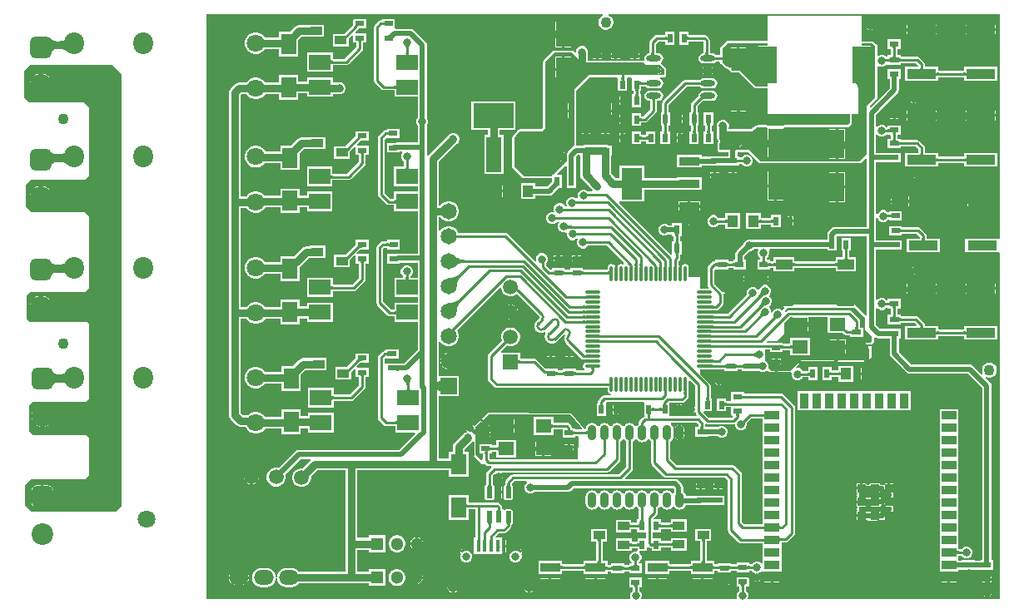
<source format=gtl>
G04*
G04 #@! TF.GenerationSoftware,Altium Limited,Altium Designer,23.6.0 (18)*
G04*
G04 Layer_Physical_Order=1*
G04 Layer_Color=255*
%FSTAX25Y25*%
%MOIN*%
G70*
G04*
G04 #@! TF.SameCoordinates,CC084146-259E-454A-B071-9D7E5FCC62AE*
G04*
G04*
G04 #@! TF.FilePolarity,Positive*
G04*
G01*
G75*
%ADD10C,0.01000*%
%ADD13C,0.02000*%
%ADD20C,0.05906*%
%ADD21R,0.02165X0.03543*%
%ADD22R,0.03543X0.02165*%
%ADD23R,0.06299X0.05512*%
%ADD24R,0.04331X0.04724*%
%ADD25R,0.06299X0.11811*%
%ADD26R,0.06102X0.08268*%
%ADD27R,0.11811X0.03937*%
%ADD28R,0.05906X0.03543*%
%ADD29R,0.03543X0.05906*%
%ADD30R,0.03543X0.03543*%
%ADD31R,0.07480X0.14961*%
G04:AMPARAMS|DCode=32|XSize=47.64mil|YSize=23.23mil|CornerRadius=2.9mil|HoleSize=0mil|Usage=FLASHONLY|Rotation=270.000|XOffset=0mil|YOffset=0mil|HoleType=Round|Shape=RoundedRectangle|*
%AMROUNDEDRECTD32*
21,1,0.04764,0.01742,0,0,270.0*
21,1,0.04183,0.02323,0,0,270.0*
1,1,0.00581,-0.00871,-0.02092*
1,1,0.00581,-0.00871,0.02092*
1,1,0.00581,0.00871,0.02092*
1,1,0.00581,0.00871,-0.02092*
%
%ADD32ROUNDEDRECTD32*%
%ADD33R,0.08661X0.06299*%
%ADD34R,0.08465X0.12795*%
%ADD35R,0.08465X0.03543*%
%ADD36R,0.01772X0.05118*%
G04:AMPARAMS|DCode=37|XSize=58.66mil|YSize=11.02mil|CornerRadius=2.76mil|HoleSize=0mil|Usage=FLASHONLY|Rotation=270.000|XOffset=0mil|YOffset=0mil|HoleType=Round|Shape=RoundedRectangle|*
%AMROUNDEDRECTD37*
21,1,0.05866,0.00551,0,0,270.0*
21,1,0.05315,0.01102,0,0,270.0*
1,1,0.00551,-0.00276,-0.02657*
1,1,0.00551,-0.00276,0.02657*
1,1,0.00551,0.00276,0.02657*
1,1,0.00551,0.00276,-0.02657*
%
%ADD37ROUNDEDRECTD37*%
G04:AMPARAMS|DCode=38|XSize=58.66mil|YSize=11.02mil|CornerRadius=2.76mil|HoleSize=0mil|Usage=FLASHONLY|Rotation=180.000|XOffset=0mil|YOffset=0mil|HoleType=Round|Shape=RoundedRectangle|*
%AMROUNDEDRECTD38*
21,1,0.05866,0.00551,0,0,180.0*
21,1,0.05315,0.01102,0,0,180.0*
1,1,0.00551,-0.02657,0.00276*
1,1,0.00551,0.02657,0.00276*
1,1,0.00551,0.02657,-0.00276*
1,1,0.00551,-0.02657,-0.00276*
%
%ADD38ROUNDEDRECTD38*%
%ADD39R,0.06693X0.03937*%
%ADD40R,0.06000X0.14000*%
%ADD41R,0.08268X0.06102*%
%ADD42O,0.05906X0.02362*%
%ADD43R,0.06299X0.10236*%
%ADD44R,0.04724X0.03347*%
%ADD45R,0.07874X0.03543*%
%ADD46O,0.03543X0.06102*%
%ADD74C,0.04331*%
%ADD76C,0.06500*%
%ADD77R,0.06500X0.06500*%
%ADD78C,0.05118*%
%ADD79R,0.05118X0.05118*%
%ADD90C,0.03000*%
%ADD91C,0.07087*%
%ADD92C,0.02362*%
%ADD93C,0.03150*%
%ADD94O,0.04528X0.07087*%
%ADD95O,0.05709X0.07874*%
%ADD96R,0.10000X0.16000*%
%ADD97R,0.16000X0.10000*%
%ADD98O,0.07874X0.08661*%
%ADD99C,0.08661*%
G04:AMPARAMS|DCode=100|XSize=86.61mil|YSize=86.61mil|CornerRadius=21.65mil|HoleSize=0mil|Usage=FLASHONLY|Rotation=270.000|XOffset=0mil|YOffset=0mil|HoleType=Round|Shape=RoundedRectangle|*
%AMROUNDEDRECTD100*
21,1,0.08661,0.04331,0,0,270.0*
21,1,0.04331,0.08661,0,0,270.0*
1,1,0.04331,-0.02165,-0.02165*
1,1,0.04331,-0.02165,0.02165*
1,1,0.04331,0.02165,0.02165*
1,1,0.04331,0.02165,-0.02165*
%
%ADD100ROUNDEDRECTD100*%
%ADD101R,0.05906X0.05906*%
%ADD102O,0.07874X0.05906*%
G36*
X0393674Y0146233D02*
X0393316Y0145892D01*
X0393175Y0145892D01*
X0379905D01*
Y0140355D01*
X0393175D01*
X0393316Y0140355D01*
X0393674Y0140014D01*
Y00036D01*
Y0001326D01*
X0293162D01*
X0292836Y0001825D01*
X0293075Y0002402D01*
Y0003347D01*
X0292713Y000422D01*
X0292045Y0004888D01*
X0292025Y0004896D01*
Y0006463D01*
X0293472D01*
Y0010228D01*
X0288328D01*
Y0006463D01*
X0289374D01*
Y0004896D01*
X0289355Y0004888D01*
X0288687Y000422D01*
X0288325Y0003347D01*
Y0002402D01*
X0288564Y0001825D01*
X0288238Y0001326D01*
X0250462D01*
X0250136Y0001825D01*
X0250375Y0002402D01*
Y0003347D01*
X0250013Y000422D01*
X0249345Y0004888D01*
X0249325Y0004896D01*
Y0006209D01*
X0250484D01*
Y0009974D01*
X0245341D01*
Y0006209D01*
X0246674D01*
Y0004896D01*
X0246655Y0004888D01*
X0245987Y000422D01*
X0245625Y0003347D01*
Y0002402D01*
X0245864Y0001825D01*
X0245538Y0001326D01*
X00762D01*
Y0235774D01*
X0234832D01*
X0234897Y0235275D01*
X0234855Y0235263D01*
X0234179Y0234873D01*
X0233627Y0234321D01*
X0233237Y0233645D01*
X0233035Y023289D01*
Y023211D01*
X0233237Y0231355D01*
X0233627Y0230679D01*
X0234179Y0230127D01*
X0234855Y0229737D01*
X023561Y0229535D01*
X023639D01*
X0237145Y0229737D01*
X0237821Y0230127D01*
X0238373Y0230679D01*
X0238763Y0231355D01*
X0238965Y023211D01*
Y023289D01*
X0238763Y0233645D01*
X0238373Y0234321D01*
X0237821Y0234873D01*
X0237145Y0235263D01*
X0237103Y0235275D01*
X0237168Y0235774D01*
X0393674D01*
Y0146233D01*
D02*
G37*
G36*
X0020891Y0220466D02*
X0020541Y0220733D01*
X0020174Y0220971D01*
X001979Y0221182D01*
X001939Y0221364D01*
X0018972Y0221519D01*
X0018539Y0221645D01*
X0018088Y0221743D01*
X001762Y0221813D01*
X0017136Y0221855D01*
X0016912Y0221862D01*
X0016621Y0221855D01*
X0016086Y022181D01*
X0015617Y0221735D01*
X0015215Y022163D01*
X001488Y0221495D01*
X0014611Y022133D01*
X0014409Y0221135D01*
X0014274Y0220911D01*
X0014205Y0220656D01*
X0014203Y0220371D01*
X0013587Y0226301D01*
X0013821Y0226029D01*
X0014083Y0225786D01*
X0014374Y0225571D01*
X0014694Y0225385D01*
X0015042Y0225227D01*
X0015418Y0225099D01*
X0015823Y0224998D01*
X0016257Y0224927D01*
X0016719Y0224884D01*
X0016776Y0224882D01*
X0016886Y0224885D01*
X0018067Y0225004D01*
X0018536Y0225109D01*
X0018922Y0225243D01*
X0019226Y0225408D01*
X0019448Y0225602D01*
X0019589Y0225826D01*
X0019648Y022608D01*
X0019624Y0226364D01*
X0020891Y0220466D01*
D02*
G37*
G36*
X0020712Y0175129D02*
X0020628Y0175412D01*
X0020468Y0175665D01*
X0020234Y0175889D01*
X0019925Y0176083D01*
X0019541Y0176247D01*
X0019082Y0176381D01*
X0018549Y0176485D01*
X0017941Y017656D01*
X0017259Y0176605D01*
X0016905Y0176612D01*
X0016623Y0176605D01*
X0016088Y017656D01*
X0015618Y0176485D01*
X0015214Y017638D01*
X0014876Y0176245D01*
X0014604Y017608D01*
X0014397Y0175885D01*
X0014256Y0175661D01*
X001418Y0175406D01*
X001417Y0175121D01*
X0013716Y0181112D01*
X0013772Y0180829D01*
X0013893Y0180575D01*
X001408Y0180351D01*
X0014332Y0180157D01*
X001465Y0179993D01*
X0015033Y0179858D01*
X0015482Y0179754D01*
X0015997Y0179679D01*
X0016577Y0179634D01*
X0016737Y0179631D01*
X0016916Y0179634D01*
X0018113Y0179754D01*
X001859Y0179859D01*
X0018987Y0179993D01*
X0019302Y0180157D01*
X0019537Y0180352D01*
X0019692Y0180576D01*
X0019765Y018083D01*
X0019758Y0181114D01*
X0020712Y0175129D01*
D02*
G37*
G36*
X0013952Y0136579D02*
X0014059Y0136325D01*
X0014231Y0136101D01*
X0014466Y0135907D01*
X0014765Y0135743D01*
X0015129Y0135608D01*
X0015556Y0135504D01*
X0016048Y0135429D01*
X0016603Y0135385D01*
X0016767Y013538D01*
X0016959Y0135385D01*
X001817Y0135504D01*
X0018658Y0135608D01*
X0019067Y0135743D01*
X0019397Y0135907D01*
X0019649Y0136101D01*
X0019822Y0136325D01*
X0019916Y0136578D01*
X0019932Y0136862D01*
X0020408Y0130879D01*
X0020346Y0131162D01*
X002021Y0131415D01*
X0019997Y0131639D01*
X0019709Y0131833D01*
X0019346Y0131997D01*
X0018907Y0132131D01*
X0018394Y0132235D01*
X0017804Y013231D01*
X0017139Y0132355D01*
X0016856Y013236D01*
X0016626Y0132355D01*
X0016094Y013231D01*
X0015625Y0132235D01*
X0015221Y013213D01*
X001488Y0131996D01*
X0014603Y0131831D01*
X0014391Y0131637D01*
X0014242Y0131412D01*
X0014157Y0131158D01*
X0014137Y0130874D01*
X0013908Y0136862D01*
X0013952Y0136579D01*
D02*
G37*
G36*
X0014589Y0092631D02*
X0014694Y0092377D01*
X0014863Y0092152D01*
X0015096Y0091958D01*
X0015393Y0091794D01*
X0015754Y0091659D01*
X0016179Y0091554D01*
X0016668Y0091479D01*
X0017086Y0091446D01*
X0018188Y0091554D01*
X0018677Y0091659D01*
X0019089Y0091793D01*
X0019422Y0091957D01*
X0019677Y0092151D01*
X0019854Y0092375D01*
X0019953Y0092629D01*
X0019973Y0092912D01*
X0020347Y0086929D01*
X002029Y0087212D01*
X0020158Y0087466D01*
X0019951Y0087689D01*
X0019668Y0087883D01*
X0019309Y0088047D01*
X0018875Y0088181D01*
X0018365Y0088285D01*
X001778Y008836D01*
X0017186Y00884D01*
X0016704Y008836D01*
X0016234Y0088285D01*
X0015827Y008818D01*
X0015484Y0088046D01*
X0015206Y0087881D01*
X0014991Y0087687D01*
X001484Y0087463D01*
X0014753Y0087208D01*
X001473Y0086924D01*
X0014548Y0092915D01*
X0014589Y0092631D01*
D02*
G37*
G36*
X00421Y02118D02*
Y00388D01*
X00399Y00366D01*
X00057D01*
X00033Y0039D01*
Y00469D01*
X00059Y00495D01*
X00276D01*
X0029Y00509D01*
Y00662D01*
X00282Y0067D01*
X00067D01*
X0005Y00687D01*
Y00789D01*
X00065Y00804D01*
X00278D01*
X00292Y00818D01*
Y01115D01*
X00283Y01124D01*
X00056D01*
X00041Y01139D01*
Y01229D01*
X00056Y01244D01*
X00276D01*
X00291Y01259D01*
Y01549D01*
X00276Y01564D01*
X0006D01*
X00037Y01587D01*
Y01672D01*
X00059Y01694D01*
X00274D01*
X00291Y01711D01*
Y01986D01*
X00271Y02006D01*
X00052D01*
X00032Y02026D01*
Y0213D01*
X00055Y02153D01*
Y02154D01*
X00385D01*
X00421Y02118D01*
D02*
G37*
G36*
X0291605Y0007277D02*
X029152Y0007247D01*
X0291445Y0007196D01*
X029138Y0007125D01*
X0291325Y0007034D01*
X029128Y0006923D01*
X0291245Y0006791D01*
X029122Y0006639D01*
X0291205Y0006467D01*
X02912Y0006275D01*
X02902D01*
X0290195Y0006467D01*
X029018Y0006639D01*
X0290155Y0006791D01*
X029012Y0006923D01*
X0290075Y0007034D01*
X029002Y0007125D01*
X0289955Y0007196D01*
X028988Y0007247D01*
X0289795Y0007277D01*
X02897Y0007287D01*
X02917D01*
X0291605Y0007277D01*
D02*
G37*
G36*
X0248905Y0007023D02*
X024882Y0006992D01*
X0248745Y0006942D01*
X024868Y0006871D01*
X0248625Y000678D01*
X024858Y0006668D01*
X0248545Y0006537D01*
X024852Y0006385D01*
X0248505Y0006213D01*
X02485Y0006021D01*
X02475D01*
X0247495Y0006213D01*
X024748Y0006385D01*
X0247455Y0006537D01*
X024742Y0006668D01*
X0247375Y000678D01*
X024732Y0006871D01*
X0247255Y0006942D01*
X024718Y0006992D01*
X0247095Y0007023D01*
X0247Y0007033D01*
X0249D01*
X0248905Y0007023D01*
D02*
G37*
%LPC*%
G36*
X0132262Y0234473D02*
X01304D01*
Y02333D01*
X013225D01*
Y02338D01*
X013226Y0233705D01*
X0132262Y0233699D01*
Y0234473D01*
D02*
G37*
G36*
X01294D02*
X0127538D01*
Y02333D01*
X01294D01*
Y0234473D01*
D02*
G37*
G36*
X0368394Y0231592D02*
X0362988D01*
Y0230124D01*
X0368382D01*
Y023158D01*
X0368394Y0231545D01*
Y0231592D01*
D02*
G37*
G36*
X03423Y0232497D02*
Y02315D01*
X0343297D01*
X0343135Y0231892D01*
X0342692Y0232335D01*
X03423Y0232497D01*
D02*
G37*
G36*
X03413D02*
X0340908Y0232335D01*
X0340465Y0231892D01*
X0340303Y02315D01*
X03413D01*
Y0232497D01*
D02*
G37*
G36*
X013225Y02323D02*
X01304D01*
Y0231127D01*
X0132262D01*
Y0231901D01*
X013226Y0231895D01*
X013225Y02318D01*
Y02323D01*
D02*
G37*
G36*
X01294D02*
X0127538D01*
Y0231127D01*
X01294D01*
Y02323D01*
D02*
G37*
G36*
X0392016Y0231592D02*
X038661D01*
Y0230124D01*
X0392016D01*
Y0231592D01*
D02*
G37*
G36*
X038561D02*
X0380205D01*
Y0231545D01*
X0380217Y023158D01*
Y0230124D01*
X038561D01*
Y0231592D01*
D02*
G37*
G36*
X0361988D02*
X0356583D01*
Y0230124D01*
X0361988D01*
Y0231592D01*
D02*
G37*
G36*
X035326Y0230561D02*
X0351988D01*
Y0229978D01*
X035326D01*
Y0230561D01*
D02*
G37*
G36*
X0350988D02*
X0349716D01*
Y0229978D01*
X0350988D01*
Y0230561D01*
D02*
G37*
G36*
X0343297Y02305D02*
X03423D01*
Y0229503D01*
X0342692Y0229665D01*
X0343135Y0230108D01*
X0343297Y02305D01*
D02*
G37*
G36*
X03413D02*
X0340303D01*
X0340465Y0230108D01*
X0340908Y0229665D01*
X03413Y0229503D01*
Y02305D01*
D02*
G37*
G36*
X022215Y0232805D02*
X02195D01*
Y0228187D01*
X022006D01*
Y0228748D01*
X0220102Y0228736D01*
X0220202Y0228726D01*
X0220579Y0228709D01*
X0222126Y0228695D01*
Y0229687D01*
X0222146Y0229497D01*
X022215Y0229486D01*
Y0232805D01*
D02*
G37*
G36*
X035326Y0228978D02*
X0351988D01*
Y0228395D01*
X035326D01*
Y0228978D01*
D02*
G37*
G36*
X0350988D02*
X0349716D01*
Y0228395D01*
X0350988D01*
Y0228978D01*
D02*
G37*
G36*
X02185Y0232805D02*
X021585D01*
Y0230573D01*
X0215862Y0230687D01*
Y0228187D01*
X02185D01*
Y0232805D01*
D02*
G37*
G36*
X0219Y0227687D02*
D01*
D01*
D01*
D02*
G37*
G36*
X038561Y0229124D02*
X0380217D01*
Y0227667D01*
X0380205Y0227702D01*
Y0227655D01*
X038561D01*
Y0229124D01*
D02*
G37*
G36*
X0392016D02*
X038661D01*
Y0227655D01*
X0392016D01*
Y0229124D01*
D02*
G37*
G36*
X0368382D02*
X0362988D01*
Y0227655D01*
X0368394D01*
Y0227702D01*
X0368382Y0227667D01*
Y0229124D01*
D02*
G37*
G36*
X0361988D02*
X0356583D01*
Y0227655D01*
X0361988D01*
Y0229124D01*
D02*
G37*
G36*
X0123241Y0231573D02*
X0116917D01*
Y0231445D01*
X0113256D01*
X0112358Y0231267D01*
X0111598Y0230758D01*
X0109535Y0228695D01*
X0105149D01*
Y0226295D01*
X0099688D01*
X0099393Y0226806D01*
X0098584Y0227615D01*
X0097594Y0228187D01*
X0096489Y0228483D01*
X0095345D01*
X0094241Y0228187D01*
X0093251Y0227615D01*
X0092442Y0226806D01*
X009187Y0225816D01*
X0091574Y0224711D01*
Y0223568D01*
X009187Y0222463D01*
X0092442Y0221473D01*
X0093251Y0220664D01*
X0094241Y0220092D01*
X0095345Y0219796D01*
X0096489D01*
X0097594Y0220092D01*
X0098584Y0220664D01*
X0099393Y0221473D01*
X009947Y0221605D01*
X0105149D01*
Y0218828D01*
X0112851D01*
Y0225379D01*
X0114227Y0226755D01*
X0116917D01*
Y0226627D01*
X0123241D01*
Y0231573D01*
D02*
G37*
G36*
X02185Y0227187D02*
X0215862D01*
Y0224687D01*
X021585Y0224801D01*
Y0222568D01*
X02185D01*
Y0227187D01*
D02*
G37*
G36*
X0199Y02251D02*
X01915D01*
Y02206D01*
X0198976D01*
Y02231D01*
X0199Y0222873D01*
Y02251D01*
D02*
G37*
G36*
X022006Y0227187D02*
X02195D01*
Y0222568D01*
X022215D01*
Y0225887D01*
X0222146Y0225877D01*
X0222126Y0225687D01*
Y0226667D01*
X022006Y0226625D01*
Y0227187D01*
D02*
G37*
G36*
X01905Y02251D02*
X0183D01*
Y02206D01*
X01905D01*
Y02251D01*
D02*
G37*
G36*
X0241772Y0220037D02*
X02405D01*
Y0219454D01*
X0241748D01*
Y0219954D01*
X0241758Y0219859D01*
X0241772Y021982D01*
Y0220037D01*
D02*
G37*
G36*
X0234272D02*
X0234173D01*
X023426Y0220025D01*
X0233D01*
Y0219454D01*
X0233207D01*
Y0219662D01*
X0233266Y0219622D01*
X023336Y0219587D01*
X0233488Y0219556D01*
X0233652Y0219529D01*
X0234084Y0219488D01*
X0234248Y0219482D01*
Y0219954D01*
X0234258Y0219859D01*
X0234272Y021982D01*
Y0220037D01*
D02*
G37*
G36*
X0249272D02*
X0248D01*
Y0219454D01*
X0249272D01*
Y0220037D01*
D02*
G37*
G36*
X0247D02*
X0245728D01*
Y021982D01*
X0245742Y0219859D01*
X0245752Y0219954D01*
Y0219454D01*
X0247D01*
Y0220037D01*
D02*
G37*
G36*
X02395D02*
X0238228D01*
Y021982D01*
X0238242Y0219859D01*
X0238252Y0219954D01*
Y0219454D01*
X02395D01*
Y0220037D01*
D02*
G37*
G36*
X0230827D02*
X0230728D01*
Y0219454D01*
X0232D01*
Y0220025D01*
X023074D01*
X0230827Y0220037D01*
D02*
G37*
G36*
X03385Y0235D02*
X03009D01*
X03008Y02349D01*
Y0225016D01*
X02847D01*
X0284388Y0224954D01*
X0284123Y0224777D01*
X0284123Y0224777D01*
X0282087Y022274D01*
X028191Y0222476D01*
X0281848Y0222163D01*
X0281848Y0222163D01*
Y0219426D01*
X0280095D01*
X0280027Y0219528D01*
X0279371Y0219966D01*
X0278598Y022012D01*
X0277652D01*
Y0225273D01*
X0277551Y0225781D01*
X0277264Y022621D01*
X0276437Y0227037D01*
X0276007Y0227325D01*
X02755Y0227426D01*
X0269237D01*
Y0228672D01*
X0265472D01*
Y0223528D01*
X0269237D01*
Y0224775D01*
X0274951D01*
X0275001Y0224724D01*
Y0220109D01*
X0274282Y0219966D01*
X0273627Y0219528D01*
X0273189Y0218873D01*
X0273035Y02181D01*
X0273189Y0217327D01*
X0273627Y0216672D01*
X0274282Y0216234D01*
X0275055Y021608D01*
X0278598D01*
X0279371Y0216234D01*
X0280027Y0216672D01*
X0280095Y0216775D01*
X0281518D01*
X0281848Y0216437D01*
X028191Y0216125D01*
X0282087Y021586D01*
X0282087Y021586D01*
X0283629Y0214318D01*
X0283696Y0214273D01*
X0283752Y0214216D01*
X0283827Y0214185D01*
X0283893Y0214141D01*
X0283972Y0214125D01*
X0284047Y0214094D01*
X0284384Y0214027D01*
X0284778Y0213764D01*
X0284872Y021367D01*
X0285137Y0213493D01*
X0285149Y0213491D01*
Y0213328D01*
X0285312D01*
X0285314Y0213315D01*
X0285491Y0213051D01*
X0286019Y0212523D01*
X0286019Y0212523D01*
X0286283Y0212346D01*
X0286595Y0212284D01*
X0286596Y0212284D01*
X0289562D01*
X0295623Y0206223D01*
X0295888Y0206046D01*
X02962Y0205984D01*
X02962Y0205984D01*
X03008D01*
Y01959D01*
X0333684D01*
Y0192238D01*
X0332729Y0191283D01*
X0307525D01*
X0307413Y019126D01*
X0307299Y0191251D01*
X0307258Y0191229D01*
X0307213Y019122D01*
X0307118Y0191157D01*
X0307016Y0191104D01*
X0306844Y0190967D01*
X0301156D01*
X0300984Y0191104D01*
X0300882Y0191157D01*
X0300787Y019122D01*
X0300742Y0191229D01*
X0300701Y0191251D01*
X0300587Y019126D01*
X0300475Y0191283D01*
X02967D01*
X0296598Y0191262D01*
X0296494Y0191256D01*
X0296443Y0191232D01*
X0296388Y019122D01*
X0296301Y0191163D01*
X0296207Y0191117D01*
X0294226Y0189616D01*
X0285199D01*
Y0190446D01*
X0285275Y0190628D01*
Y0191572D01*
X0284913Y0192445D01*
X0284245Y0193113D01*
X0283372Y0193475D01*
X0282428D01*
X0281555Y0193113D01*
X0280887Y0192445D01*
X0280525Y0191572D01*
Y0191134D01*
X0280509Y0191054D01*
Y01862D01*
X0280688Y0185303D01*
X0280972Y0184878D01*
Y0184659D01*
X0280834Y0184396D01*
X0280823Y018436D01*
X0280803Y018433D01*
X0280779Y0184209D01*
X0280744Y018409D01*
X0280748Y0184054D01*
X0280741Y0184017D01*
Y0181348D01*
X0280803Y0181036D01*
X028098Y0180771D01*
X0281244Y0180594D01*
X0281557Y0180532D01*
X0284951D01*
Y0178837D01*
X0284228D01*
Y017879D01*
X0282272D01*
Y0178837D01*
X0277128D01*
Y0178756D01*
X0274468D01*
Y0179459D01*
X0264403D01*
Y0174316D01*
X0274468D01*
Y0175085D01*
X0277128D01*
Y0175072D01*
X0282272D01*
Y0175119D01*
X0284228D01*
Y0175072D01*
X0289372D01*
Y0175652D01*
X029039D01*
X0291055Y0174987D01*
X0291928Y0174625D01*
X0292872D01*
X0293745Y0174987D01*
X0294413Y0175655D01*
X0294775Y0176528D01*
Y0177472D01*
X0294413Y0178345D01*
X0293745Y0179013D01*
X0292872Y0179375D01*
X0291928D01*
X0291055Y0179013D01*
X0290387Y0178345D01*
X0290369Y0178303D01*
X0289372D01*
Y0178837D01*
X0288621D01*
Y0180532D01*
X0293114D01*
X0297423Y0176223D01*
X0297688Y0176046D01*
X0298Y0175984D01*
X0298Y0175984D01*
X03377D01*
X03377Y0175984D01*
X0338012Y0176046D01*
X0338277Y0176223D01*
X0338277Y0176223D01*
X0340051Y0177997D01*
X0340551Y017779D01*
Y015059D01*
X0327717D01*
X0327015Y015045D01*
X0326419Y0150052D01*
X0325248Y0148881D01*
X032485Y0148285D01*
X032471Y0147583D01*
Y0146172D01*
X0324663D01*
Y0145435D01*
X0294309D01*
X0293972Y0145575D01*
X0293028D01*
X0292155Y0145213D01*
X0291487Y0144545D01*
X0291125Y0143672D01*
Y0143633D01*
X0288327Y0140835D01*
X0287929Y0140239D01*
X028779Y0139537D01*
Y0137337D01*
X0287028D01*
Y013678D01*
X0285072D01*
Y0137337D01*
X0279928D01*
Y013678D01*
X0279354D01*
X0278847Y0136679D01*
X0278417Y0136392D01*
X0277063Y0135037D01*
X0276775Y0134607D01*
X0276675Y01341D01*
Y01273D01*
X0276775Y0126793D01*
X0277063Y0126363D01*
X0277227Y0126198D01*
X0277036Y0125736D01*
X02739D01*
Y01305D01*
X0269136D01*
Y013458D01*
X0269053Y0135D01*
X0268815Y0135356D01*
X0268459Y0135593D01*
X0268039Y0135677D01*
X0267488D01*
X0267069Y0135593D01*
X0266713Y0135356D01*
X0266576Y0135151D01*
X0266445Y0134991D01*
X0266326Y0134955D01*
X0266319Y0134683D01*
X0266295D01*
Y0131923D01*
X0265295D01*
Y0134683D01*
X0265271D01*
X0265286Y0134714D01*
X0265295Y013475D01*
Y0135117D01*
X0265153Y0135268D01*
X0265152Y0135303D01*
Y0136778D01*
X0265451Y0137077D01*
X0265739Y0137507D01*
X026584Y0138014D01*
Y0139528D01*
X0266328D01*
Y0140345D01*
X026633Y0140352D01*
X0266328Y014036D01*
Y0144672D01*
X0265771D01*
Y0146928D01*
X0266328D01*
Y0152072D01*
X0262563D01*
Y0151235D01*
X0261023D01*
X0260845Y0151413D01*
X0259972Y0151775D01*
X0259028D01*
X0258155Y0151413D01*
X0257487Y0150745D01*
X0257125Y0149872D01*
Y0148928D01*
X0257487Y0148055D01*
X0258155Y0147387D01*
X0259028Y0147025D01*
X0259972D01*
X0260845Y0147387D01*
X0261023Y0147565D01*
X0262563D01*
Y0146928D01*
X026312D01*
Y0144672D01*
X0262563D01*
Y014002D01*
X0262563Y0139859D01*
X0262126Y0139465D01*
X0262004Y013947D01*
X0241278Y0160196D01*
X0241508Y0160674D01*
X024176Y0160674D01*
X0251397D01*
Y0165526D01*
X0264403D01*
Y01653D01*
X0274468D01*
Y0170443D01*
X0264403D01*
Y0170217D01*
X0251397D01*
Y0175069D01*
X0241332D01*
Y0170217D01*
X02399D01*
X0238145Y0171971D01*
Y0179263D01*
X0238372D01*
Y0183028D01*
X0237122D01*
X0236697Y0183312D01*
X02358Y0183491D01*
X02281D01*
X0227203Y0183312D01*
X0226778Y0183028D01*
X0225528D01*
Y0182981D01*
X0224483D01*
X0224464Y018299D01*
X0224112Y0183481D01*
X0224116Y01835D01*
X0224116Y01835D01*
Y0205262D01*
X0229338Y0210484D01*
X0240392D01*
X0240763Y0210172D01*
Y0205028D01*
X0244528D01*
Y0210172D01*
X0244899Y0210484D01*
X0246101D01*
X0246472Y0210172D01*
X0246472Y0209984D01*
Y0205028D01*
X0247029D01*
Y0203672D01*
X0246472D01*
Y0198528D01*
X0250237D01*
Y0203672D01*
X024968D01*
Y0205028D01*
X0250237D01*
Y0206774D01*
X0251905D01*
X0251973Y0206672D01*
X0252629Y0206234D01*
X0253402Y020608D01*
X0256945D01*
X0257718Y0206234D01*
X0258373Y0206672D01*
X0258811Y0207327D01*
X0258965Y02081D01*
X0258811Y0208873D01*
X0258373Y0209528D01*
X0257718Y0209966D01*
X0257627Y0209984D01*
X0257676Y0210484D01*
X02593D01*
X0259612Y0210546D01*
X0259877Y0210723D01*
X0260054Y0210988D01*
X0260116Y02113D01*
Y02137D01*
X0260054Y0214012D01*
X0259877Y0214277D01*
X0259877Y0214277D01*
X0258199Y0215954D01*
X0258177Y0215988D01*
X0258205Y0216559D01*
X0258373Y0216672D01*
X0258811Y0217327D01*
X0258965Y02181D01*
X0258811Y0218873D01*
X0258373Y0219528D01*
X0257718Y0219966D01*
X0256945Y022012D01*
X0255999D01*
Y0223724D01*
X0257049Y0224775D01*
X0259763D01*
Y0223528D01*
X0263528D01*
Y0228672D01*
X0259763D01*
Y0227426D01*
X02565D01*
X0255993Y0227325D01*
X0255563Y0227037D01*
X0253736Y022521D01*
X0253449Y0224781D01*
X0253348Y0224273D01*
Y0220109D01*
X0252629Y0219966D01*
X0251973Y0219528D01*
X0251535Y0218873D01*
X0251382Y02181D01*
X0251482Y0217596D01*
X0251063Y0217203D01*
X0251Y0217216D01*
X0251Y0217216D01*
X0228851D01*
X0228845Y0217251D01*
Y0220056D01*
X0228875Y0220128D01*
Y0221072D01*
X0228513Y0221945D01*
X0227845Y0222613D01*
X0226972Y0222975D01*
X0226028D01*
X0225155Y0222613D01*
X0224487Y0221945D01*
X0224125Y0221072D01*
Y0220735D01*
X0223625Y0220528D01*
X0223177Y0220977D01*
X0222912Y0221154D01*
X02226Y0221216D01*
X02226Y0221216D01*
X02154D01*
X02154Y0221216D01*
X0215088Y0221154D01*
X0214823Y0220977D01*
X0211123Y0217277D01*
X0210946Y0217012D01*
X0210884Y02167D01*
X0210884Y02167D01*
Y0190238D01*
X0210262Y0189616D01*
X02016D01*
X0201522Y01896D01*
X0201442Y01896D01*
X0201367Y0189569D01*
X0201288Y0189554D01*
X0201221Y0189509D01*
X0201148Y0189479D01*
X0200548Y0189079D01*
X0200453Y0188984D01*
X0200352Y0188895D01*
X0198652Y0186672D01*
X0198605Y0186577D01*
X0198546Y0186489D01*
X0198536Y0186436D01*
X0198512Y0186387D01*
X0198505Y0186281D01*
X0198484Y0186177D01*
Y01747D01*
X0198546Y0174388D01*
X0198723Y0174123D01*
X0198723Y0174123D01*
X0202523Y0170323D01*
X0202788Y0170146D01*
X02031Y0170084D01*
X02031Y0170084D01*
X02145D01*
X02145Y0170084D01*
X0214563Y0170033D01*
Y0168724D01*
X0212575Y0166735D01*
X0207899D01*
Y0168062D01*
X0201969D01*
Y0161738D01*
X0207899D01*
Y0163065D01*
X0213335D01*
X0214037Y0163204D01*
X0214632Y0163602D01*
X0217158Y0166128D01*
X0218328D01*
Y0171272D01*
X0216679D01*
X0216487Y0171734D01*
X0219857Y0175104D01*
X0220319Y0174912D01*
Y0171272D01*
X0220272D01*
Y0166128D01*
X0224037D01*
Y0171272D01*
X022399D01*
Y0178494D01*
X0224806Y017931D01*
X0225528D01*
Y0179263D01*
X0225755D01*
Y01713D01*
X0225933Y0170403D01*
X0226442Y0169642D01*
X0230557Y0165527D01*
X0230587Y0165455D01*
X0230754Y0165287D01*
X0230563Y0164825D01*
X0228858D01*
X0228445Y0165238D01*
X0227572Y01656D01*
X0226628D01*
X0225755Y0165238D01*
X0225087Y016457D01*
X0224725Y0163698D01*
Y0162753D01*
X0224835Y0162487D01*
X0224518Y0161969D01*
X0224217Y0161941D01*
X0223945Y0162213D01*
X0223072Y0162575D01*
X0222128D01*
X0221255Y0162213D01*
X0220587Y0161545D01*
X0220225Y0160672D01*
Y0159728D01*
X0220475Y0159125D01*
X0220208Y0158697D01*
X0219709Y0158714D01*
X0219613Y0158945D01*
X0218945Y0159613D01*
X0218072Y0159975D01*
X0217128D01*
X0216255Y0159613D01*
X0215587Y0158945D01*
X0215225Y0158072D01*
Y0157128D01*
X0215333Y0156867D01*
X0214954Y0156475D01*
X0214128D01*
X0213255Y0156113D01*
X0212587Y0155445D01*
X0212225Y0154572D01*
Y0153628D01*
X0212587Y0152755D01*
X0213255Y0152087D01*
X0214128Y0151725D01*
X0215072D01*
X0215945Y0152087D01*
X0216613Y0152755D01*
X0216621Y0152775D01*
X0217209D01*
X0217416Y0152275D01*
X0217187Y0152045D01*
X0216825Y0151172D01*
Y0150228D01*
X0217187Y0149355D01*
X0217855Y0148687D01*
X0218728Y0148325D01*
X0219672D01*
X0219921Y0148428D01*
X0220179Y0148217D01*
X0220325Y0148054D01*
Y0147153D01*
X0220687Y014628D01*
X0221355Y0145612D01*
X0222228Y014525D01*
X0223172D01*
X0224045Y0145612D01*
X022446Y0146027D01*
X0224544Y014601D01*
X0224615Y0145934D01*
X0224805Y0145448D01*
X0224525Y0144772D01*
Y0143828D01*
X0224887Y0142955D01*
X0225555Y0142287D01*
X0226428Y0141925D01*
X0227372D01*
X0228245Y0142287D01*
X0228913Y0142955D01*
X0228921Y0142974D01*
X0236451D01*
X0243113Y0136312D01*
X0243032Y0135693D01*
X0242868Y0135593D01*
X0242449Y0135677D01*
X0241898D01*
X0241478Y0135593D01*
X0241122Y0135356D01*
X0240985Y0135151D01*
X0240855Y0134991D01*
X0240722Y0134951D01*
X0240729Y0134683D01*
X0240705D01*
Y0131923D01*
X0239705D01*
Y0134683D01*
X0239681D01*
X0239685Y01347D01*
X0239689Y0134736D01*
X0239696Y0134866D01*
X0239697Y0134948D01*
X0239555Y0134991D01*
X0239424Y0135151D01*
X0239287Y0135356D01*
X0238931Y0135593D01*
X0238512Y0135677D01*
X0237961D01*
X0237541Y0135593D01*
X0237185Y0135356D01*
X0236947Y0135D01*
X0236864Y013458D01*
Y0133471D01*
X0226872D01*
Y0134028D01*
X0221728D01*
Y0133421D01*
X0219572D01*
Y0134028D01*
X0214428D01*
Y0133421D01*
X0213753D01*
X02121Y0135074D01*
Y0135942D01*
X0212413Y0136255D01*
X0212775Y0137128D01*
Y0138072D01*
X0212413Y0138945D01*
X0211745Y0139613D01*
X0210872Y0139975D01*
X0209928D01*
X0209055Y0139613D01*
X0208387Y0138945D01*
X0208025Y0138072D01*
Y0137128D01*
X0208049Y013707D01*
X0207625Y0136787D01*
X0196675Y0147737D01*
X0196245Y0148025D01*
X0195738Y0148126D01*
X0176938D01*
X0176874Y0148363D01*
X0176341Y0149287D01*
X0175587Y0150041D01*
X0174663Y0150574D01*
X0173633Y015085D01*
X0172567D01*
X0171537Y0150574D01*
X0170613Y0150041D01*
X0169859Y0149287D01*
X0169712Y0149032D01*
X0169212Y0149166D01*
Y0154455D01*
X0169777D01*
X0169859Y0154313D01*
X0170613Y0153559D01*
X0171537Y0153026D01*
X0172567Y015275D01*
X0173633D01*
X0174663Y0153026D01*
X0175587Y0153559D01*
X0176341Y0154313D01*
X0176874Y0155237D01*
X017715Y0156267D01*
Y0157333D01*
X0176874Y0158363D01*
X0176341Y0159287D01*
X0175587Y0160041D01*
X0174663Y0160574D01*
X0173633Y016085D01*
X0172567D01*
X0171537Y0160574D01*
X0170613Y0160041D01*
X0169859Y0159287D01*
X0169777Y0159145D01*
X0169212D01*
Y0176696D01*
X017626Y0183743D01*
X0176272Y0183748D01*
X017694Y0184416D01*
X0177301Y0185289D01*
Y0186234D01*
X017694Y0187107D01*
X0176272Y0187775D01*
X0175399Y0188136D01*
X0174454D01*
X0173581Y0187775D01*
X0172913Y0187107D01*
X0172859Y0186975D01*
X0165209Y0179325D01*
X0164792Y0178702D01*
X0164292Y0178853D01*
Y0182492D01*
Y0191134D01*
X0164513Y0191355D01*
X0164875Y0192228D01*
Y0193172D01*
X0164513Y0194045D01*
X0164335Y0194223D01*
Y0202299D01*
X0164416Y0202705D01*
Y0223292D01*
X0164276Y0223994D01*
X0163878Y022459D01*
X0159196Y0229273D01*
X01586Y022967D01*
X0157898Y022981D01*
X0151963D01*
X0151572Y0230072D01*
Y0233837D01*
X0146428D01*
Y023328D01*
X0145854D01*
X0145347Y0233179D01*
X0144917Y0232892D01*
X0143563Y0231537D01*
X0143275Y0231107D01*
X0143175Y02306D01*
Y02091D01*
X0143275Y0208593D01*
X0143563Y0208163D01*
X0146063Y0205663D01*
X0146493Y0205375D01*
X0147Y0205275D01*
X0151319D01*
Y020265D01*
X0160643D01*
X0160665Y0202624D01*
Y0194223D01*
X0160487Y0194045D01*
X0160125Y0193172D01*
Y0192228D01*
X0160487Y0191355D01*
X0160622Y019122D01*
Y0184327D01*
X0152587D01*
X0151884Y0184188D01*
X0151848Y0184164D01*
X0150983D01*
X0150805Y0184128D01*
X0148328D01*
Y0180363D01*
X0153472D01*
Y0180657D01*
X0154345D01*
X0154536Y0180195D01*
X0154487Y0180145D01*
X0154125Y0179272D01*
Y0178328D01*
X0154487Y0177455D01*
X0155155Y0176787D01*
X0155175Y0176779D01*
Y017465D01*
X0151196D01*
Y016675D01*
X0160622D01*
Y016465D01*
X0151196D01*
Y0161925D01*
X0149549D01*
X0147326Y0164149D01*
Y0185551D01*
X0147987Y0186213D01*
X0148328Y0186072D01*
Y0186072D01*
X0153472D01*
Y0189837D01*
X0148328D01*
Y018928D01*
X0147854D01*
X0147347Y0189179D01*
X0146917Y0188892D01*
X0145063Y0187037D01*
X0144775Y0186607D01*
X0144675Y01861D01*
Y01636D01*
X0144775Y0163093D01*
X0145063Y0162663D01*
X0148063Y0159663D01*
X0148493Y0159375D01*
X0149Y0159274D01*
X0151196D01*
Y015675D01*
X0160622D01*
Y0139898D01*
X0152757D01*
X0152055Y0139759D01*
X0151913Y0139664D01*
X0151083D01*
X0150905Y0139628D01*
X0148428D01*
Y0135863D01*
X0153572D01*
Y0136228D01*
X0160622D01*
Y0130269D01*
X0160606Y013025D01*
X0157861D01*
X0157761Y0130453D01*
X0157708Y013075D01*
X0158313Y0131355D01*
X0158675Y0132228D01*
Y0133172D01*
X0158313Y0134045D01*
X0157645Y0134713D01*
X0156772Y0135075D01*
X0155828D01*
X0154955Y0134713D01*
X0154287Y0134045D01*
X0153925Y0133172D01*
Y0132228D01*
X0154287Y0131355D01*
X0154892Y013075D01*
X0154839Y0130453D01*
X0154739Y013025D01*
X0151269D01*
Y012235D01*
X0160696D01*
Y012025D01*
X0151269D01*
Y0117426D01*
X0150049D01*
X0146826Y0120649D01*
Y014176D01*
X0147195Y0142129D01*
X0148428D01*
Y0141572D01*
X0153572D01*
Y0145337D01*
X0148428D01*
Y014478D01*
X0146646D01*
X0146138Y0144679D01*
X0145708Y0144392D01*
X0144563Y0143246D01*
X0144275Y0142816D01*
X0144175Y0142309D01*
Y01201D01*
X0144275Y0119593D01*
X0144563Y0119163D01*
X0148563Y0115163D01*
X0148993Y0114875D01*
X01495Y0114775D01*
X0151269D01*
Y011235D01*
X0160606D01*
X0160622Y0112331D01*
Y0101217D01*
X0155268Y0095864D01*
X0150583D01*
X0150405Y0095828D01*
X0147928D01*
Y0095828D01*
X0147471Y0095932D01*
Y0097668D01*
X0147928Y0097772D01*
X0147928Y0097772D01*
X0147928Y0097772D01*
X0153072D01*
Y0101537D01*
X0147928D01*
Y010098D01*
X0147554D01*
X0147047Y0100879D01*
X0146617Y0100592D01*
X0145208Y0099183D01*
X0144921Y0098753D01*
X014482Y0098246D01*
Y0073954D01*
X0144921Y0073447D01*
X0145208Y0073017D01*
X0147063Y0071163D01*
X0147493Y0070875D01*
X0148Y0070775D01*
X0151696D01*
Y006815D01*
X0159454D01*
X0159645Y0067689D01*
X0153192Y0061235D01*
X01131D01*
X0112398Y0061096D01*
X0111802Y0060698D01*
X0105017Y0053913D01*
X0104494Y0054053D01*
X0103506D01*
X0102551Y0053797D01*
X0101696Y0053303D01*
X0100997Y0052604D01*
X0100503Y0051749D01*
X0100247Y0050794D01*
Y0049806D01*
X0100503Y0048851D01*
X0100997Y0047996D01*
X0101696Y0047297D01*
X0102551Y0046803D01*
X0103506Y0046547D01*
X0104494D01*
X0105448Y0046803D01*
X0106304Y0047297D01*
X0107003Y0047996D01*
X0107497Y0048851D01*
X0107753Y0049806D01*
Y0050794D01*
X0107613Y0051317D01*
X011386Y0057565D01*
X0117736D01*
X0117888Y0057065D01*
X011782Y005702D01*
X0114653Y0053853D01*
X0113706D01*
X0112751Y0053597D01*
X0111896Y0053103D01*
X0111197Y0052404D01*
X0110703Y0051548D01*
X0110447Y0050594D01*
Y0049606D01*
X0110703Y0048651D01*
X0111197Y0047796D01*
X0111896Y0047097D01*
X0112751Y0046603D01*
X0113706Y0046347D01*
X0114694D01*
X0115648Y0046603D01*
X0116504Y0047097D01*
X0117203Y0047796D01*
X0117697Y0048651D01*
X0117953Y0049606D01*
Y0050519D01*
X012045Y0053016D01*
X0131755D01*
Y0023994D01*
Y0012345D01*
X0112999D01*
X0112745Y0012676D01*
X0111961Y0013278D01*
X0111048Y0013656D01*
X0110069Y0013785D01*
X01081D01*
X010712Y0013656D01*
X0106207Y0013278D01*
X0105423Y0012676D01*
X0104822Y0011893D01*
X0104444Y001098D01*
X0104358Y0010327D01*
X0104336Y0010164D01*
X0103832D01*
X0103811Y0010327D01*
X0103725Y001098D01*
X0103347Y0011893D01*
X0102745Y0012676D01*
X0101961Y0013278D01*
X0101048Y0013656D01*
X0100068Y0013785D01*
X00981D01*
X009712Y0013656D01*
X0096207Y0013278D01*
X0095424Y0012676D01*
X0094822Y0011893D01*
X0094444Y001098D01*
X0094315Y001D01*
X0094444Y000902D01*
X0094822Y0008107D01*
X0095424Y0007323D01*
X0096207Y0006722D01*
X009712Y0006344D01*
X00981Y0006215D01*
X0100068D01*
X0101048Y0006344D01*
X0101961Y0006722D01*
X0102745Y0007323D01*
X0103347Y0008107D01*
X0103725Y000902D01*
X0103811Y0009673D01*
X0103832Y0009836D01*
X0104336D01*
X0104358Y0009673D01*
X0104444Y000902D01*
X0104822Y0008107D01*
X0105423Y0007323D01*
X0106207Y0006722D01*
X010712Y0006344D01*
X01081Y0006215D01*
X0110069D01*
X0111048Y0006344D01*
X0111961Y0006722D01*
X0112745Y0007323D01*
X0112999Y0007655D01*
X0141093D01*
Y0006641D01*
X0147811D01*
Y0013359D01*
X0141093D01*
Y0012345D01*
X0136445D01*
Y0021255D01*
X0141193D01*
Y0020241D01*
X0147911D01*
Y0026959D01*
X0141193D01*
Y0025945D01*
X0136445D01*
Y0053016D01*
X0173249D01*
Y0050428D01*
X0180951D01*
Y0060295D01*
X0179445D01*
Y0061429D01*
X0181832Y0063816D01*
X0182245Y0063987D01*
X01828Y0064542D01*
X01833Y0064381D01*
Y0059D01*
X01831Y00588D01*
X01863Y00556D01*
X0187525D01*
X0188063Y0055063D01*
X0188493Y0054775D01*
X0189Y0054675D01*
X0189993D01*
X01902Y0054175D01*
X0188523Y0052497D01*
X0188235Y0052067D01*
X0188134Y005156D01*
Y0047393D01*
X018813Y0047337D01*
X018813Y0047337D01*
X0187803Y0047119D01*
X0187562Y0046758D01*
X0187477Y0046332D01*
Y0042149D01*
X0187562Y0041724D01*
X0187803Y0041363D01*
X0188163Y0041122D01*
X0188589Y0041038D01*
X0190331D01*
X0190756Y0041122D01*
X0191117Y0041363D01*
X0191358Y0041724D01*
X0191443Y0042149D01*
Y0046332D01*
X0191358Y0046758D01*
X0191117Y0047119D01*
X019079Y0047337D01*
X019079Y0047337D01*
X0190785Y0047393D01*
Y0051011D01*
X0191505Y0051731D01*
X0191865Y0051392D01*
X0191703Y0051D01*
X0194697D01*
X0194535Y0051392D01*
X0194253Y0051674D01*
X019446Y0052175D01*
X02366D01*
X0237107Y0052275D01*
X0237537Y0052563D01*
X0241437Y0056463D01*
X0241725Y0056893D01*
X0241826Y00574D01*
Y006458D01*
X0242334Y0064971D01*
X0242724Y0065479D01*
X0242993Y0065517D01*
X0243006D01*
X0243276Y0065479D01*
X0243666Y0064971D01*
X0244175Y006458D01*
Y0054249D01*
X0241251Y0051326D01*
X01988D01*
X0198293Y0051225D01*
X0197863Y0050937D01*
X0196003Y0049077D01*
X0195716Y0048647D01*
X0195615Y004814D01*
Y0047393D01*
X019561Y0047337D01*
X019561Y0047337D01*
X0195283Y0047119D01*
X0195042Y0046758D01*
X0194957Y0046332D01*
Y0042149D01*
X0195042Y0041724D01*
X0195283Y0041363D01*
X0195644Y0041122D01*
X0196069Y0041038D01*
X0197811D01*
X0198237Y0041122D01*
X0198597Y0041363D01*
X0198838Y0041724D01*
X0198923Y0042149D01*
Y0046332D01*
X0198838Y0046758D01*
X0198597Y0047119D01*
X0198496Y0047186D01*
X0198447Y0047773D01*
X0199349Y0048674D01*
X0204263D01*
X0204397Y0048353D01*
X0204416Y0048175D01*
X0203787Y0047545D01*
X0203425Y0046672D01*
Y0045728D01*
X0203787Y0044855D01*
X0204455Y0044187D01*
X0205328Y0043825D01*
X0206272D01*
X0207145Y0044187D01*
X0207323Y0044365D01*
X02209D01*
X0221602Y0044504D01*
X0222198Y0044902D01*
X022316Y0045865D01*
X026294D01*
X0263369Y0045435D01*
Y0043998D01*
X0262932Y0043692D01*
X0262724Y0043721D01*
X0262334Y0044229D01*
X0261797Y0044642D01*
X0261171Y0044901D01*
X02605Y0044989D01*
X0259829Y0044901D01*
X0259203Y0044642D01*
X0258666Y0044229D01*
X0258276Y0043721D01*
X0258007Y0043683D01*
X0257994D01*
X0257724Y0043721D01*
X0257334Y0044229D01*
X0256797Y0044642D01*
X0256171Y0044901D01*
X02555Y0044989D01*
X0254829Y0044901D01*
X0254203Y0044642D01*
X0253666Y0044229D01*
X0253276Y0043721D01*
X0253007Y0043683D01*
X0252993D01*
X0252724Y0043721D01*
X0252334Y0044229D01*
X0251797Y0044642D01*
X0251171Y0044901D01*
X02505Y0044989D01*
X0249829Y0044901D01*
X0249203Y0044642D01*
X0248666Y0044229D01*
X0248276Y0043721D01*
X0248007Y0043683D01*
X0247993D01*
X0247724Y0043721D01*
X0247334Y0044229D01*
X0246797Y0044642D01*
X0246171Y0044901D01*
X02455Y0044989D01*
X0244829Y0044901D01*
X0244203Y0044642D01*
X0243666Y0044229D01*
X0243276Y0043721D01*
X0243006Y0043683D01*
X0242993D01*
X0242724Y0043721D01*
X0242334Y0044229D01*
X0241797Y0044642D01*
X0241171Y0044901D01*
X02405Y0044989D01*
X0239829Y0044901D01*
X0239203Y0044642D01*
X0238666Y0044229D01*
X0238276Y0043721D01*
X0238006Y0043683D01*
X0237994D01*
X0237724Y0043721D01*
X0237334Y0044229D01*
X0236797Y0044642D01*
X0236171Y0044901D01*
X02355Y0044989D01*
X0234829Y0044901D01*
X0234203Y0044642D01*
X0233666Y0044229D01*
X0233276Y0043721D01*
X0233007Y0043683D01*
X0232994D01*
X0232724Y0043721D01*
X0232334Y0044229D01*
X0231797Y0044642D01*
X0231171Y0044901D01*
X02305Y0044989D01*
X0229829Y0044901D01*
X0229203Y0044642D01*
X0228666Y0044229D01*
X0228254Y0043692D01*
X0227994Y0043067D01*
X0227906Y0042395D01*
Y0039836D01*
X0227994Y0039165D01*
X0228254Y0038539D01*
X0228666Y0038002D01*
X0229203Y003759D01*
X0229829Y0037331D01*
X02305Y0037242D01*
X0231171Y0037331D01*
X0231797Y003759D01*
X0232334Y0038002D01*
X0232724Y0038511D01*
X0232994Y0038548D01*
X0233007D01*
X0233276Y0038511D01*
X0233666Y0038002D01*
X0234203Y003759D01*
X0234829Y0037331D01*
X02355Y0037242D01*
X0236171Y0037331D01*
X0236797Y003759D01*
X0237334Y0038002D01*
X0237724Y0038511D01*
X0237994Y0038548D01*
X0238006D01*
X0238276Y0038511D01*
X0238666Y0038002D01*
X0239203Y003759D01*
X0239829Y0037331D01*
X02405Y0037242D01*
X0241171Y0037331D01*
X0241797Y003759D01*
X0242334Y0038002D01*
X0242724Y0038511D01*
X0242993Y0038548D01*
X0243006D01*
X0243276Y0038511D01*
X0243666Y0038002D01*
X0244203Y003759D01*
X0244829Y0037331D01*
X02455Y0037242D01*
X0246171Y0037331D01*
X0246797Y003759D01*
X0247334Y0038002D01*
X0247724Y0038511D01*
X0247993Y0038548D01*
X0248007D01*
X0248276Y0038511D01*
X0248666Y0038002D01*
X024912Y0037653D01*
Y0033272D01*
X0248563D01*
Y0032026D01*
X0246262D01*
Y0033173D01*
X0239938D01*
Y0028227D01*
X0246262D01*
Y0029375D01*
X0248563D01*
Y0028128D01*
X0252174D01*
Y0025772D01*
X0248663D01*
Y0024525D01*
X0246284D01*
Y0025733D01*
X0239959D01*
Y0020787D01*
X0246284D01*
Y0021874D01*
X0248663D01*
Y0021014D01*
X0248397Y0020606D01*
X024818Y0020588D01*
X024744D01*
X0246568Y0020226D01*
X02459Y0019558D01*
X0245538Y0018685D01*
Y001774D01*
X02459Y0016868D01*
X0246568Y00162D01*
X0246587Y0016191D01*
Y0015683D01*
X0245341D01*
Y0015125D01*
X0243285D01*
Y0015637D01*
X0238141D01*
Y0015125D01*
X0236605D01*
Y0016721D01*
X0234604D01*
Y0024527D01*
X0236441D01*
Y0029473D01*
X0230117D01*
Y0024527D01*
X0231953D01*
Y0016721D01*
X0227131D01*
Y0015475D01*
X0218495D01*
Y0016721D01*
X0209021D01*
Y0011578D01*
X0218495D01*
Y0012824D01*
X0227131D01*
Y0011578D01*
X0236605D01*
Y0012474D01*
X0238141D01*
Y0011872D01*
X0243285D01*
Y0012474D01*
X0245341D01*
Y0011917D01*
X0250484D01*
Y0015683D01*
X0249238D01*
Y0016191D01*
X0249258Y00162D01*
X0249926Y0016868D01*
X0250288Y001774D01*
Y0018685D01*
X0249926Y0019558D01*
X0249356Y0020128D01*
X0249482Y0020585D01*
X0249509Y0020628D01*
X0252428D01*
Y002229D01*
X0252928Y0022497D01*
X0253163Y0022263D01*
X0253593Y0021975D01*
X02541Y0021874D01*
X0254372D01*
Y0020628D01*
X0258137D01*
Y0022074D01*
X0262038D01*
Y0020927D01*
X0268362D01*
Y0025873D01*
X0262038D01*
Y0024725D01*
X0258137D01*
Y0025772D01*
X0254825D01*
Y0028128D01*
X0258037D01*
Y0029515D01*
X0262017D01*
Y0028367D01*
X0268341D01*
Y0033313D01*
X0262017D01*
Y0032166D01*
X0258037D01*
Y0033272D01*
X0255253D01*
X0255046Y0033772D01*
X0256437Y0035163D01*
X0256725Y0035593D01*
X0256825Y00361D01*
Y0037612D01*
X0257334Y0038002D01*
X0257724Y0038511D01*
X0257994Y0038548D01*
X0258007D01*
X0258276Y0038511D01*
X0258666Y0038002D01*
X0259203Y003759D01*
X0259829Y0037331D01*
X02605Y0037242D01*
X0261171Y0037331D01*
X0261797Y003759D01*
X0262334Y0038002D01*
X0262724Y0038511D01*
X0262994Y0038548D01*
X0263006D01*
X0263276Y0038511D01*
X0263666Y0038002D01*
X0264203Y003759D01*
X0264829Y0037331D01*
X02655Y0037242D01*
X0266171Y0037331D01*
X0266797Y003759D01*
X0267334Y0038002D01*
X0267746Y0038539D01*
X0267953Y0039038D01*
X0273888D01*
X0274016Y0039063D01*
X0276532D01*
Y003911D01*
X0278389D01*
Y0039063D01*
X0283532D01*
Y0042828D01*
X0278389D01*
Y0042781D01*
X0276532D01*
Y0042828D01*
X0271389D01*
Y0042708D01*
X0268053D01*
X0268005Y0043067D01*
X0267746Y0043692D01*
X0267334Y0044229D01*
X026704Y0044455D01*
Y0046195D01*
X02669Y0046898D01*
X0266502Y0047493D01*
X0264998Y0048998D01*
X0264402Y0049396D01*
X02637Y0049535D01*
X0243863D01*
X0243672Y0049997D01*
X0246437Y0052763D01*
X0246725Y0053193D01*
X0246826Y00537D01*
Y006458D01*
X0247334Y0064971D01*
X0247724Y0065479D01*
X0247993Y0065517D01*
X0248007D01*
X0248276Y0065479D01*
X0248666Y0064971D01*
X0249203Y0064558D01*
X0249829Y0064299D01*
X02505Y0064211D01*
X0251171Y0064299D01*
X0251797Y0064558D01*
X0252334Y0064971D01*
X0252724Y0065479D01*
X0252993Y0065517D01*
X0253007D01*
X0253276Y0065479D01*
X0253666Y0064971D01*
X0254174Y006458D01*
Y00561D01*
X0254275Y0055593D01*
X0254563Y0055163D01*
X0259263Y0050463D01*
X0259693Y0050175D01*
X02602Y0050074D01*
X0283851D01*
X0284875Y0049051D01*
Y0029D01*
X0284975Y0028493D01*
X0285263Y0028063D01*
X0289268Y0024057D01*
X0289698Y002377D01*
X0290206Y0023669D01*
X0298781D01*
Y0017423D01*
Y0015984D01*
X0298281Y0015777D01*
X0297845Y0016213D01*
X0296972Y0016575D01*
X0296028D01*
X0295155Y0016213D01*
X0294487Y0015545D01*
X0294448Y0015453D01*
X0293472D01*
Y0015937D01*
X0292682D01*
X0292665Y0015941D01*
X0292646Y0015937D01*
X0288328D01*
Y001538D01*
X0286072D01*
Y0015737D01*
X0285283D01*
X0285265Y0015741D01*
X0285246Y0015737D01*
X0281754D01*
X0281735Y0015741D01*
X0281717Y0015737D01*
X0280928D01*
Y001538D01*
X0279492D01*
Y0016721D01*
X0276347D01*
Y0024627D01*
X0278184D01*
Y0029573D01*
X0271859D01*
Y0024627D01*
X0273696D01*
Y0016721D01*
X0270018D01*
Y0015475D01*
X0261382D01*
Y0016721D01*
X0251908D01*
Y0011578D01*
X0261382D01*
Y0012824D01*
X0270018D01*
Y0011578D01*
X0279492D01*
Y0012729D01*
X0280928D01*
Y0011972D01*
X0286072D01*
Y0012729D01*
X0288328D01*
Y0012172D01*
X0293472D01*
Y0012802D01*
X029454D01*
X0295155Y0012187D01*
X0295766Y0011934D01*
X0295766Y0011393D01*
X0295614Y0011329D01*
X0295517Y0011233D01*
X029561Y001129D01*
X0295395Y0010494D01*
X029763D01*
Y0011097D01*
X0297631Y0011096D01*
X0297398Y0011329D01*
X029724Y0011395D01*
X029724Y0011936D01*
X0297845Y0012187D01*
X0298281Y0012623D01*
X0298781Y0012423D01*
Y0012423D01*
X0306287D01*
Y0017423D01*
Y0022423D01*
Y0023969D01*
X0307995D01*
X0308502Y002407D01*
X0308932Y0024357D01*
X0311526Y0026952D01*
X0311813Y0027382D01*
X0311914Y0027889D01*
Y0078011D01*
X0311914Y0078011D01*
X0311813Y0078518D01*
X0311526Y0078948D01*
X0307083Y0083392D01*
X0306653Y0083679D01*
X0306146Y008378D01*
X0291294D01*
Y0084437D01*
X0286151D01*
Y0080926D01*
X0284237D01*
Y0081812D01*
X0280472D01*
Y0076669D01*
X0284237D01*
Y0078275D01*
X0286151D01*
Y0074963D01*
X0286413D01*
X0286637Y0074464D01*
X0286449Y0074225D01*
X0277249D01*
X0275267Y0076207D01*
X0275459Y0076669D01*
X0278528D01*
Y0081812D01*
X0277971D01*
Y0086954D01*
X027787Y0087462D01*
X0277583Y0087892D01*
X02739Y0091575D01*
Y0093464D01*
X027761D01*
X0277787Y0093429D01*
X0283528D01*
Y0092872D01*
X0288672D01*
Y0093429D01*
X0290528D01*
Y0092872D01*
X0294841D01*
X029486Y0092868D01*
X0294868Y009287D01*
X0294877Y0092868D01*
X0295037Y0092872D01*
X0295672D01*
Y0092886D01*
X0295968Y0092892D01*
X029715D01*
X0297355Y0092687D01*
X0298228Y0092325D01*
X0299172D01*
X0300045Y0092687D01*
X0300529Y0093171D01*
X03013Y00924D01*
X031002D01*
X0310306Y0092169D01*
X0310425Y0092035D01*
Y0091128D01*
X0310787Y0090255D01*
X0311455Y0089587D01*
X0312328Y0089225D01*
X0313272D01*
X0314145Y0089587D01*
X0314813Y0090255D01*
X0314821Y0090275D01*
X0316963D01*
Y0089128D01*
X0320728D01*
Y0094272D01*
X0316963D01*
Y0092926D01*
X0314821D01*
X0314813Y0092945D01*
X0314145Y0093613D01*
X0313272Y0093975D01*
X0312382D01*
X031227Y0094114D01*
X0312137Y0094437D01*
X03142Y00965D01*
X03403D01*
X03423Y00985D01*
Y01029D01*
X03412D01*
X03407Y01024D01*
Y00986D01*
X03393Y00972D01*
X03141D01*
X03098Y00929D01*
X0302D01*
X0300957Y0093943D01*
X0301075Y0094228D01*
Y0095172D01*
X0300713Y0096045D01*
X0300045Y0096713D01*
X0299675Y0096867D01*
Y0101353D01*
X030163D01*
Y0100372D01*
X0306774D01*
Y010112D01*
X0309923D01*
Y009898D01*
X0317822D01*
Y0106091D01*
X0309923D01*
Y0103771D01*
X0306774D01*
Y0104137D01*
X0305985D01*
X0305967Y0104141D01*
X0305948Y0104137D01*
X0302456D01*
X0302437Y0104141D01*
X030242Y0104137D01*
X0302403Y010414D01*
X0302392Y0104137D01*
X030163D01*
Y0104003D01*
X030065D01*
X0300459Y0104465D01*
X0300893Y01049D01*
X03047D01*
X03075Y01077D01*
Y011216D01*
X0309815Y0114474D01*
X0310276D01*
X0310723Y0114346D01*
X0310723Y0113974D01*
Y0112091D01*
X0316998D01*
Y0113591D01*
X0317018Y01134D01*
X0317022Y011339D01*
Y0114346D01*
X0317469Y0114474D01*
X0324884D01*
Y0108035D01*
X0330908D01*
X0331526Y0107417D01*
X0331956Y010713D01*
X0332463Y0107029D01*
X0333828D01*
Y0106472D01*
X0338972D01*
Y0110237D01*
X0337725D01*
Y01129D01*
X0337625Y0113407D01*
X0337337Y0113837D01*
X0334437Y0116737D01*
X0334007Y0117025D01*
X03335Y0117125D01*
X0309266D01*
X0308758Y0117025D01*
X0308328Y0116737D01*
X0308185Y0116594D01*
X0307657Y0116773D01*
X0307624Y0117024D01*
X03088Y01182D01*
X03354D01*
X03399Y0114199D01*
Y0109D01*
X034D01*
X03423Y01067D01*
Y01048D01*
X03417Y01042D01*
X0340407D01*
X0340407Y01042D01*
X034D01*
X034Y01039D01*
X03402Y01037D01*
X03402Y01037D01*
X03404Y01035D01*
X03426D01*
X03434Y01043D01*
Y0106197D01*
X0343655Y0106359D01*
X03439Y0106427D01*
X0344428Y0106074D01*
X0345131Y0105934D01*
X0348917D01*
Y0105887D01*
X0349653D01*
Y0099712D01*
X0349793Y009901D01*
X035019Y0098414D01*
X0356302Y0092302D01*
X0356898Y0091904D01*
X03576Y0091765D01*
X038114D01*
X0386765Y008614D01*
Y0016937D01*
X0386028D01*
Y001689D01*
X0383881D01*
X0383672Y0016899D01*
Y0017037D01*
X0382878D01*
X038286Y0017041D01*
X0382841Y0017037D01*
X0378528D01*
Y001691D01*
X0377153D01*
Y0018875D01*
X0378379D01*
X0378387Y0018855D01*
X0379055Y0018187D01*
X0379928Y0017825D01*
X0380872D01*
X0381745Y0018187D01*
X0382413Y0018855D01*
X0382775Y0019728D01*
Y0020672D01*
X0382413Y0021545D01*
X0381745Y0022213D01*
X0380872Y0022575D01*
X0379928D01*
X0379055Y0022213D01*
X0378387Y0021545D01*
X0378379Y0021526D01*
X0377153D01*
Y0027423D01*
Y0032423D01*
Y0037423D01*
Y0042423D01*
Y0047423D01*
Y0052423D01*
Y0057423D01*
Y0062423D01*
Y0067423D01*
Y0072423D01*
Y0077566D01*
X0369647D01*
Y0072423D01*
Y0067423D01*
Y0062423D01*
Y0057423D01*
Y0052423D01*
Y0047423D01*
Y0042423D01*
Y0037423D01*
Y0032423D01*
Y0027423D01*
Y0022423D01*
Y0017423D01*
Y0012423D01*
X0377153D01*
Y0013239D01*
X038102D01*
X0381184Y0013272D01*
X0381625D01*
X0381889Y0013219D01*
X0386028D01*
Y0013172D01*
X0391172D01*
Y0016937D01*
X0390435D01*
Y00869D01*
X0390296Y0087602D01*
X0389898Y0088198D01*
X0387936Y0090159D01*
X0388243Y0090559D01*
X0388455Y0090437D01*
X038921Y0090235D01*
X038999D01*
X0390745Y0090437D01*
X0391421Y0090827D01*
X0391973Y0091379D01*
X0392363Y0092055D01*
X0392565Y009281D01*
Y009359D01*
X0392363Y0094345D01*
X0391973Y0095021D01*
X0391421Y0095573D01*
X0390745Y0095963D01*
X038999Y0096165D01*
X038921D01*
X0388455Y0095963D01*
X0387779Y0095573D01*
X0387227Y0095021D01*
X0386837Y0094345D01*
X0386635Y009359D01*
Y009281D01*
X0386837Y0092055D01*
X0386959Y0091843D01*
X0386559Y0091536D01*
X0383198Y0094898D01*
X0382602Y0095296D01*
X03819Y0095435D01*
X035836D01*
X0353324Y0100472D01*
Y0105887D01*
X035406D01*
Y0109652D01*
X0348917D01*
Y0109605D01*
X0345891D01*
X034419Y0111306D01*
Y0117857D01*
X034469Y0118064D01*
X0345143Y011761D01*
X0346016Y0117249D01*
X0346961D01*
X0347833Y011761D01*
X0348416Y0118193D01*
X0348817Y0118097D01*
X0348917Y011804D01*
Y0117887D01*
X0349706D01*
X0349724Y0117883D01*
X0350163Y0117636D01*
Y0115361D01*
X0348917D01*
Y0111595D01*
X035406D01*
Y0112153D01*
X0359499D01*
X0360297Y0111354D01*
X0360106Y0110892D01*
X0355783D01*
Y0105355D01*
X0369194D01*
Y0106798D01*
X0379405D01*
Y0105355D01*
X0392816D01*
Y0110892D01*
X0379405D01*
Y0109449D01*
X0369194D01*
Y0110892D01*
X0363814D01*
Y0111038D01*
X0363713Y0111545D01*
X0363425Y0111975D01*
X0360985Y0114415D01*
X0360555Y0114702D01*
X0360048Y0114803D01*
X035406D01*
Y0115361D01*
X0352814D01*
Y0117887D01*
X035406D01*
Y0121652D01*
X0348917D01*
Y0121099D01*
X0348416Y0121054D01*
X0347833Y0121637D01*
X0346961Y0121998D01*
X0346016D01*
X0345143Y0121637D01*
X034469Y0121184D01*
X034419Y0121391D01*
Y0141434D01*
X0349416D01*
Y0141387D01*
X035456D01*
Y0145152D01*
X0349416D01*
Y0145105D01*
X0344221D01*
Y0148754D01*
Y0154096D01*
X0344721Y0154195D01*
X0344987Y0153555D01*
X0345655Y0152887D01*
X0346528Y0152525D01*
X0347472D01*
X0348345Y0152887D01*
X0348928Y015347D01*
X0349329Y0153374D01*
X0349428Y0153317D01*
Y0153163D01*
X0350218D01*
X0350235Y0153159D01*
X0350254Y0153163D01*
X0354572D01*
Y0156928D01*
X0349428D01*
Y0156375D01*
X0348928Y015633D01*
X0348345Y0156913D01*
X0347472Y0157275D01*
X0346528D01*
X0345655Y0156913D01*
X0344987Y0156245D01*
X0344721Y0155605D01*
X0344221Y0155704D01*
Y0176434D01*
X0348917D01*
Y0176387D01*
X035406D01*
Y0180152D01*
X0348917D01*
Y0180104D01*
X0344221D01*
Y0187325D01*
X0344721Y0187532D01*
X0345143Y018711D01*
X0346016Y0186749D01*
X0346961D01*
X0347833Y018711D01*
X0348416Y0187694D01*
X0348817Y0187597D01*
X0348917Y018754D01*
Y0187387D01*
X0349706D01*
X0349724Y0187383D01*
X0350163Y0187136D01*
Y0185861D01*
X0348917D01*
Y0182095D01*
X035406D01*
Y0182652D01*
X0360085D01*
X0361163Y0181575D01*
Y0180176D01*
X0355783D01*
Y0174639D01*
X0369194D01*
Y0176082D01*
X0379405D01*
Y0174639D01*
X0392816D01*
Y0180176D01*
X0379405D01*
Y0178733D01*
X0369194D01*
Y0180176D01*
X0363814D01*
Y0182124D01*
X0363713Y0182631D01*
X0363425Y0183061D01*
X0361571Y0184915D01*
X0361141Y0185203D01*
X0360634Y0185303D01*
X035406D01*
Y0185861D01*
X0352814D01*
Y0187387D01*
X035406D01*
Y0191152D01*
X0348917D01*
Y0190599D01*
X0348416Y0190554D01*
X0347833Y0191137D01*
X0346961Y0191498D01*
X0346016D01*
X0345143Y0191137D01*
X0344721Y0190715D01*
X0344221Y0190922D01*
Y0195426D01*
X0352786Y0203991D01*
X0353184Y0204586D01*
X0353324Y0205288D01*
Y0209887D01*
X035406D01*
Y0213652D01*
X0348917D01*
Y0209887D01*
X0349653D01*
Y0206048D01*
X0342176Y0198571D01*
X0341633Y0198736D01*
X0341609Y0198856D01*
X0344477Y0201723D01*
X0344654Y0201988D01*
X0344716Y02023D01*
X0344716Y02023D01*
Y0214884D01*
X0345216Y021508D01*
X0346016Y0214749D01*
X0346961D01*
X0347833Y021511D01*
X0348416Y0215693D01*
X0348917Y0215595D01*
Y0215595D01*
X0349706D01*
X0349723Y0215592D01*
X0349742Y0215595D01*
X035406D01*
Y0216153D01*
X0360085D01*
X0361062Y0215176D01*
X0360919Y0214676D01*
X0355783D01*
Y0209139D01*
X0369194D01*
Y0210582D01*
X0379405D01*
Y0209139D01*
X0392816D01*
Y0214676D01*
X0379405D01*
Y0213232D01*
X0369194D01*
Y0214676D01*
X0363814D01*
Y0215624D01*
X0363713Y0216131D01*
X0363425Y0216561D01*
X0361571Y0218415D01*
X0361141Y0218703D01*
X0360634Y0218803D01*
X035406D01*
Y0219361D01*
X0352814D01*
Y0221887D01*
X035406D01*
Y0225652D01*
X0348917D01*
Y0221887D01*
X0350163D01*
Y0219361D01*
X0348917D01*
Y0218626D01*
X0348344D01*
X0347833Y0219137D01*
X0346961Y0219498D01*
X0346016D01*
X0345216Y0219167D01*
X0344716Y0219363D01*
Y02231D01*
X0344654Y0223412D01*
X0344477Y0223677D01*
X0344237Y0223837D01*
X0343497Y0224577D01*
X0343233Y0224754D01*
X034292Y0224816D01*
X034292Y0224816D01*
X03385D01*
Y0235D01*
D02*
G37*
G36*
X0183024Y02196D02*
X0183D01*
Y0219378D01*
X0183024Y02196D01*
D02*
G37*
G36*
X0247Y0218454D02*
X0245752D01*
Y0217954D01*
X0245742Y0218049D01*
X0245728Y0218088D01*
Y0217872D01*
X0247D01*
Y0218454D01*
D02*
G37*
G36*
X02395D02*
X0238252D01*
Y0217954D01*
X0238242Y0218049D01*
X0238228Y0218088D01*
Y0217872D01*
X02395D01*
Y0218454D01*
D02*
G37*
G36*
X0140072Y0233837D02*
X0134928D01*
Y0231552D01*
X0131209Y0227833D01*
X0126759D01*
Y0222887D01*
X0133083D01*
Y0225958D01*
X0134466Y0227341D01*
X0134928Y022715D01*
Y0224363D01*
X0136174D01*
Y0222649D01*
X0131451Y0217926D01*
X0126681D01*
Y022055D01*
X0116419D01*
Y021265D01*
X0126681D01*
Y0215275D01*
X0132D01*
X0132507Y0215375D01*
X0132937Y0215663D01*
X0138437Y0221163D01*
X0138725Y0221593D01*
X0138826Y02221D01*
Y0224363D01*
X0140072D01*
Y0228128D01*
X0135907D01*
X0135715Y022859D01*
X0137166Y0230041D01*
X0137186Y0230072D01*
X0140072D01*
Y0233837D01*
D02*
G37*
G36*
X0249272Y0218454D02*
X0248D01*
Y0217872D01*
X0249272D01*
Y0218454D01*
D02*
G37*
G36*
X0241748D02*
X02405D01*
Y0217872D01*
X0241772D01*
Y0218088D01*
X0241758Y0218049D01*
X0241748Y0217954D01*
Y0218454D01*
D02*
G37*
G36*
X0233207D02*
X0233D01*
Y0217872D01*
X0234272D01*
Y0218088D01*
X0234258Y0218049D01*
X0234248Y0217954D01*
Y0218403D01*
X0233488Y0218353D01*
X023336Y0218321D01*
X0233266Y0218286D01*
X0233207Y0218247D01*
Y0218454D01*
D02*
G37*
G36*
X0232D02*
X0230728D01*
Y0217872D01*
X0232D01*
Y0218454D01*
D02*
G37*
G36*
X0198976Y02196D02*
X01915D01*
Y02151D01*
X0199D01*
Y0217327D01*
X0198976Y02171D01*
Y02196D01*
D02*
G37*
G36*
X01905D02*
X0183024D01*
X0183012Y0215112D01*
X0183Y0215112D01*
Y02151D01*
X01905D01*
Y02196D01*
D02*
G37*
G36*
X0278598Y0214304D02*
X0277327D01*
Y02136D01*
X0278904D01*
Y0214239D01*
X0278987Y0214213D01*
X0279091Y0214192D01*
X0279059Y0214213D01*
X0278598Y0214304D01*
D02*
G37*
G36*
X0276327D02*
X0275055D01*
X0274594Y0214213D01*
X0274204Y0213951D01*
X0273969Y02136D01*
X0276327D01*
Y0214304D01*
D02*
G37*
G36*
X0173365Y02131D02*
X01715D01*
Y02056D01*
X0176D01*
Y0210465D01*
X0175982Y0210433D01*
X0175811Y021003D01*
X0175725Y020967D01*
X0175724Y0209353D01*
X0175807Y0209078D01*
X0175976Y0208845D01*
X0171745Y0213076D01*
X0171978Y0212908D01*
X0172253Y0212824D01*
X017257Y0212825D01*
X017293Y0212911D01*
X0173333Y0213082D01*
X0173365Y02131D01*
D02*
G37*
G36*
X0278904Y02126D02*
X0277327D01*
Y0211896D01*
X0278598D01*
X0279059Y0211987D01*
X0279066Y0211992D01*
X0278987Y0211987D01*
X0278904Y0211961D01*
Y02126D01*
D02*
G37*
G36*
X0276327D02*
X0273969D01*
X0274204Y0212248D01*
X0274594Y0211987D01*
X0275055Y0211896D01*
X0276327D01*
Y02126D01*
D02*
G37*
G36*
X0112851Y0211372D02*
X0105149D01*
Y0208579D01*
X009946D01*
X0099393Y0208696D01*
X0098584Y0209505D01*
X0097594Y0210076D01*
X0096489Y0210372D01*
X0095345D01*
X0094241Y0210076D01*
X0093251Y0209505D01*
X0092442Y0208696D01*
X0092256Y0208374D01*
X0089187D01*
X0088289Y0208196D01*
X0087528Y0207687D01*
X0085771Y020593D01*
X0085263Y0205169D01*
X0085084Y0204272D01*
Y0160436D01*
Y01166D01*
Y0075171D01*
X0085263Y0074274D01*
X0085771Y0073513D01*
X0088131Y0071153D01*
X0088131Y0071153D01*
X0088892Y0070644D01*
X0089789Y0070466D01*
X0089789Y0070466D01*
X009184D01*
X009187Y0070353D01*
X0092442Y0069362D01*
X0093251Y0068554D01*
X0094241Y0067982D01*
X0095345Y0067686D01*
X0096489D01*
X0097594Y0067982D01*
X0098584Y0068554D01*
X0099393Y0069362D01*
X0099697Y0069889D01*
X0106149D01*
Y0067505D01*
X0113851D01*
Y0069924D01*
X0116796D01*
Y006815D01*
X0127057D01*
Y007605D01*
X0116796D01*
Y0074614D01*
X0113851D01*
Y0077372D01*
X0106149D01*
Y0074579D01*
X009946D01*
X0099393Y0074696D01*
X0098584Y0075505D01*
X0097594Y0076076D01*
X0096489Y0076372D01*
X0095345D01*
X0094241Y0076076D01*
X0093251Y0075505D01*
X0092902Y0075156D01*
X009076D01*
X0089774Y0076142D01*
Y0113684D01*
X0092256D01*
X0092442Y0113362D01*
X0093251Y0112554D01*
X0094241Y0111982D01*
X0095345Y0111686D01*
X0096489D01*
X0097594Y0111982D01*
X0098584Y0112554D01*
X0099393Y0113362D01*
X0099697Y0113889D01*
X0105649D01*
Y0111505D01*
X0113351D01*
Y0113924D01*
X0116369D01*
Y011235D01*
X0126631D01*
Y012025D01*
X0116369D01*
Y0118614D01*
X0113351D01*
Y0121372D01*
X0105649D01*
Y0118579D01*
X009946D01*
X0099393Y0118696D01*
X0098584Y0119505D01*
X0097594Y0120076D01*
X0096489Y0120372D01*
X0095345D01*
X0094241Y0120076D01*
X0093251Y0119505D01*
X0092442Y0118696D01*
X0092256Y0118374D01*
X0089774D01*
Y0158184D01*
X0092256D01*
X0092442Y0157862D01*
X0093251Y0157054D01*
X0094241Y0156482D01*
X0095345Y0156186D01*
X0096489D01*
X0097594Y0156482D01*
X0098584Y0157054D01*
X0099393Y0157862D01*
X0099697Y0158389D01*
X0105649D01*
Y0156005D01*
X0113351D01*
Y0158424D01*
X0116296D01*
Y015675D01*
X0126557D01*
Y016465D01*
X0116296D01*
Y0163114D01*
X0113351D01*
Y0165872D01*
X0105649D01*
Y0163079D01*
X009946D01*
X0099393Y0163196D01*
X0098584Y0164005D01*
X0097594Y0164576D01*
X0096489Y0164872D01*
X0095345D01*
X0094241Y0164576D01*
X0093251Y0164005D01*
X0092442Y0163196D01*
X0092256Y0162874D01*
X0089774D01*
Y02033D01*
X0090158Y0203684D01*
X0092256D01*
X0092442Y0203362D01*
X0093251Y0202554D01*
X0094241Y0201982D01*
X0095345Y0201686D01*
X0096489D01*
X0097594Y0201982D01*
X0098584Y0202554D01*
X0099393Y0203362D01*
X0099697Y0203889D01*
X0105149D01*
Y0201505D01*
X0112851D01*
Y0204174D01*
X0116419D01*
Y020265D01*
X0126681D01*
Y0203784D01*
X0128887D01*
X0129028Y0203725D01*
X0129972D01*
X0130845Y0204087D01*
X0131513Y0204755D01*
X0131875Y0205628D01*
Y0206572D01*
X0131513Y0207445D01*
X0130845Y0208113D01*
X0129972Y0208475D01*
X0129028D01*
X0129025Y0208474D01*
X0126681D01*
Y021055D01*
X0116419D01*
Y0208864D01*
X0112851D01*
Y0211372D01*
D02*
G37*
G36*
X0278598Y021012D02*
X0275055D01*
X0274282Y0209966D01*
X0273627Y0209528D01*
X0273558Y0209425D01*
X02679D01*
X0267393Y0209325D01*
X0266963Y0209037D01*
X0258908Y0200983D01*
X0258621Y0200553D01*
X025852Y0200046D01*
Y0196372D01*
X0257963D01*
Y0191228D01*
X0258474D01*
Y0188772D01*
X0257872D01*
Y0183628D01*
X0261637D01*
Y0188772D01*
X0261125D01*
Y0191228D01*
X0261728D01*
Y0196372D01*
X0261171D01*
Y0199497D01*
X0268449Y0206774D01*
X0273558D01*
X0273627Y0206672D01*
X0274282Y0206234D01*
X0275055Y020608D01*
X0278598D01*
X0279371Y0206234D01*
X0280027Y0206672D01*
X0280465Y0207327D01*
X0280618Y02081D01*
X0280465Y0208873D01*
X0280027Y0209528D01*
X0279371Y0209966D01*
X0278598Y021012D01*
D02*
G37*
G36*
X01705Y02131D02*
X0166D01*
Y02056D01*
X01705D01*
Y02131D01*
D02*
G37*
G36*
X03598Y0203197D02*
Y02022D01*
X0360797D01*
X0360635Y0202592D01*
X0360192Y0203035D01*
X03598Y0203197D01*
D02*
G37*
G36*
X03588D02*
X0358408Y0203035D01*
X0357965Y0202592D01*
X0357963Y0202587D01*
X0357991Y0202609D01*
X0358108Y0202729D01*
X0358141Y02022D01*
X03588D01*
Y0203197D01*
D02*
G37*
G36*
X0243728Y0202872D02*
X0243146D01*
Y02016D01*
X0243728D01*
Y0202872D01*
D02*
G37*
G36*
X0242146D02*
X0241563D01*
Y02016D01*
X0242146D01*
Y0202872D01*
D02*
G37*
G36*
X0292051Y0205072D02*
X0290886D01*
X0291Y020506D01*
X02895D01*
Y0201438D01*
X0292051D01*
Y0205072D01*
D02*
G37*
G36*
X0287114D02*
X0285949D01*
Y0201438D01*
X02885D01*
Y020506D01*
X0287D01*
X0287114Y0205072D01*
D02*
G37*
G36*
X0278598Y020512D02*
X0275055D01*
X0274282Y0204966D01*
X0273627Y0204528D01*
X0273189Y0203873D01*
X0273035Y02031D01*
X0273059Y0202979D01*
X0270408Y0200328D01*
X0270121Y0199898D01*
X027002Y0199391D01*
Y0196372D01*
X0269463D01*
Y0191228D01*
X0270024D01*
Y0188772D01*
X0269472D01*
Y0183628D01*
X0273237D01*
Y0188772D01*
X0272675D01*
Y0191228D01*
X0273228D01*
Y0196372D01*
X0272671D01*
Y0198842D01*
X0274934Y0201104D01*
X0275055Y020108D01*
X0278598D01*
X0279371Y0201234D01*
X0280027Y0201672D01*
X0280465Y0202327D01*
X0280618Y02031D01*
X0280465Y0203873D01*
X0280027Y0204528D01*
X0279371Y0204966D01*
X0278598Y020512D01*
D02*
G37*
G36*
X03588Y02012D02*
X0358205D01*
X0358248Y0200528D01*
X0358231Y0200542D01*
X0358408Y0200365D01*
X03588Y0200203D01*
Y02012D01*
D02*
G37*
G36*
X0360797D02*
X03598D01*
Y0200203D01*
X0360192Y0200365D01*
X0360635Y0200808D01*
X0360797Y02012D01*
D02*
G37*
G36*
X0243728Y02006D02*
X0243146D01*
Y019934D01*
X0243716D01*
X0243708Y0199328D01*
X0243728D01*
Y02006D01*
D02*
G37*
G36*
X0242146D02*
X0241563D01*
Y0199328D01*
X0241575D01*
X0241575Y019934D01*
X0242146D01*
Y02006D01*
D02*
G37*
G36*
X0238295Y0200151D02*
X0234661D01*
Y01976D01*
X0238295D01*
Y0200151D01*
D02*
G37*
G36*
X0233661D02*
X0230028D01*
Y01976D01*
X0233661D01*
Y0200151D01*
D02*
G37*
G36*
X0176Y02046D02*
X01715D01*
Y01971D01*
X0176D01*
Y02046D01*
D02*
G37*
G36*
X01705D02*
X0166D01*
Y01971D01*
X01705D01*
Y02046D01*
D02*
G37*
G36*
X0368394Y0197092D02*
X0362988D01*
Y0195624D01*
X0368382D01*
Y019708D01*
X0368394Y0197045D01*
Y0197092D01*
D02*
G37*
G36*
X0292051Y0200438D02*
X02895D01*
Y0196829D01*
X02901D01*
X0290005Y0196819D01*
X0289966Y0196805D01*
X0292051D01*
Y0200438D01*
D02*
G37*
G36*
X02885D02*
X0285949D01*
Y0196805D01*
X0288234D01*
X0288195Y0196819D01*
X02881Y0196829D01*
X02885D01*
Y0200438D01*
D02*
G37*
G36*
X035326Y0196061D02*
X0352387D01*
X0352393Y0196059D01*
X0352488Y0196049D01*
X0351988D01*
Y0195478D01*
X0353236D01*
Y0195978D01*
X0353246Y0195883D01*
X035326Y0195844D01*
Y0196061D01*
D02*
G37*
G36*
X0392016Y0197092D02*
X038661D01*
Y0195624D01*
X0392016D01*
Y0197092D01*
D02*
G37*
G36*
X0361988D02*
X0356583D01*
Y0195844D01*
X0356597Y0195883D01*
X0356607Y0195978D01*
Y0195624D01*
X0361988D01*
Y0197092D01*
D02*
G37*
G36*
X038561D02*
X0380205D01*
Y0197045D01*
X0380217Y019708D01*
Y0195624D01*
X038561D01*
Y0197092D01*
D02*
G37*
G36*
X0350589Y0196061D02*
X0349716D01*
Y0195478D01*
X0350988D01*
Y0196049D01*
X0350488D01*
X0350583Y0196059D01*
X0350589Y0196061D01*
D02*
G37*
G36*
X0256945Y020512D02*
X0253402D01*
X0252629Y0204966D01*
X0251973Y0204528D01*
X0251535Y0203873D01*
X0251382Y02031D01*
X0251535Y0202327D01*
X0251973Y0201672D01*
X0252629Y0201234D01*
X0253402Y020108D01*
X0253848D01*
Y0197681D01*
X0251092Y0194925D01*
X0250237D01*
Y0196172D01*
X0246472D01*
Y0191028D01*
X0250237D01*
Y0192274D01*
X0251641D01*
X0252149Y0192375D01*
X0252578Y0192663D01*
X0256111Y0196195D01*
X0256398Y0196625D01*
X0256499Y0197132D01*
Y020108D01*
X0256945D01*
X0257718Y0201234D01*
X0258373Y0201672D01*
X0258811Y0202327D01*
X0258965Y02031D01*
X0258811Y0203873D01*
X0258373Y0204528D01*
X0257718Y0204966D01*
X0256945Y020512D01*
D02*
G37*
G36*
X0266637Y0195572D02*
X0266054D01*
Y01943D01*
X0266637D01*
Y0195572D01*
D02*
G37*
G36*
X0265054D02*
X0264472D01*
Y01943D01*
X0265054D01*
Y0195572D01*
D02*
G37*
G36*
X0243728Y0195372D02*
X0243716D01*
X0243716Y019536D01*
X0243146D01*
Y01941D01*
X0243728D01*
Y0195372D01*
D02*
G37*
G36*
X0241583D02*
X0241563D01*
Y0195273D01*
X0241575Y019536D01*
Y01941D01*
X0242146D01*
Y019536D01*
X0241575D01*
X0241583Y0195372D01*
D02*
G37*
G36*
X0238295Y01966D02*
X0234661D01*
Y0196393D01*
X0234869D01*
X0234829Y0196334D01*
X0234794Y019624D01*
X0234763Y0196112D01*
X0234736Y0195948D01*
X0234695Y0195516D01*
X0234664Y0194607D01*
X0234661Y0194238D01*
Y0194073D01*
X0235161D01*
X0235066Y0194063D01*
X0235028Y0194049D01*
X0238295D01*
Y01966D01*
D02*
G37*
G36*
X0233661D02*
X0230028D01*
Y0194049D01*
X0233295D01*
X0233256Y0194063D01*
X0233161Y0194073D01*
X0233661D01*
Y0194234D01*
X0233661D01*
X0233659Y0194607D01*
X023356Y0196112D01*
X0233529Y019624D01*
X0233493Y0196334D01*
X0233454Y0196393D01*
X0233661D01*
Y01966D01*
D02*
G37*
G36*
X0361988Y0194624D02*
X0356607D01*
Y0193978D01*
X0356597Y0194073D01*
X0356583Y0194112D01*
Y0193155D01*
X0361988D01*
Y0194624D01*
D02*
G37*
G36*
X0353236Y0194478D02*
X0351988D01*
Y0193895D01*
X035326D01*
Y0194112D01*
X0353246Y0194073D01*
X0353236Y0193978D01*
Y0194478D01*
D02*
G37*
G36*
X0350988D02*
X0349716D01*
Y0193895D01*
X0350988D01*
Y0194478D01*
D02*
G37*
G36*
X0290201Y0194026D02*
X0290202Y0194025D01*
X02896D01*
Y01934D01*
X0290597D01*
X0290435Y0193792D01*
X0290201Y0194026D01*
D02*
G37*
G36*
X0287999D02*
X0287765Y0193792D01*
X0287603Y01934D01*
X02886D01*
Y0194025D01*
X0287998D01*
X0287999Y0194026D01*
D02*
G37*
G36*
X038561Y0194624D02*
X0380217D01*
Y0193167D01*
X0380205Y0193202D01*
Y0193155D01*
X038561D01*
Y0194624D01*
D02*
G37*
G36*
X0392016D02*
X038661D01*
Y0193155D01*
X0392016D01*
Y0194624D01*
D02*
G37*
G36*
X0368382D02*
X0362988D01*
Y0193155D01*
X0368394D01*
Y0193202D01*
X0368382Y0193167D01*
Y0194624D01*
D02*
G37*
G36*
X0266637Y01933D02*
X0266054D01*
Y0192052D01*
X02666D01*
X0266505Y0192042D01*
X0266466Y0192028D01*
X0266637D01*
Y01933D01*
D02*
G37*
G36*
X0265054D02*
X0264472D01*
Y0192028D01*
X0264734D01*
X0264695Y0192042D01*
X02646Y0192052D01*
X0265054D01*
Y01933D01*
D02*
G37*
G36*
X0242146Y01931D02*
X0241575D01*
Y019184D01*
X0241563Y0191927D01*
Y0191828D01*
X0242146D01*
Y01931D01*
D02*
G37*
G36*
X0243728D02*
X0243146D01*
Y0191828D01*
X0243728D01*
Y01931D01*
D02*
G37*
G36*
X0290597Y01924D02*
X02896D01*
Y0191403D01*
X0289992Y0191565D01*
X0290435Y0192008D01*
X0290597Y01924D01*
D02*
G37*
G36*
X02886D02*
X0287603D01*
X0287765Y0192008D01*
X0288208Y0191565D01*
X02886Y0191403D01*
Y01924D01*
D02*
G37*
G36*
X0132762Y0189473D02*
X013275D01*
X013275Y0189461D01*
X0131262Y0189449D01*
X0131357Y018946D01*
X0131393Y0189473D01*
X01309D01*
Y01883D01*
X0132762D01*
Y0189473D01*
D02*
G37*
G36*
X01299D02*
X0128038D01*
Y01883D01*
X01299D01*
Y0189473D01*
D02*
G37*
G36*
X0237572Y0187937D02*
X02363D01*
Y0187354D01*
X0237548D01*
Y0187854D01*
X0237558Y0187759D01*
X0237572Y0187721D01*
Y0187937D01*
D02*
G37*
G36*
X0229872D02*
X0228966D01*
X0229005Y0187923D01*
X02291Y0187913D01*
X02286D01*
Y0187354D01*
X0229848D01*
Y0187854D01*
X0229858Y0187759D01*
X0229872Y0187721D01*
Y0187937D01*
D02*
G37*
G36*
X0255928Y0188772D02*
X0252163D01*
Y0187525D01*
X0250237D01*
Y0188772D01*
X0246472D01*
Y0183628D01*
X0250237D01*
Y0184874D01*
X0252163D01*
Y0183628D01*
X0255928D01*
Y0188772D01*
D02*
G37*
G36*
X02353Y0187937D02*
X0234028D01*
Y0187721D01*
X0234042Y0187759D01*
X0234052Y0187854D01*
Y0187354D01*
X02353D01*
Y0187937D01*
D02*
G37*
G36*
X0227234D02*
X0226328D01*
Y0187354D01*
X02276D01*
Y0187913D01*
X02271D01*
X0227195Y0187923D01*
X0227234Y0187937D01*
D02*
G37*
G36*
X0266728Y0187972D02*
X0266466D01*
X0266505Y0187958D01*
X02666Y0187948D01*
X0266146D01*
Y01867D01*
X0266728D01*
Y0187972D01*
D02*
G37*
G36*
X0243728D02*
X0243146D01*
Y01867D01*
X0243728D01*
Y0187972D01*
D02*
G37*
G36*
X0242146D02*
X0241563D01*
Y0187721D01*
X0241577Y0187759D01*
X0241587Y0187854D01*
Y01867D01*
X0242146D01*
Y0187972D01*
D02*
G37*
G36*
X0264734D02*
X0264563D01*
Y01867D01*
X0265146D01*
Y0187948D01*
X02646D01*
X0264695Y0187958D01*
X0264734Y0187972D01*
D02*
G37*
G36*
X0132762Y01873D02*
X01309D01*
Y0186127D01*
X0132762D01*
Y01873D01*
D02*
G37*
G36*
X01299D02*
X0128038D01*
Y0186127D01*
X01299D01*
Y01873D01*
D02*
G37*
G36*
X02353Y0186354D02*
X0234052D01*
Y0185854D01*
X0234042Y0185949D01*
X0234028Y0185988D01*
Y0185772D01*
X02353D01*
Y0186354D01*
D02*
G37*
G36*
X0237548D02*
X02363D01*
Y0185772D01*
X0237572D01*
Y0185988D01*
X0237558Y0185949D01*
X0237548Y0185854D01*
Y0186354D01*
D02*
G37*
G36*
X0229848D02*
X02286D01*
Y0185772D01*
X0229872D01*
Y0185988D01*
X0229858Y0185949D01*
X0229848Y0185854D01*
Y0186354D01*
D02*
G37*
G36*
X02276D02*
X0226328D01*
Y0185772D01*
X02276D01*
Y0186354D01*
D02*
G37*
G36*
X0266728Y01857D02*
X0266146D01*
Y0184452D01*
X02666D01*
X0266505Y0184442D01*
X0266466Y0184428D01*
X0266728D01*
Y01857D01*
D02*
G37*
G36*
X0265146D02*
X0264563D01*
Y0184428D01*
X0264734D01*
X0264695Y0184442D01*
X02646Y0184452D01*
X0265146D01*
Y01857D01*
D02*
G37*
G36*
X0243728D02*
X0243146D01*
Y0184452D01*
X0243646D01*
X0243551Y0184442D01*
X0243512Y0184428D01*
X0243728D01*
Y01857D01*
D02*
G37*
G36*
X0242146D02*
X0241563D01*
Y0184428D01*
X0241779D01*
X0241741Y0184442D01*
X0241646Y0184452D01*
X0242146D01*
Y01857D01*
D02*
G37*
G36*
X0278937Y0196372D02*
X0275172D01*
Y0191228D01*
X0275775D01*
Y0188772D01*
X0275263D01*
Y0183628D01*
X0279028D01*
Y0188772D01*
X0278426D01*
Y0191228D01*
X0278937D01*
Y0196372D01*
D02*
G37*
G36*
X0123741Y0186573D02*
X0117417D01*
Y0186445D01*
X0114256D01*
X0113358Y0186267D01*
X0112598Y0185758D01*
X0110035Y0183195D01*
X0105649D01*
Y0180796D01*
X0099688D01*
X0099393Y0181306D01*
X0098584Y0182115D01*
X0097594Y0182687D01*
X0096489Y0182983D01*
X0095345D01*
X0094241Y0182687D01*
X0093251Y0182115D01*
X0092442Y0181306D01*
X009187Y0180316D01*
X0091574Y0179211D01*
Y0178068D01*
X009187Y0176963D01*
X0092442Y0175972D01*
X0093251Y0175164D01*
X0094241Y0174592D01*
X0095345Y0174296D01*
X0096489D01*
X0097594Y0174592D01*
X0098584Y0175164D01*
X0099393Y0175972D01*
X009947Y0176105D01*
X0105649D01*
Y0173328D01*
X0113351D01*
Y0179879D01*
X0115227Y0181755D01*
X0117417D01*
Y0181627D01*
X0123741D01*
Y0186573D01*
D02*
G37*
G36*
X0288572Y0172328D02*
X02873D01*
Y0171746D01*
X0288548D01*
Y0172246D01*
X0288558Y0172151D01*
X0288572Y0172112D01*
Y0172328D01*
D02*
G37*
G36*
X0281472D02*
X02802D01*
Y0171746D01*
X0281448D01*
Y0172246D01*
X0281458Y0172151D01*
X0281472Y0172112D01*
Y0172328D01*
D02*
G37*
G36*
X0141072Y0188837D02*
X0135928D01*
Y0186946D01*
X0131841Y0182859D01*
X0131595D01*
X0131466Y0182833D01*
X0127259D01*
Y0177887D01*
X0133583D01*
Y0180852D01*
X0135428Y0182697D01*
X0135928Y018249D01*
Y0179363D01*
X0137174D01*
Y0176649D01*
X0132451Y0171925D01*
X0126557D01*
Y017465D01*
X0116296D01*
Y016675D01*
X0126557D01*
Y0169274D01*
X0133D01*
X0133507Y0169375D01*
X0133937Y0169663D01*
X0139437Y0175163D01*
X0139725Y0175593D01*
X0139825Y01761D01*
Y0179363D01*
X0141072D01*
Y0183128D01*
X0136567D01*
X013636Y0183628D01*
X0137803Y0185072D01*
X0141072D01*
Y0188837D01*
D02*
G37*
G36*
X01998Y02009D02*
X01822D01*
Y01893D01*
X0188814D01*
Y01874D01*
X0187359D01*
Y01718D01*
X0194959D01*
Y01874D01*
X0193504D01*
Y01893D01*
X01998D01*
Y02009D01*
D02*
G37*
G36*
X02863Y0172328D02*
X0285028D01*
Y0172112D01*
X0285042Y0172151D01*
X0285052Y0172246D01*
Y0171746D01*
X02863D01*
Y0172328D01*
D02*
G37*
G36*
X02792D02*
X0277928D01*
Y0171746D01*
X02792D01*
Y0172328D01*
D02*
G37*
G36*
X02863Y0170746D02*
X0285052D01*
Y0170246D01*
X0285042Y0170341D01*
X0285028Y0170379D01*
Y0170163D01*
X0285934D01*
X0285895Y0170177D01*
X02858Y0170187D01*
X02863D01*
Y0170746D01*
D02*
G37*
G36*
X0288548D02*
X02873D01*
Y0170187D01*
X02878D01*
X0287705Y0170177D01*
X0287666Y0170163D01*
X0288572D01*
Y0170379D01*
X0288558Y0170341D01*
X0288548Y0170246D01*
Y0170746D01*
D02*
G37*
G36*
X0281448D02*
X02802D01*
Y0170187D01*
X02807D01*
X0280605Y0170177D01*
X0280566Y0170163D01*
X0281472D01*
Y0170379D01*
X0281458Y0170341D01*
X0281448Y0170246D01*
Y0170746D01*
D02*
G37*
G36*
X02792D02*
X0277928D01*
Y0170163D01*
X0278834D01*
X0278795Y0170177D01*
X02787Y0170187D01*
X02792D01*
Y0170746D01*
D02*
G37*
G36*
X030715Y0172844D02*
X03045D01*
Y0167439D01*
X0307138D01*
Y0169939D01*
X030715Y0169825D01*
Y0172844D01*
D02*
G37*
G36*
X03596Y0170397D02*
Y01694D01*
X0360597D01*
X0360435Y0169792D01*
X0359992Y0170235D01*
X03596Y0170397D01*
D02*
G37*
G36*
X03586D02*
X0358208Y0170235D01*
X0357974Y0170001D01*
X0357975Y0170002D01*
Y01694D01*
X03586D01*
Y0170397D01*
D02*
G37*
G36*
Y01684D02*
X0357975D01*
Y0167798D01*
X0357974Y0167799D01*
X0358208Y0167565D01*
X03586Y0167403D01*
Y01684D01*
D02*
G37*
G36*
X03035Y0172844D02*
X030085D01*
Y0167805D01*
X0300864Y0167844D01*
X0300874Y0167939D01*
Y0167504D01*
X030182Y0167579D01*
X0302134Y0167641D01*
X0302402Y0167714D01*
X0302626Y0167798D01*
X0302805Y0167893D01*
X030294Y0168D01*
Y0167439D01*
X03035D01*
Y0172844D01*
D02*
G37*
G36*
X0360597Y01684D02*
X03596D01*
Y0167403D01*
X0359992Y0167565D01*
X0360435Y0168008D01*
X0360597Y01684D01*
D02*
G37*
G36*
X033165Y0172344D02*
X0329D01*
Y0166939D01*
X033165D01*
Y0172344D01*
D02*
G37*
G36*
X0328D02*
X032535D01*
Y0169711D01*
X0325374Y0169939D01*
Y0166939D01*
X0328D01*
Y0172344D01*
D02*
G37*
G36*
X03035Y0166439D02*
X030294D01*
Y0165877D01*
X0302805Y0165984D01*
X0302626Y0166079D01*
X0302402Y0166164D01*
X0302134Y0166236D01*
X030182Y0166298D01*
X0301463Y0166349D01*
X0300874Y0166395D01*
Y0165939D01*
X0300864Y0166034D01*
X030085Y0166072D01*
Y0161033D01*
X03035D01*
Y0166439D01*
D02*
G37*
G36*
X0198831Y0167262D02*
X0197166D01*
Y01654D01*
X0198831D01*
Y0167262D01*
D02*
G37*
G36*
X0196166D02*
X0194501D01*
Y01654D01*
X0196166D01*
Y0167262D01*
D02*
G37*
G36*
X0328Y0165939D02*
X0325374D01*
Y0163939D01*
X032535Y0164166D01*
Y0160533D01*
X0328D01*
Y0165939D01*
D02*
G37*
G36*
X0198831Y01644D02*
X0197166D01*
Y0162562D01*
X0197666D01*
X0197571Y0162552D01*
X0197532Y0162538D01*
X0198831D01*
Y01644D01*
D02*
G37*
G36*
X0196166D02*
X0194501D01*
Y0162538D01*
X01958D01*
X0195761Y0162552D01*
X0195666Y0162562D01*
X0196166D01*
Y01644D01*
D02*
G37*
G36*
X0353772Y0161837D02*
X0352899D01*
X0352905Y0161835D01*
X0353Y0161825D01*
X03525D01*
Y0161254D01*
X0353748D01*
Y0161754D01*
X0353758Y0161659D01*
X0353772Y016162D01*
Y0161837D01*
D02*
G37*
G36*
X0368894Y0162809D02*
X0363488D01*
Y016134D01*
X0368882D01*
Y0162797D01*
X0368894Y0162797D01*
Y0162809D01*
D02*
G37*
G36*
X0392516D02*
X038711D01*
Y016134D01*
X0392516D01*
Y0162809D01*
D02*
G37*
G36*
X0362488D02*
X0357083D01*
Y016162D01*
X0357097Y0161659D01*
X0357107Y0161754D01*
Y016134D01*
X0362488D01*
Y0162809D01*
D02*
G37*
G36*
X038611D02*
X0380705D01*
Y0162797D01*
X0380717Y0162797D01*
Y016134D01*
X038611D01*
Y0162809D01*
D02*
G37*
G36*
X0351101Y0161837D02*
X0350228D01*
Y0161254D01*
X03515D01*
Y0161825D01*
X0351D01*
X0351095Y0161835D01*
X0351101Y0161837D01*
D02*
G37*
G36*
X0307138Y0166439D02*
X03045D01*
Y0161033D01*
X030715D01*
Y0164053D01*
X0307138Y0163939D01*
Y0166439D01*
D02*
G37*
G36*
X033165Y0165939D02*
X0329D01*
Y0160533D01*
X033165D01*
Y0165939D01*
D02*
G37*
G36*
X0362488Y016034D02*
X0357107D01*
Y0159754D01*
X0357097Y0159849D01*
X0357083Y0159888D01*
Y0158872D01*
X0362488D01*
Y016034D01*
D02*
G37*
G36*
X0273668Y0160627D02*
X0269935D01*
Y0159356D01*
X0273644D01*
Y0159856D01*
X0273654Y0159761D01*
X0273668Y0159722D01*
Y0160627D01*
D02*
G37*
G36*
X0353748Y0160254D02*
X03525D01*
Y0159672D01*
X0353772D01*
Y0159888D01*
X0353758Y0159849D01*
X0353748Y0159754D01*
Y0160254D01*
D02*
G37*
G36*
X03515D02*
X0350228D01*
Y0159672D01*
X03515D01*
Y0160254D01*
D02*
G37*
G36*
X0268935Y0160627D02*
X0265203D01*
Y0159356D01*
X0268935D01*
Y0160627D01*
D02*
G37*
G36*
X038611Y016034D02*
X0380717D01*
Y0158884D01*
X0380705Y0158956D01*
Y0158872D01*
X038611D01*
Y016034D01*
D02*
G37*
G36*
X0392516D02*
X038711D01*
Y0158872D01*
X0392516D01*
Y016034D01*
D02*
G37*
G36*
X0368882D02*
X0363488D01*
Y0158872D01*
X0368894D01*
Y0158956D01*
X0368882Y0158884D01*
Y016034D01*
D02*
G37*
G36*
X0273644Y0158356D02*
X0269935D01*
Y0157108D01*
X0270435D01*
X027034Y0157098D01*
X0270302Y0157084D01*
X0273668D01*
Y015799D01*
X0273654Y0157951D01*
X0273644Y0157856D01*
Y0158356D01*
D02*
G37*
G36*
X0268935D02*
X0265203D01*
Y0157084D01*
X0268569D01*
X026853Y0157098D01*
X0268435Y0157108D01*
X0268935D01*
Y0158356D01*
D02*
G37*
G36*
X0289831Y0156062D02*
X0283901D01*
Y0154226D01*
X0281021D01*
X0281013Y0154245D01*
X0280345Y0154913D01*
X0279472Y0155275D01*
X0278528D01*
X0277655Y0154913D01*
X0276987Y0154245D01*
X0276625Y0153372D01*
Y0152428D01*
X0276987Y0151555D01*
X0277655Y0150887D01*
X0278528Y0150525D01*
X0279472D01*
X0280345Y0150887D01*
X0281013Y0151555D01*
X0281021Y0151575D01*
X0283901D01*
Y0149738D01*
X0289831D01*
Y0156062D01*
D02*
G37*
G36*
X0310937Y0154672D02*
X031072D01*
X0310759Y0154658D01*
X0310854Y0154648D01*
X0310354D01*
Y01534D01*
X0310937D01*
Y0154672D01*
D02*
G37*
G36*
X0308988D02*
X0308772D01*
Y01534D01*
X0309354D01*
Y0154648D01*
X0308854D01*
X0308949Y0154658D01*
X0308988Y0154672D01*
D02*
G37*
G36*
X0310937Y01524D02*
X0310354D01*
Y0151128D01*
X0310937D01*
Y01524D01*
D02*
G37*
G36*
X0309354D02*
X0308772D01*
Y0151128D01*
X0309354D01*
Y01524D01*
D02*
G37*
G36*
X0298099Y0156062D02*
X0292168D01*
Y0149738D01*
X0298099D01*
Y0151575D01*
X0302263D01*
Y0150328D01*
X0306028D01*
Y0155472D01*
X0302263D01*
Y0154226D01*
X0298099D01*
Y0156062D01*
D02*
G37*
G36*
X0271237Y0151272D02*
X0271021D01*
X0271059Y0151258D01*
X0271154Y0151248D01*
X0270654D01*
Y015D01*
X0271237D01*
Y0151272D01*
D02*
G37*
G36*
X0269288D02*
X0269072D01*
Y015D01*
X0269654D01*
Y0151248D01*
X0269154D01*
X0269249Y0151258D01*
X0269288Y0151272D01*
D02*
G37*
G36*
X0271237Y0149D02*
X0270654D01*
Y0147752D01*
X0271154D01*
X0271059Y0147742D01*
X0271021Y0147728D01*
X0271237D01*
Y0149D01*
D02*
G37*
G36*
X0269654D02*
X0269072D01*
Y0147728D01*
X0269288D01*
X0269249Y0147742D01*
X0269154Y0147752D01*
X0269654D01*
Y0149D01*
D02*
G37*
G36*
X0132762Y0145973D02*
X0131266D01*
X0131305Y0145959D01*
X01314Y0145949D01*
X01309D01*
Y01448D01*
X0132762D01*
Y0145973D01*
D02*
G37*
G36*
X0129534D02*
X0128038D01*
Y01448D01*
X01299D01*
Y0145949D01*
X01294D01*
X0129495Y0145959D01*
X0129534Y0145973D01*
D02*
G37*
G36*
X0132762Y01438D02*
X01309D01*
Y0142627D01*
X0132762D01*
Y01438D01*
D02*
G37*
G36*
X01299D02*
X0128038D01*
Y0142627D01*
X01299D01*
Y01438D01*
D02*
G37*
G36*
X0271237Y0143872D02*
X0271021D01*
X0271059Y0143858D01*
X0271154Y0143848D01*
X0270654D01*
Y01426D01*
X0271237D01*
Y0143872D01*
D02*
G37*
G36*
X0269288D02*
X0269072D01*
Y01426D01*
X0269654D01*
Y0143848D01*
X0269154D01*
X0269249Y0143858D01*
X0269288Y0143872D01*
D02*
G37*
G36*
X035456Y0150861D02*
X0349416D01*
Y0147095D01*
X035456D01*
Y0147652D01*
X0360585D01*
X0361663Y0146575D01*
Y0145892D01*
X0356283D01*
Y0140355D01*
X0369694D01*
Y0145892D01*
X0364314D01*
Y0147124D01*
X0364213Y0147631D01*
X0363925Y0148061D01*
X0362071Y0149915D01*
X0361641Y0150203D01*
X0361134Y0150303D01*
X035456D01*
Y0150861D01*
D02*
G37*
G36*
X0271237Y01416D02*
X0270654D01*
Y0140352D01*
X0271154D01*
X0271059Y0140342D01*
X0271021Y0140328D01*
X0271237D01*
Y01416D01*
D02*
G37*
G36*
X0269654D02*
X0269072D01*
Y0140328D01*
X0269288D01*
X0269249Y0140342D01*
X0269154Y0140352D01*
X0269654D01*
Y01416D01*
D02*
G37*
G36*
X0226072Y0138937D02*
X02248D01*
Y0138354D01*
X0226048D01*
Y0138854D01*
X0226058Y0138759D01*
X0226072Y0138721D01*
Y0138937D01*
D02*
G37*
G36*
X0218772D02*
X0217866D01*
X0217905Y0138923D01*
X0218Y0138913D01*
X02175D01*
Y0138354D01*
X0218748D01*
Y0138854D01*
X0218758Y0138759D01*
X0218772Y0138721D01*
Y0138937D01*
D02*
G37*
G36*
X02238D02*
X0222528D01*
Y0138721D01*
X0222542Y0138759D01*
X0222552Y0138854D01*
Y0138354D01*
X02238D01*
Y0138937D01*
D02*
G37*
G36*
X0216134D02*
X0215228D01*
Y0138354D01*
X02165D01*
Y0138913D01*
X0216D01*
X0216095Y0138923D01*
X0216134Y0138937D01*
D02*
G37*
G36*
X02238Y0137354D02*
X0222552D01*
Y0136854D01*
X0222542Y0136949D01*
X0222528Y0136988D01*
Y0136772D01*
X02238D01*
Y0137354D01*
D02*
G37*
G36*
X0226048D02*
X02248D01*
Y0136772D01*
X0226072D01*
Y0136988D01*
X0226058Y0136949D01*
X0226048Y0136854D01*
Y0137354D01*
D02*
G37*
G36*
X0218748D02*
X02175D01*
Y0136772D01*
X0218772D01*
Y0136988D01*
X0218758Y0136949D01*
X0218748Y0136854D01*
Y0137354D01*
D02*
G37*
G36*
X02165D02*
X0215228D01*
Y0136772D01*
X02165D01*
Y0137354D01*
D02*
G37*
G36*
X0123741Y0143073D02*
X0117417D01*
Y0142772D01*
X0116165D01*
X0115268Y0142593D01*
X0114507Y0142085D01*
X0111162Y013874D01*
X0111051D01*
X0110825Y0138695D01*
X0105649D01*
Y0136295D01*
X0099688D01*
X0099393Y0136806D01*
X0098584Y0137615D01*
X0097594Y0138187D01*
X0096489Y0138483D01*
X0095345D01*
X0094241Y0138187D01*
X0093251Y0137615D01*
X0092442Y0136806D01*
X009187Y0135816D01*
X0091574Y0134711D01*
Y0133568D01*
X009187Y0132463D01*
X0092442Y0131473D01*
X0093251Y0130664D01*
X0094241Y0130092D01*
X0095345Y0129796D01*
X0096489D01*
X0097594Y0130092D01*
X0098584Y0130664D01*
X0099393Y0131473D01*
X009947Y0131605D01*
X0105649D01*
Y0128828D01*
X0113351D01*
Y0134442D01*
X0113792Y0134737D01*
X0117137Y0138082D01*
X0120405D01*
X0120632Y0138127D01*
X0123741D01*
Y0143073D01*
D02*
G37*
G36*
X03589Y0134297D02*
Y01333D01*
X0359897D01*
X0359735Y0133692D01*
X0359292Y0134135D01*
X03589Y0134297D01*
D02*
G37*
G36*
X03579D02*
X0357508Y0134135D01*
X0357274Y0133901D01*
X0357275Y0133902D01*
Y01333D01*
X03579D01*
Y0134297D01*
D02*
G37*
G36*
Y01323D02*
X0357275D01*
Y0131698D01*
X0357274Y0131699D01*
X0357508Y0131465D01*
X03579Y0131303D01*
Y01323D01*
D02*
G37*
G36*
X0359897D02*
X03589D01*
Y0131303D01*
X0359292Y0131465D01*
X0359735Y0131908D01*
X0359897Y01323D01*
D02*
G37*
G36*
X0368394Y0127809D02*
X0362988D01*
Y012634D01*
X0368382D01*
Y0127797D01*
X0368394Y0127762D01*
Y0127809D01*
D02*
G37*
G36*
X0141072Y0145337D02*
X0135928D01*
Y0143552D01*
X0131709Y0139333D01*
X0127259D01*
Y0134387D01*
X0133583D01*
Y0137459D01*
X0135428Y0139303D01*
X0135928Y0139096D01*
Y0135863D01*
X0137174D01*
Y0130149D01*
X0134451Y0127426D01*
X0126631D01*
Y013025D01*
X0116369D01*
Y012235D01*
X0126631D01*
Y0124775D01*
X0135D01*
X0135507Y0124875D01*
X0135937Y0125163D01*
X0139437Y0128663D01*
X0139725Y0129093D01*
X0139825Y01296D01*
Y0135863D01*
X0141072D01*
Y0139628D01*
X013646D01*
X0136253Y0140128D01*
X0137671Y0141546D01*
X0137917D01*
X0138045Y0141572D01*
X0141072D01*
Y0145337D01*
D02*
G37*
G36*
X035326Y0126561D02*
X0352387D01*
X0352393Y0126559D01*
X0352488Y0126549D01*
X0351988D01*
Y0125978D01*
X0353236D01*
Y0126478D01*
X0353246Y0126383D01*
X035326Y0126344D01*
Y0126561D01*
D02*
G37*
G36*
X0392016Y0127809D02*
X038661D01*
Y012634D01*
X0392016D01*
Y0127809D01*
D02*
G37*
G36*
X0361988D02*
X0356583D01*
Y0126344D01*
X0356597Y0126383D01*
X0356607Y0126478D01*
Y012634D01*
X0361988D01*
Y0127809D01*
D02*
G37*
G36*
X038561D02*
X0380205D01*
Y0127762D01*
X0380217Y0127797D01*
Y012634D01*
X038561D01*
Y0127809D01*
D02*
G37*
G36*
X0350589Y0126561D02*
X0349716D01*
Y0125978D01*
X0350988D01*
Y0126549D01*
X0350488D01*
X0350583Y0126559D01*
X0350589Y0126561D01*
D02*
G37*
G36*
X0361988Y012534D02*
X0356607D01*
Y0124478D01*
X0356597Y0124573D01*
X0356583Y0124612D01*
Y0123872D01*
X0361988D01*
Y012534D01*
D02*
G37*
G36*
X0353236Y0124978D02*
X0351988D01*
Y0124395D01*
X035326D01*
Y0124612D01*
X0353246Y0124573D01*
X0353236Y0124478D01*
Y0124978D01*
D02*
G37*
G36*
X0350988D02*
X0349716D01*
Y0124395D01*
X0350988D01*
Y0124978D01*
D02*
G37*
G36*
X038561Y012534D02*
X0380217D01*
Y0123884D01*
X0380205Y0123918D01*
Y0123872D01*
X038561D01*
Y012534D01*
D02*
G37*
G36*
X0392016D02*
X038661D01*
Y0123872D01*
X0392016D01*
Y012534D01*
D02*
G37*
G36*
X0368382D02*
X0362988D01*
Y0123872D01*
X0368394D01*
Y0123918D01*
X0368382Y0123884D01*
Y012534D01*
D02*
G37*
G36*
X0316998Y0111091D02*
X0314372D01*
Y0108835D01*
X0317022D01*
Y0109792D01*
X0317018Y0109781D01*
X0316998Y010959D01*
Y0111091D01*
D02*
G37*
G36*
X0313372D02*
X0310723D01*
Y0108835D01*
X0313372D01*
Y0111091D01*
D02*
G37*
G36*
X0331983Y0105291D02*
X0329333D01*
Y0103035D01*
X0331959D01*
Y0104591D01*
X0331979Y0104401D01*
X0331983Y010439D01*
Y0105291D01*
D02*
G37*
G36*
X0338172Y0103728D02*
X03369D01*
Y0103146D01*
X0338172D01*
Y0103728D01*
D02*
G37*
G36*
X03359D02*
X0334628D01*
Y0103702D01*
X033464Y0103716D01*
Y0103146D01*
X03359D01*
Y0103728D01*
D02*
G37*
G36*
X0328333Y0105291D02*
X0325683D01*
Y0104312D01*
X0325688Y0104325D01*
X0325708Y0104496D01*
Y0103035D01*
X0328333D01*
Y0105291D01*
D02*
G37*
G36*
X03359Y0102146D02*
X033464D01*
Y0101575D01*
X0334628Y0101577D01*
Y0101563D01*
X03359D01*
Y0102146D01*
D02*
G37*
G36*
X0338172D02*
X03369D01*
Y0101563D01*
X0338172D01*
Y0102146D01*
D02*
G37*
G36*
X0328333Y0102035D02*
X0325708D01*
Y0100705D01*
X0325688Y0100875D01*
X0325683Y0100888D01*
Y0099779D01*
X0327934D01*
X0327928Y0099782D01*
X0327833Y0099792D01*
X0328332D01*
X0328331Y0100042D01*
X0328231Y0101547D01*
X03282Y0101676D01*
X0328165Y010177D01*
X0328126Y0101829D01*
X0328333D01*
Y0102035D01*
D02*
G37*
G36*
X0133262Y0100973D02*
X0131766D01*
X0131805Y0100959D01*
X01319Y0100949D01*
X01314D01*
Y00998D01*
X0133262D01*
Y0100973D01*
D02*
G37*
G36*
X0130034D02*
X0128538D01*
Y00998D01*
X01304D01*
Y0100949D01*
X01299D01*
X0129995Y0100959D01*
X0130034Y0100973D01*
D02*
G37*
G36*
X0331959Y0102035D02*
X0329333D01*
Y0101829D01*
X0329541D01*
X0329501Y010177D01*
X0329466Y0101676D01*
X0329435Y0101547D01*
X0329408Y0101383D01*
X0329366Y0100952D01*
X0329335Y0100042D01*
X0329334Y0099792D01*
X0329833D01*
X0329738Y0099782D01*
X0329732Y0099779D01*
X0331983D01*
Y0100792D01*
X0331979Y0100781D01*
X0331959Y0100591D01*
Y0102035D01*
D02*
G37*
G36*
X0133262Y00988D02*
X01314D01*
Y0097627D01*
X0133262D01*
Y00988D01*
D02*
G37*
G36*
X01304D02*
X0128538D01*
Y0097627D01*
X01304D01*
Y00988D01*
D02*
G37*
G36*
X0305974Y0097628D02*
X0304702D01*
Y0097046D01*
X030595D01*
Y0097546D01*
X030596Y0097451D01*
X0305974Y0097412D01*
Y0097628D01*
D02*
G37*
G36*
X0303702D02*
X0302431D01*
Y0097046D01*
X0303702D01*
Y0097628D01*
D02*
G37*
G36*
X030595Y0096046D02*
X0304702D01*
Y0095487D01*
X0305202D01*
X0305107Y0095477D01*
X0305068Y0095463D01*
X0305974D01*
Y0095679D01*
X030596Y0095641D01*
X030595Y0095546D01*
Y0096046D01*
D02*
G37*
G36*
X0303702D02*
X0302431D01*
Y0095463D01*
X0303336D01*
X0303297Y0095477D01*
X0303202Y0095487D01*
X0303702D01*
Y0096046D01*
D02*
G37*
G36*
X0342499Y0094062D02*
X0342133D01*
X0342144Y0094058D01*
X0342334Y0094038D01*
X0340834D01*
Y00922D01*
X0342487D01*
Y00937D01*
X0342499Y0093586D01*
Y0094062D01*
D02*
G37*
G36*
X0335032Y0094862D02*
X0329101D01*
Y0093025D01*
X0326437D01*
Y0094272D01*
X0322672D01*
Y0089128D01*
X0326437D01*
Y0090374D01*
X0329101D01*
Y0088538D01*
X0335032D01*
Y0094862D01*
D02*
G37*
G36*
X0124241Y0098073D02*
X0117917D01*
Y0097945D01*
X0114756D01*
X0113858Y0097767D01*
X0113098Y0097258D01*
X0110535Y0094695D01*
X0106149D01*
Y0092295D01*
X0099688D01*
X0099393Y0092806D01*
X0098584Y0093615D01*
X0097594Y0094187D01*
X0096489Y0094483D01*
X0095345D01*
X0094241Y0094187D01*
X0093251Y0093615D01*
X0092442Y0092806D01*
X009187Y0091816D01*
X0091574Y0090711D01*
Y0089568D01*
X009187Y0088463D01*
X0092442Y0087472D01*
X0093251Y0086664D01*
X0094241Y0086092D01*
X0095345Y0085796D01*
X0096489D01*
X0097594Y0086092D01*
X0098584Y0086664D01*
X0099393Y0087472D01*
X009947Y0087605D01*
X0106149D01*
Y0084828D01*
X0113851D01*
Y0091379D01*
X0115727Y0093255D01*
X0117917D01*
Y0093127D01*
X0124241D01*
Y0098073D01*
D02*
G37*
G36*
X0338535Y0094062D02*
X0338169D01*
Y00922D01*
X0339834D01*
Y0094038D01*
X0338334D01*
X0338524Y0094058D01*
X0338535Y0094062D01*
D02*
G37*
G36*
X0294872Y0090128D02*
X02936D01*
Y0089546D01*
X0294848D01*
Y0090046D01*
X0294858Y0089951D01*
X0294872Y0089912D01*
Y0090128D01*
D02*
G37*
G36*
X0287872D02*
X02866D01*
Y0089546D01*
X0287848D01*
Y0090046D01*
X0287858Y0089951D01*
X0287872Y0089912D01*
Y0090128D01*
D02*
G37*
G36*
X02818Y0090197D02*
Y00892D01*
X0282376D01*
X0282297Y0089919D01*
X028234Y0089887D01*
X0282192Y0090035D01*
X02818Y0090197D01*
D02*
G37*
G36*
X02856Y0090128D02*
X0284328D01*
Y0089741D01*
X0284342Y0089778D01*
X0284352Y0089873D01*
X028435Y0089546D01*
X02856D01*
Y0090128D01*
D02*
G37*
G36*
X02926D02*
X0291328D01*
Y0089912D01*
X0291342Y0089951D01*
X0291352Y0090046D01*
Y0089546D01*
X02926D01*
Y0090128D01*
D02*
G37*
G36*
X0342487Y00912D02*
X0340834D01*
Y0089338D01*
X0342499D01*
Y0089814D01*
X0342487Y00897D01*
Y00912D01*
D02*
G37*
G36*
X0339834D02*
X0338169D01*
Y0089338D01*
X0339834D01*
Y00912D01*
D02*
G37*
G36*
X02808Y0090197D02*
X0280408Y0090035D01*
X0279965Y0089592D01*
X0279803Y00892D01*
X02808D01*
Y0090197D01*
D02*
G37*
G36*
X02926Y0088546D02*
X0291352D01*
Y0088046D01*
X0291342Y0088141D01*
X0291328Y0088179D01*
Y0087963D01*
X02926D01*
Y0088546D01*
D02*
G37*
G36*
X02856Y0088546D02*
X0284395D01*
X0284415Y0088373D01*
X0284343Y0088371D01*
X028434Y0087975D01*
X028433Y0088051D01*
X0284328Y0088055D01*
Y0087963D01*
X02856D01*
Y0088546D01*
D02*
G37*
G36*
X0294848Y0088546D02*
X02936D01*
Y0087963D01*
X0294872D01*
Y0088179D01*
X0294858Y0088141D01*
X0294848Y0088046D01*
Y0088546D01*
D02*
G37*
G36*
X0287848Y0088546D02*
X02866D01*
Y0087963D01*
X0287872D01*
Y0088179D01*
X0287858Y0088141D01*
X0287848Y0088046D01*
Y0088546D01*
D02*
G37*
G36*
X0282487Y00882D02*
X02818D01*
Y0087203D01*
X0282192Y0087365D01*
X0282635Y0087808D01*
X0282655Y0087855D01*
X0282649Y008785D01*
X0282539Y0087728D01*
X0282487Y00882D01*
D02*
G37*
G36*
X02808D02*
X0279803D01*
X0279965Y0087808D01*
X0280408Y0087365D01*
X02808Y0087203D01*
Y00882D01*
D02*
G37*
G36*
X0141072Y0099837D02*
X0135928D01*
Y0098052D01*
X0132209Y0094333D01*
X0127759D01*
Y0089387D01*
X0134083D01*
Y0092458D01*
X0135428Y0093803D01*
X0135928Y0093596D01*
Y0090363D01*
X0137174D01*
Y0087149D01*
X0133451Y0083425D01*
X0127057D01*
Y008605D01*
X0116796D01*
Y007815D01*
X0127057D01*
Y0080774D01*
X0134D01*
X0134507Y0080875D01*
X0134937Y0081163D01*
X0139437Y0085663D01*
X0139725Y0086093D01*
X0139825Y00866D01*
Y0090363D01*
X0141072D01*
Y0094128D01*
X013646D01*
X0136253Y0094628D01*
X0137671Y0096046D01*
X0137917D01*
X0138045Y0096072D01*
X0141072D01*
Y0099837D01*
D02*
G37*
G36*
X0362258Y0083853D02*
X036216D01*
X0362246Y0083841D01*
X0360987D01*
Y00814D01*
X0362258D01*
Y0083853D01*
D02*
G37*
G36*
X0358814D02*
X0358715D01*
Y00814D01*
X0359987D01*
Y0083841D01*
X0358727D01*
X0358814Y0083853D01*
D02*
G37*
G36*
X0362258Y00804D02*
X0360987D01*
Y0077947D01*
X0362258D01*
Y00804D01*
D02*
G37*
G36*
X0359987D02*
X0358715D01*
Y0077947D01*
X0359987D01*
Y00804D01*
D02*
G37*
G36*
X0358058Y0084653D02*
X0312915D01*
Y0077147D01*
X0358058D01*
Y0084653D01*
D02*
G37*
G36*
X00946Y0053223D02*
Y00508D01*
X0097023D01*
X0096851Y005144D01*
X009675Y0051615D01*
X0096772Y0051557D01*
X0095357Y0052972D01*
X0095415Y005295D01*
X009524Y0053052D01*
X00946Y0053223D01*
D02*
G37*
G36*
X00936D02*
X009296Y0053052D01*
X0092287Y0052663D01*
X0091737Y0052113D01*
X0091348Y005144D01*
X0091177Y00508D01*
X00936D01*
Y0053223D01*
D02*
G37*
G36*
X0194697Y005D02*
X01937D01*
Y0049375D01*
X0194302D01*
X0194301Y0049374D01*
X0194535Y0049608D01*
X0194697Y005D01*
D02*
G37*
G36*
X01927D02*
X0191703D01*
X0191865Y0049608D01*
X0192099Y0049374D01*
X0192098Y0049375D01*
X01927D01*
Y005D01*
D02*
G37*
G36*
X0275732Y0047737D02*
X0274461D01*
Y0047154D01*
X0275708D01*
Y0047654D01*
X0275718Y0047559D01*
X0275732Y0047521D01*
Y0047737D01*
D02*
G37*
G36*
X0097023Y00498D02*
X00946D01*
Y0047522D01*
X00951D01*
X0095044Y0047496D01*
X009524Y0047548D01*
X0095913Y0047937D01*
X0096463Y0048487D01*
X0096851Y004916D01*
X0097023Y00498D01*
D02*
G37*
G36*
X00936D02*
X0091177D01*
X0091348Y004916D01*
X0091737Y0048487D01*
X0092287Y0047937D01*
X009296Y0047548D01*
X0093156Y0047496D01*
X00931Y0047522D01*
X00936D01*
Y00498D01*
D02*
G37*
G36*
X0282732Y0047737D02*
X0281461D01*
Y0047154D01*
X0282732D01*
Y0047737D01*
D02*
G37*
G36*
X0280461D02*
X0279189D01*
Y0047521D01*
X0279203Y0047559D01*
X0279213Y0047654D01*
Y0047154D01*
X0280461D01*
Y0047737D01*
D02*
G37*
G36*
X0273461D02*
X0272189D01*
Y0047154D01*
X0273461D01*
Y0047737D01*
D02*
G37*
G36*
X0342765Y0047928D02*
X0342063Y0047789D01*
X0341467Y0047391D01*
X0341182Y0047105D01*
X0340865D01*
X0340632Y0047008D01*
X0340132Y004728D01*
Y0047672D01*
X0338861D01*
Y00459D01*
X0338361D01*
Y00454D01*
X0336589D01*
Y0044128D01*
X0336589Y0044128D01*
X0336687Y0043628D01*
X0336565Y0043012D01*
X0336635Y004266D01*
X0336589Y004216D01*
X0336589Y004216D01*
X0336589Y004216D01*
Y0040888D01*
X0338361D01*
Y0039888D01*
X0336589D01*
Y0038617D01*
X0336589Y0038616D01*
X0336687Y0038116D01*
X0336565Y00375D01*
X0336635Y0037148D01*
X0336589Y0036648D01*
X0336589Y0036648D01*
X0336589Y0036648D01*
Y0035376D01*
X0338361D01*
Y0034876D01*
X0338861D01*
Y0033105D01*
X0340132D01*
X0340132Y0033105D01*
Y0033105D01*
X0340605Y0033038D01*
X0340777Y0032923D01*
X0341479Y0032784D01*
X0343872D01*
X0344575Y0032923D01*
X0344846Y0033105D01*
X0345644D01*
X0345644Y0033105D01*
X0346144Y0033155D01*
X03466Y0033065D01*
X0347113Y0033167D01*
X0347613Y0033105D01*
Y0033105D01*
X0347613Y0033105D01*
X0348884D01*
Y0034876D01*
X0349384D01*
Y0035376D01*
X0351156D01*
Y0036648D01*
X0351156Y0036648D01*
X0351145Y0037148D01*
X0351235Y00376D01*
X0351132Y0038116D01*
X0351156Y0038616D01*
X0351156Y0038617D01*
X0351156Y0038617D01*
Y0039888D01*
X0349384D01*
Y0040888D01*
X0351156D01*
Y004216D01*
X0351156Y004216D01*
X0351145Y004266D01*
X0351235Y0043112D01*
X0351132Y0043628D01*
X0351156Y0044128D01*
X0351156Y0044128D01*
X0351156Y0044128D01*
Y00454D01*
X0349384D01*
Y00459D01*
X0348884D01*
Y0047672D01*
X0347613D01*
Y0047283D01*
X0347526Y0047192D01*
X0347113Y004699D01*
X0346835Y0047105D01*
X0346365D01*
X0346339Y0047094D01*
X0346002Y0047161D01*
X0345644Y0047455D01*
Y0047672D01*
X0343642D01*
X0343467Y0047789D01*
X0342765Y0047928D01*
D02*
G37*
G36*
X0351156Y0047672D02*
X0349884D01*
Y00464D01*
X0351156D01*
Y0047672D01*
D02*
G37*
G36*
X0337861D02*
X0336589D01*
Y00464D01*
X0337861D01*
Y0047672D01*
D02*
G37*
G36*
X0280461Y0046154D02*
X0279213D01*
Y0045654D01*
X0279203Y0045749D01*
X0279189Y0045788D01*
Y0045572D01*
X0280461D01*
Y0046154D01*
D02*
G37*
G36*
X0282732D02*
X0281461D01*
Y0045572D01*
X0282732D01*
Y0046154D01*
D02*
G37*
G36*
X0275708D02*
X0274461D01*
Y0045572D01*
X0275732D01*
Y0045788D01*
X0275718Y0045749D01*
X0275708Y0045654D01*
Y0046154D01*
D02*
G37*
G36*
X0273461D02*
X0272189D01*
Y0045572D01*
X0273461D01*
Y0046154D01*
D02*
G37*
G36*
X0194071Y0046647D02*
X0193968D01*
X0194016Y0046613D01*
X01941Y0046582D01*
X0194193Y0046571D01*
X01937D01*
Y0044741D01*
X0194385D01*
Y0046332D01*
X0194293Y0046555D01*
X0194071Y0046647D01*
D02*
G37*
G36*
X0192432D02*
X0192329D01*
X0192107Y0046555D01*
X0192015Y0046332D01*
Y0044741D01*
X01927D01*
Y0046571D01*
X0192207D01*
X01923Y0046582D01*
X0192384Y0046613D01*
X0192432Y0046647D01*
D02*
G37*
G36*
X0194385Y0043741D02*
X01937D01*
Y0041896D01*
X0194163D01*
X0194075Y0041886D01*
X0193997Y0041856D01*
X0193967Y0041835D01*
X0194071D01*
X0194293Y0041927D01*
X0194385Y0042149D01*
Y0043741D01*
D02*
G37*
G36*
X01927D02*
X0192015D01*
Y0042149D01*
X0192107Y0041927D01*
X0192329Y0041835D01*
X0192433D01*
X0192403Y0041856D01*
X0192325Y0041886D01*
X0192237Y0041896D01*
X01927D01*
Y0043741D01*
D02*
G37*
G36*
X0351156Y0034376D02*
X0349884D01*
Y0033105D01*
X0351156D01*
Y0034376D01*
D02*
G37*
G36*
X0337861D02*
X0336589D01*
Y0033105D01*
X0337861D01*
Y0034376D01*
D02*
G37*
G36*
X01608Y0026115D02*
Y00241D01*
X0162492D01*
X0162669Y0024569D01*
X0162702Y0024521D01*
X0162685Y0024588D01*
X0162348Y0025171D01*
X0161871Y0025648D01*
X0161288Y0025985D01*
X01608Y0026115D01*
D02*
G37*
G36*
X01598D02*
X0159312Y0025985D01*
X0158729Y0025648D01*
X0158252Y0025171D01*
X0157915Y0024588D01*
X0157785Y00241D01*
X01598D01*
Y0026115D01*
D02*
G37*
G36*
X0196061Y0025193D02*
X0195676D01*
Y0023134D01*
X0196037D01*
Y0023634D01*
X0196047Y0023539D01*
X0196061Y00235D01*
Y0025193D01*
D02*
G37*
G36*
X0205223Y002653D02*
Y0023134D01*
X0207602D01*
Y0023717D01*
X0207504Y0024462D01*
X0207216Y0025156D01*
X0206759Y0025752D01*
X0206162Y002621D01*
X0205468Y0026497D01*
X0205223Y002653D01*
D02*
G37*
G36*
X0204223D02*
X0203978Y0026497D01*
X0203283Y002621D01*
X0202687Y0025752D01*
X020223Y0025156D01*
X0201942Y0024462D01*
X0201844Y0023717D01*
Y002347D01*
X0201869Y0023539D01*
X0201879Y0023634D01*
Y0023222D01*
X0202543Y0023274D01*
X0202856Y0023336D01*
X0203125Y0023409D01*
X0203349Y0023493D01*
X0203528Y0023588D01*
X0203663Y0023695D01*
Y0023134D01*
X0204223D01*
Y002653D01*
D02*
G37*
G36*
X0175892D02*
Y0023134D01*
X0178271D01*
Y0023717D01*
X0178173Y0024462D01*
X0177885Y0025156D01*
X0177428Y0025752D01*
X0176832Y002621D01*
X0176137Y0026497D01*
X0175892Y002653D01*
D02*
G37*
G36*
X0174892D02*
X0174647Y0026497D01*
X0173953Y002621D01*
X0173356Y0025752D01*
X0172899Y0025156D01*
X0172697Y0024668D01*
X0172703Y0024671D01*
X0172963Y0024865D01*
X0173149Y0025089D01*
X0173261Y0025343D01*
X0173298Y0025626D01*
Y0023134D01*
X0174892D01*
Y002653D01*
D02*
G37*
G36*
X01598Y00231D02*
X0157785D01*
X0157915Y0022612D01*
X0158252Y0022029D01*
X0158474Y0021807D01*
X0158473Y0021808D01*
X01598Y0021782D01*
Y00231D01*
D02*
G37*
G36*
X0162114D02*
X01608D01*
Y0021762D01*
X0161602Y0021747D01*
X0162114Y00231D01*
D02*
G37*
G36*
X0204223Y0022134D02*
X0203663D01*
Y0021573D01*
X0203528Y0021679D01*
X0203349Y0021775D01*
X0203125Y0021859D01*
X0202856Y0021932D01*
X0202543Y0021993D01*
X0202186Y0022044D01*
X0201879Y0022068D01*
Y0021634D01*
X0201869Y0021729D01*
X0201844Y0021798D01*
Y0021551D01*
X0201942Y0020806D01*
X0202142Y0020324D01*
X0201718Y0020041D01*
X0201245Y0020513D01*
X0200372Y0020875D01*
X0199428D01*
X0198555Y0020513D01*
X0197887Y0019845D01*
X0197525Y0018972D01*
Y0018028D01*
X0197887Y0017155D01*
X0198555Y0016487D01*
X0199428Y0016125D01*
X0200372D01*
X0201245Y0016487D01*
X0201913Y0017155D01*
X0202275Y0018028D01*
Y0018972D01*
X0202042Y0019535D01*
X0202478Y0019787D01*
X0202572Y0019665D01*
X0202571Y0019667D01*
X0202348Y0019964D01*
X0204223Y0020149D01*
Y0022134D01*
D02*
G37*
G36*
X0172697Y0020599D02*
X0172755Y0020458D01*
X0172909Y0020443D01*
X0172703Y0020597D01*
X0172697Y0020599D01*
D02*
G37*
G36*
X0174892Y0022134D02*
X0173298D01*
Y0020405D01*
X0174892Y0020248D01*
Y0022134D01*
D02*
G37*
G36*
X0207602D02*
X0205223D01*
Y0020248D01*
X020736Y0020458D01*
X0207504Y0020806D01*
X0207602Y0021551D01*
Y0022134D01*
D02*
G37*
G36*
X0152868Y0026959D02*
X0151984D01*
X0151129Y002673D01*
X0150364Y0026288D01*
X0149738Y0025662D01*
X0149296Y0024896D01*
X0149067Y0024042D01*
Y0023158D01*
X0149296Y0022303D01*
X0149738Y0021538D01*
X0150364Y0020912D01*
X0151129Y002047D01*
X0151984Y0020241D01*
X0152868D01*
X0153723Y002047D01*
X0154489Y0020912D01*
X0155114Y0021538D01*
X0155556Y0022303D01*
X0155785Y0023158D01*
Y0024042D01*
X0155556Y0024896D01*
X0155114Y0025662D01*
X0154489Y0026288D01*
X0153723Y002673D01*
X0152868Y0026959D01*
D02*
G37*
G36*
X0196037Y0022134D02*
X0195676D01*
Y0020075D01*
X0196061D01*
Y0021768D01*
X0196047Y0021729D01*
X0196037Y0021634D01*
Y0022134D01*
D02*
G37*
G36*
X020735Y0020434D02*
X0207202Y0020134D01*
X0207165Y0020045D01*
X0207216Y0020112D01*
X020735Y0020434D01*
D02*
G37*
G36*
X0172765D02*
X0172899Y0020112D01*
X017295Y0020045D01*
X0172913Y0020134D01*
X0172765Y0020434D01*
D02*
G37*
G36*
X0180951Y0042972D02*
X0173249D01*
Y0033105D01*
X0180951D01*
Y0037394D01*
X0183614D01*
Y0025993D01*
X0183254D01*
Y0019275D01*
X0194302D01*
Y0020075D01*
X0194676D01*
Y0022634D01*
Y0025193D01*
X0194302D01*
Y0025993D01*
X0192121D01*
X0191929Y0026455D01*
X0193089Y0027615D01*
X0195095D01*
X0195602Y0027716D01*
X0196032Y0028003D01*
X0197877Y0029849D01*
X0198165Y0030279D01*
X0198266Y0030786D01*
Y0031207D01*
X019827Y0031263D01*
X019827Y0031263D01*
X0198597Y0031481D01*
X0198838Y0031842D01*
X0198923Y0032267D01*
Y0036451D01*
X0198838Y0036876D01*
X0198597Y0037237D01*
X0198237Y0037478D01*
X0197811Y0037562D01*
X0196069D01*
X0195644Y0037478D01*
X0195283Y0037237D01*
X0194736Y0037318D01*
X019453Y0037455D01*
X019453Y0037455D01*
X0194526Y0037511D01*
Y0038134D01*
X0194425Y0038641D01*
X0194137Y0039071D01*
X0193552Y0039657D01*
X0193122Y0039944D01*
X0192614Y0040045D01*
X0180951D01*
Y0042972D01*
D02*
G37*
G36*
X0178271Y0022134D02*
X0175892D01*
Y0020149D01*
X0177767Y0019964D01*
X0177544Y0019667D01*
X0177543Y0019665D01*
X0177637Y0019787D01*
X0178073Y0019535D01*
X017784Y0018972D01*
Y0018028D01*
X0178202Y0017155D01*
X017887Y0016487D01*
X0179743Y0016125D01*
X0180687D01*
X018156Y0016487D01*
X0182228Y0017155D01*
X018259Y0018028D01*
Y0018972D01*
X0182228Y0019845D01*
X018156Y0020513D01*
X0180687Y0020875D01*
X0179743D01*
X017887Y0020513D01*
X0178397Y0020041D01*
X0177973Y0020324D01*
X0178173Y0020806D01*
X0178271Y0021551D01*
Y0022134D01*
D02*
G37*
G36*
X0090069Y0012978D02*
X0089584D01*
Y00105D01*
X0092981D01*
X0092945Y0010771D01*
X0092648Y0011489D01*
X009262Y0011525D01*
X0092617Y0011498D01*
X009263Y0011405D01*
X0092665Y0011321D01*
X0092724Y0011246D01*
X0091314Y0012655D01*
X0091389Y0012596D01*
X0091473Y0012561D01*
X0091566Y0012549D01*
X0091593Y0012552D01*
X0091558Y0012579D01*
X0090839Y0012877D01*
X0090069Y0012978D01*
D02*
G37*
G36*
X0376353Y0011766D02*
X03739D01*
Y0010494D01*
X0376341D01*
Y0011754D01*
X0376353Y0011667D01*
Y0011766D01*
D02*
G37*
G36*
X0382872Y0010528D02*
X03816D01*
Y0009946D01*
X038286D01*
Y0010516D01*
X0382872Y0010508D01*
Y0010528D01*
D02*
G37*
G36*
X0088584Y0012978D02*
X00881D01*
X0087329Y0012877D01*
X0086611Y0012579D01*
X0085994Y0012106D01*
X0085521Y0011489D01*
X0085223Y0010771D01*
X0085188Y00105D01*
X0088584D01*
Y0012978D01*
D02*
G37*
G36*
X01607Y0011818D02*
Y00105D01*
X0162715D01*
X0162585Y0010988D01*
X0162248Y0011571D01*
X0162026Y0011793D01*
X0162027Y0011792D01*
X01607Y0011818D01*
D02*
G37*
G36*
X0158449Y0011868D02*
X0158152Y0011571D01*
X0157815Y0010988D01*
X0157685Y00105D01*
X01597D01*
Y0011838D01*
X0158445Y0011862D01*
X0158449Y0011868D01*
D02*
G37*
G36*
X03729Y0011766D02*
X0370447D01*
Y0010494D01*
X03729D01*
Y0011766D01*
D02*
G37*
G36*
X0305487D02*
X0303034D01*
Y0010494D01*
X0305487D01*
Y0011766D01*
D02*
G37*
G36*
X0302034D02*
X0299581D01*
Y0010861D01*
X0299595Y0010899D01*
X0299605Y0010994D01*
Y0010494D01*
X0302034D01*
Y0011766D01*
D02*
G37*
G36*
X03806Y0010528D02*
X0379328D01*
Y0010519D01*
X037934Y0010516D01*
Y0009946D01*
X03806D01*
Y0010528D01*
D02*
G37*
G36*
X0390372Y0010428D02*
X03891D01*
Y0009846D01*
X0390372D01*
Y0010428D01*
D02*
G37*
G36*
X03881D02*
X0386828D01*
Y0010417D01*
X038684Y0010416D01*
Y0009846D01*
X03881D01*
Y0010428D01*
D02*
G37*
G36*
X0207277Y0010088D02*
X0206976Y0010048D01*
X0207027Y0009992D01*
X0207304Y0009798D01*
X0207469Y0009721D01*
X0207446Y0009836D01*
X0207277Y0010088D01*
D02*
G37*
G36*
X0235805Y0009622D02*
X0232368D01*
Y000835D01*
X0235793D01*
Y000961D01*
X0235805Y0009598D01*
Y0009622D01*
D02*
G37*
G36*
X0278692D02*
X0275255D01*
Y000835D01*
X027868D01*
Y000961D01*
X0278692Y000959D01*
Y0009622D01*
D02*
G37*
G36*
X0260582D02*
X0257145D01*
Y000835D01*
X026057D01*
Y000961D01*
X0260582Y000959D01*
Y0009622D01*
D02*
G37*
G36*
X0217695D02*
X0214258D01*
Y000835D01*
X0217683D01*
Y000961D01*
X0217695Y000959D01*
Y0009622D01*
D02*
G37*
G36*
X0296006Y0009494D02*
X0295125D01*
X0295079Y0009327D01*
X0295073Y0009337D01*
X029517Y0009102D01*
X0295614Y0008659D01*
X0296006Y0008497D01*
Y0009494D01*
D02*
G37*
G36*
X0158559Y00095D02*
X0158115D01*
X0158404Y0009212D01*
X0158522Y0009418D01*
X0158559Y00095D01*
D02*
G37*
G36*
X0285272Y0009228D02*
X0284563D01*
X0284594Y0009206D01*
X0284781Y0009088D01*
X0284971Y0008985D01*
X0285166Y0008895D01*
X0285248Y0008863D01*
Y0009146D01*
X0285258Y0009051D01*
X0285272Y0009012D01*
Y0009228D01*
D02*
G37*
G36*
X01597Y00095D02*
X0159201D01*
X01597Y0009001D01*
Y00095D01*
D02*
G37*
G36*
X0302034Y0009494D02*
X0299605D01*
Y0008995D01*
X0299595Y0009089D01*
X0299581Y0009128D01*
Y0008223D01*
X0302034D01*
Y0009494D01*
D02*
G37*
G36*
X0284411Y0009228D02*
X0284D01*
Y0008646D01*
X0284411D01*
Y0009228D01*
D02*
G37*
G36*
X0283D02*
X0281728D01*
Y0008646D01*
X0283D01*
Y0009228D01*
D02*
G37*
G36*
X0242484Y0009128D02*
X0241213D01*
Y0008546D01*
X0242484D01*
Y0009128D01*
D02*
G37*
G36*
X0240213D02*
X0238941D01*
Y0008546D01*
X0240213D01*
Y0009128D01*
D02*
G37*
G36*
X029763Y0009494D02*
X0297006D01*
Y0008497D01*
X0297398Y0008659D01*
X0297631Y0008893D01*
X029763Y0008892D01*
Y0009494D01*
D02*
G37*
G36*
X0092981Y00095D02*
X0089584D01*
Y0007022D01*
X0090069D01*
X0090839Y0007123D01*
X0091558Y0007421D01*
X0091593Y0007448D01*
X0091566Y0007451D01*
X0091473Y0007439D01*
X0091389Y0007404D01*
X0091314Y0007345D01*
X0092724Y0008754D01*
X0092665Y0008679D01*
X009263Y0008595D01*
X0092617Y0008502D01*
X009262Y0008475D01*
X0092648Y0008511D01*
X0092945Y0009229D01*
X0092981Y00095D01*
D02*
G37*
G36*
X03806Y0008946D02*
X037934D01*
Y0008375D01*
X0379328Y0008446D01*
Y0008363D01*
X03806D01*
Y0008946D01*
D02*
G37*
G36*
X038286D02*
X03816D01*
Y0008363D01*
X0382872D01*
Y0008375D01*
X038286Y0008375D01*
Y0008946D01*
D02*
G37*
G36*
X0274255Y0009622D02*
X0270818D01*
Y000959D01*
X027083Y000961D01*
Y000835D01*
X0274255D01*
Y0009622D01*
D02*
G37*
G36*
X0256145D02*
X0252708D01*
Y000835D01*
X0256145D01*
Y0009622D01*
D02*
G37*
G36*
X0231368D02*
X0227931D01*
Y000959D01*
X0227943Y000961D01*
Y000835D01*
X0231368D01*
Y0009622D01*
D02*
G37*
G36*
X0213258D02*
X0209821D01*
Y0009584D01*
X0209833Y000961D01*
Y0009276D01*
X0210544Y0009262D01*
X0210551Y000835D01*
X0213258D01*
Y0009622D01*
D02*
G37*
G36*
X03881Y0008846D02*
X038684D01*
Y0008275D01*
X0386828Y0008294D01*
Y0008263D01*
X0387901D01*
X0387895Y0008265D01*
X03878Y0008275D01*
X03881D01*
Y0008846D01*
D02*
G37*
G36*
X0390372D02*
X03891D01*
Y0008275D01*
X03898D01*
X0389705Y0008265D01*
X0389699Y0008263D01*
X0390372D01*
Y0008846D01*
D02*
G37*
G36*
X0376341Y0009494D02*
X03739D01*
Y0008223D01*
X0376353D01*
Y0008321D01*
X0376341Y0008235D01*
Y0009494D01*
D02*
G37*
G36*
X03729D02*
X0370447D01*
Y0008223D01*
X03729D01*
Y0009494D01*
D02*
G37*
G36*
X0305487D02*
X0303034D01*
Y0008223D01*
X0305487D01*
Y0009494D01*
D02*
G37*
G36*
X0206681Y0010009D02*
X0205813Y0009895D01*
Y0008173D01*
X0206765D01*
X0206681Y0010009D01*
D02*
G37*
G36*
X0204813Y0009764D02*
X0203707Y0009618D01*
Y0008173D01*
X0204813D01*
Y0009764D01*
D02*
G37*
G36*
X0175302D02*
Y0008173D01*
X0176408D01*
Y0009618D01*
X0175302Y0009764D01*
D02*
G37*
G36*
X0172837Y0010088D02*
X0172669Y0009836D01*
X0172493Y0008953D01*
Y0008173D01*
X0174302D01*
Y0009895D01*
X0172837Y0010088D01*
D02*
G37*
G36*
X01597Y0008359D02*
X0159618Y0008322D01*
X0159412Y0008204D01*
X01597Y0007915D01*
Y0008359D01*
D02*
G37*
G36*
X0162715Y00095D02*
X01607D01*
Y0007485D01*
X0161188Y0007615D01*
X0161771Y0007952D01*
X0162248Y0008429D01*
X0162585Y0009012D01*
X0162715Y00095D01*
D02*
G37*
G36*
X0285248Y0007428D02*
X0285166Y0007397D01*
X0284971Y0007307D01*
X0284781Y0007203D01*
X0284594Y0007085D01*
X0284563Y0007063D01*
X0285272D01*
Y000728D01*
X0285258Y0007241D01*
X0285248Y0007146D01*
Y0007428D01*
D02*
G37*
G36*
X0284411Y0007646D02*
X0284D01*
Y0007063D01*
X0284411D01*
Y0007646D01*
D02*
G37*
G36*
X0283D02*
X0281728D01*
Y0007063D01*
X0283D01*
Y0007646D01*
D02*
G37*
G36*
X0088584Y00095D02*
X0085188D01*
X0085223Y0009229D01*
X0085521Y0008511D01*
X0085994Y0007894D01*
X0086611Y0007421D01*
X0087329Y0007123D01*
X00881Y0007022D01*
X0088584D01*
Y00095D01*
D02*
G37*
G36*
X0242484Y0007546D02*
X0241213D01*
Y0006963D01*
X0242484D01*
Y0007546D01*
D02*
G37*
G36*
X0240213D02*
X0238941D01*
Y0006963D01*
X0240213D01*
Y0007546D01*
D02*
G37*
G36*
X0152768Y0013359D02*
X0151884D01*
X0151029Y001313D01*
X0150264Y0012688D01*
X0149638Y0012062D01*
X0149196Y0011297D01*
X0148967Y0010442D01*
Y0009558D01*
X0149196Y0008703D01*
X0149638Y0007937D01*
X0150264Y0007312D01*
X0151029Y000687D01*
X0151884Y0006641D01*
X0152768D01*
X0153622Y000687D01*
X0154388Y0007312D01*
X0155014Y0007937D01*
X0155456Y0008703D01*
X0155685Y0009558D01*
Y0010442D01*
X0155456Y0011297D01*
X0155014Y0012062D01*
X0154388Y0012688D01*
X0153622Y001313D01*
X0152768Y0013359D01*
D02*
G37*
G36*
X0274255Y000735D02*
X027083D01*
Y0006091D01*
X0270818Y0006111D01*
Y0006079D01*
X0274255D01*
Y000735D01*
D02*
G37*
G36*
X0231368D02*
X0227943D01*
Y0006091D01*
X0227931Y0006111D01*
Y0006079D01*
X0231368D01*
Y000735D01*
D02*
G37*
G36*
X0213258D02*
X0210559D01*
X0210567Y0006262D01*
X0210078Y0006247D01*
X0209833Y0006224D01*
Y0006091D01*
X0209821Y0006104D01*
Y0006079D01*
X0213258D01*
Y000735D01*
D02*
G37*
G36*
X027868D02*
X0275255D01*
Y0006079D01*
X0278692D01*
Y0006111D01*
X027868Y0006091D01*
Y000735D01*
D02*
G37*
G36*
X026057D02*
X0257145D01*
Y0006079D01*
X0260582D01*
Y0006111D01*
X026057Y0006091D01*
Y000735D01*
D02*
G37*
G36*
X0256145D02*
X0252708D01*
Y0006079D01*
X0256145D01*
Y000735D01*
D02*
G37*
G36*
X0235793D02*
X0232368D01*
Y0006079D01*
X0235805D01*
Y0006118D01*
X0235793Y0006091D01*
Y000735D01*
D02*
G37*
G36*
X0217683D02*
X0214258D01*
Y0006079D01*
X0217695D01*
Y0006111D01*
X0217683Y0006091D01*
Y000735D01*
D02*
G37*
G36*
X0204813Y0007173D02*
X0203707D01*
Y0004788D01*
X0203516Y0005009D01*
X0203681Y0004762D01*
X020443Y0004261D01*
X0204813Y0004185D01*
Y0007173D01*
D02*
G37*
G36*
X0389901Y0004926D02*
X0389902Y0004925D01*
X03893D01*
Y00043D01*
X0390297D01*
X0390135Y0004692D01*
X0389901Y0004926D01*
D02*
G37*
G36*
X0387699D02*
X0387465Y0004692D01*
X0387303Y00043D01*
X03883D01*
Y0004925D01*
X0387698D01*
X0387699Y0004926D01*
D02*
G37*
G36*
X0206811Y0007173D02*
X0205813D01*
Y0004185D01*
X0206197Y0004261D01*
X0206945Y0004762D01*
X0207117Y0005018D01*
X0206919Y0004788D01*
X0206852Y0006262D01*
X0206833Y0006262D01*
Y0006689D01*
X0206811Y0007173D01*
D02*
G37*
G36*
X0176408D02*
X0175302D01*
Y0004185D01*
X0175685Y0004261D01*
X0176434Y0004762D01*
X0176599Y0005009D01*
X0176408Y0004788D01*
Y0007173D01*
D02*
G37*
G36*
X0174302D02*
X0172493D01*
Y0006394D01*
X0172669Y000551D01*
X017317Y0004762D01*
X0173918Y0004261D01*
X0174302Y0004185D01*
Y0007173D01*
D02*
G37*
G36*
X0390297Y00033D02*
X03893D01*
Y0002303D01*
X0389692Y0002465D01*
X0390135Y0002908D01*
X0390297Y00033D01*
D02*
G37*
G36*
X03883D02*
X0387303D01*
X0387465Y0002908D01*
X0387908Y0002465D01*
X03883Y0002303D01*
Y00033D01*
D02*
G37*
%LPD*%
G36*
X0147252Y0230954D02*
X0147242Y0231049D01*
X0147212Y0231134D01*
X0147161Y0231209D01*
X014709Y0231274D01*
X0146999Y0231329D01*
X0146888Y0231374D01*
X0146756Y0231409D01*
X0146605Y0231434D01*
X0146433Y0231449D01*
X014624Y0231454D01*
Y0232454D01*
X0146433Y0232459D01*
X0146605Y0232474D01*
X0146756Y0232499D01*
X0146888Y0232534D01*
X0146999Y0232579D01*
X014709Y0232634D01*
X0147161Y0232699D01*
X0147212Y0232774D01*
X0147242Y0232859D01*
X0147252Y0232954D01*
Y0230954D01*
D02*
G37*
G36*
X0268435Y0227005D02*
X0268465Y022692D01*
X0268515Y0226845D01*
X0268585Y022678D01*
X0268675Y0226725D01*
X0268785Y022668D01*
X0268915Y0226645D01*
X0269065Y022662D01*
X0269235Y0226605D01*
X0269425Y02266D01*
Y02256D01*
X0269235Y0225595D01*
X0269065Y022558D01*
X0268915Y0225555D01*
X0268785Y022552D01*
X0268675Y0225475D01*
X0268585Y022542D01*
X0268515Y0225355D01*
X0268465Y022528D01*
X0268435Y0225195D01*
X0268425Y02251D01*
Y02271D01*
X0268435Y0227005D01*
D02*
G37*
G36*
X0260587Y02251D02*
X0260577Y0225195D01*
X0260546Y022528D01*
X0260496Y0225355D01*
X0260425Y022542D01*
X0260334Y0225475D01*
X0260223Y022552D01*
X0260091Y0225555D01*
X0259939Y022558D01*
X0259767Y0225595D01*
X0259575Y02256D01*
Y02266D01*
X0259767Y0226605D01*
X0259939Y022662D01*
X0260091Y0226645D01*
X0260223Y022668D01*
X0260334Y0226725D01*
X0260425Y022678D01*
X0260496Y0226845D01*
X0260546Y022692D01*
X0260577Y0227005D01*
X0260587Y02271D01*
Y02251D01*
D02*
G37*
G36*
X0352393Y0222701D02*
X0352308Y022267D01*
X0352233Y022262D01*
X0352168Y0222549D01*
X0352113Y0222458D01*
X0352068Y0222346D01*
X0352033Y0222215D01*
X0352008Y0222063D01*
X0351993Y0221891D01*
X0351988Y0221699D01*
X0350988D01*
X0350983Y0221891D01*
X0350968Y0222063D01*
X0350943Y0222215D01*
X0350908Y0222346D01*
X0350863Y0222458D01*
X0350808Y0222549D01*
X0350743Y022262D01*
X0350668Y022267D01*
X0350583Y0222701D01*
X0350488Y0222711D01*
X0352488D01*
X0352393Y0222701D01*
D02*
G37*
G36*
X0157488Y022335D02*
X0157386Y0223209D01*
X0157295Y0223053D01*
X0157217Y0222881D01*
X0157151Y0222694D01*
X0157096Y0222492D01*
X0157054Y0222275D01*
X0157024Y0222043D01*
X0157006Y0221795D01*
X0157Y0221532D01*
X0156D01*
X0155994Y0221795D01*
X0155946Y0222275D01*
X0155904Y0222492D01*
X0155849Y0222694D01*
X0155783Y0222881D01*
X0155705Y0223053D01*
X0155614Y0223209D01*
X0155512Y022335D01*
X0155398Y0223475D01*
X0157602D01*
X0157488Y022335D01*
D02*
G37*
G36*
X0157005Y0220548D02*
X015702Y0220378D01*
X0157045Y0220228D01*
X015708Y0220098D01*
X0157125Y0219988D01*
X015718Y0219898D01*
X0157245Y0219828D01*
X015732Y0219778D01*
X0157405Y0219748D01*
X01575Y0219738D01*
X01555D01*
X0155595Y0219748D01*
X015568Y0219778D01*
X0155755Y0219828D01*
X015582Y0219898D01*
X0155875Y0219988D01*
X015592Y0220098D01*
X0155955Y0220228D01*
X015598Y0220378D01*
X0155995Y0220548D01*
X0156Y0220738D01*
X0157D01*
X0157005Y0220548D01*
D02*
G37*
G36*
X0276832Y0220087D02*
X0276847Y0219915D01*
X0276872Y0219763D01*
X0276907Y0219632D01*
X0276952Y021952D01*
X0277007Y0219429D01*
X0277072Y0219358D01*
X0277147Y0219308D01*
X0277232Y0219277D01*
X0277327Y0219267D01*
X0275327D01*
X0275422Y0219277D01*
X0275507Y0219308D01*
X0275582Y0219358D01*
X0275647Y0219429D01*
X0275702Y021952D01*
X0275747Y0219632D01*
X0275782Y0219763D01*
X0275807Y0219915D01*
X0275822Y0220087D01*
X0275827Y0220279D01*
X0276827D01*
X0276832Y0220087D01*
D02*
G37*
G36*
X0255178D02*
X0255193Y0219915D01*
X0255218Y0219763D01*
X0255253Y0219632D01*
X0255298Y021952D01*
X0255353Y0219429D01*
X0255418Y0219358D01*
X0255493Y0219308D01*
X0255578Y0219277D01*
X0255673Y0219267D01*
X0253673D01*
X0253768Y0219277D01*
X0253853Y0219308D01*
X0253928Y0219358D01*
X0253993Y0219429D01*
X0254048Y021952D01*
X0254093Y0219632D01*
X0254128Y0219763D01*
X0254153Y0219915D01*
X0254168Y0220087D01*
X0254173Y0220279D01*
X0255173D01*
X0255178Y0220087D01*
D02*
G37*
G36*
X0351993Y0219359D02*
X0352008Y0219189D01*
X0352033Y0219039D01*
X0352068Y0218909D01*
X0352113Y0218799D01*
X0352168Y0218709D01*
X0352233Y0218639D01*
X0352308Y0218589D01*
X0352393Y0218559D01*
X0352488Y0218549D01*
X0350488D01*
X0350583Y0218559D01*
X0350668Y0218589D01*
X0350743Y0218639D01*
X0350808Y0218709D01*
X0350863Y0218799D01*
X0350908Y0218909D01*
X0350943Y0219039D01*
X0350968Y0219189D01*
X0350983Y0219359D01*
X0350988Y0219549D01*
X0351988D01*
X0351993Y0219359D01*
D02*
G37*
G36*
X0353246Y0218383D02*
X0353276Y0218298D01*
X0353327Y0218223D01*
X0353398Y0218158D01*
X0353489Y0218103D01*
X03536Y0218058D01*
X0353732Y0218023D01*
X0353884Y0217998D01*
X0354056Y0217983D01*
X0354248Y0217978D01*
Y0216978D01*
X0354056Y0216973D01*
X0353884Y0216958D01*
X0353732Y0216933D01*
X03536Y0216898D01*
X0353489Y0216853D01*
X0353398Y0216798D01*
X0353327Y0216733D01*
X0353276Y0216658D01*
X0353246Y0216573D01*
X0353236Y0216478D01*
Y0218478D01*
X0353246Y0218383D01*
D02*
G37*
G36*
X0349728Y0216407D02*
X0349718Y0216482D01*
X0349689Y0216549D01*
X0349639Y0216608D01*
X0349569Y0216659D01*
X0349479Y0216702D01*
X0349369Y0216738D01*
X0349238Y0216765D01*
X0349089Y0216785D01*
X0348919Y0216797D01*
X0348728Y0216801D01*
Y0217801D01*
X034892Y0217806D01*
X0349092Y0217821D01*
X0349243Y0217846D01*
X0349375Y0217881D01*
X0349486Y0217926D01*
X0349577Y0217981D01*
X0349648Y0218046D01*
X0349699Y0218121D01*
X034973Y0218206D01*
X0349741Y0218301D01*
X0349728Y0216407D01*
D02*
G37*
G36*
X0362993Y0214674D02*
X0363008Y0214504D01*
X0363033Y0214354D01*
X0363068Y0214224D01*
X0363113Y0214114D01*
X0363168Y0214024D01*
X0363233Y0213954D01*
X0363308Y0213904D01*
X0363393Y0213874D01*
X0363488Y0213864D01*
X0361488D01*
X0361583Y0213874D01*
X0361668Y0213904D01*
X0361743Y0213954D01*
X0361808Y0214024D01*
X0361863Y0214114D01*
X0361908Y0214224D01*
X0361943Y0214354D01*
X0361968Y0214504D01*
X0361983Y0214674D01*
X0361988Y0214864D01*
X0362988D01*
X0362993Y0214674D01*
D02*
G37*
G36*
X03008Y022308D02*
X0296965D01*
Y0218373D01*
X0296989Y02186D01*
Y02161D01*
X0300705D01*
Y02151D01*
X0296989D01*
Y02126D01*
X0296965Y0212827D01*
Y020812D01*
X03008D01*
Y02068D01*
X02962D01*
X02899Y02131D01*
X0286595D01*
X0286068Y0213628D01*
X0286275Y0214127D01*
X0286276Y0214128D01*
X0286313D01*
X02885D01*
Y0217761D01*
X0285973D01*
Y02171D01*
X0285963Y0217195D01*
X0285949Y0217234D01*
X0285949Y0214492D01*
Y0214455D01*
Y0214455D01*
X0285949Y0214454D01*
X0285902Y0214434D01*
X0285449Y0214247D01*
X0285298Y0214398D01*
X0284702Y0214796D01*
X0284206Y0214894D01*
X0282663Y0216437D01*
Y0222163D01*
X02847Y02242D01*
X03008D01*
Y022308D01*
D02*
G37*
G36*
X0380229Y0210907D02*
X0380219Y0211002D01*
X0380188Y0211087D01*
X0380138Y0211162D01*
X0380067Y0211227D01*
X0379976Y0211282D01*
X0379864Y0211327D01*
X0379733Y0211362D01*
X0379581Y0211387D01*
X0379409Y0211402D01*
X0379217Y0211407D01*
Y0212407D01*
X0379409Y0212412D01*
X0379581Y0212427D01*
X0379733Y0212452D01*
X0379864Y0212487D01*
X0379976Y0212532D01*
X0380067Y0212587D01*
X0380138Y0212652D01*
X0380188Y0212727D01*
X0380219Y0212812D01*
X0380229Y0212907D01*
Y0210907D01*
D02*
G37*
G36*
X036838Y0212812D02*
X036841Y0212727D01*
X0368461Y0212652D01*
X0368532Y0212587D01*
X0368623Y0212532D01*
X0368734Y0212487D01*
X0368866Y0212452D01*
X0369017Y0212427D01*
X0369189Y0212412D01*
X0369382Y0212407D01*
Y0211407D01*
X0369189Y0211402D01*
X0369017Y0211387D01*
X0368866Y0211362D01*
X0368734Y0211327D01*
X0368623Y0211282D01*
X0368532Y0211227D01*
X0368461Y0211162D01*
X036841Y0211087D01*
X036838Y0211002D01*
X036837Y0210907D01*
Y0212907D01*
X036838Y0212812D01*
D02*
G37*
G36*
X0243151Y0210167D02*
X0243166Y0209995D01*
X0243191Y0209843D01*
X0243226Y0209712D01*
X0243271Y0209601D01*
X0243326Y020951D01*
X0243391Y0209439D01*
X0243466Y0209388D01*
X0243551Y0209358D01*
X0243646Y0209348D01*
X0241646D01*
X0241741Y0209358D01*
X0241826Y0209388D01*
X0241901Y0209439D01*
X0241966Y020951D01*
X0242021Y0209601D01*
X0242066Y0209712D01*
X0242101Y0209843D01*
X0242126Y0209995D01*
X0242141Y0210167D01*
X0242146Y021036D01*
X0243146D01*
X0243151Y0210167D01*
D02*
G37*
G36*
X0343821Y02231D02*
X03439D01*
Y02023D01*
X0340551Y0198951D01*
Y0196186D01*
Y0179651D01*
X03377Y01768D01*
X0298D01*
X0293452Y0181348D01*
X0281557D01*
Y0184017D01*
X0281772Y0184428D01*
X0282057Y0184428D01*
X0282354D01*
Y01862D01*
Y0187972D01*
X0281834D01*
X0281601Y0188401D01*
X02821Y01889D01*
X02822Y01888D01*
X02945D01*
X02967Y0190467D01*
X0300475D01*
X030085Y0190167D01*
X030085Y0189967D01*
Y0187034D01*
X0300874Y0187261D01*
Y0184761D01*
X0304D01*
X0307138D01*
Y0186761D01*
X030715Y0186647D01*
Y0189967D01*
X030715Y0190167D01*
X0307525Y0190467D01*
X0333067D01*
X03345Y01919D01*
Y01959D01*
X03382D01*
X03387Y01964D01*
X03385Y01966D01*
Y0205132D01*
X0337D01*
X0336985Y0205702D01*
X033694Y0206212D01*
X0336865Y0206662D01*
X033676Y0207052D01*
X0336625Y0207382D01*
X033646Y0207652D01*
X0336265Y0207862D01*
X033604Y0208012D01*
X0335785Y0208102D01*
X03355Y0208132D01*
X03415D01*
X0341386Y020812D01*
X034224D01*
Y02151D01*
X03385D01*
Y02161D01*
X034224D01*
Y022308D01*
X03385D01*
Y0224D01*
X034292D01*
X0343821Y02231D01*
D02*
G37*
G36*
X0249423Y0209005D02*
X0249453Y020892D01*
X0249504Y0208845D01*
X0249575Y020878D01*
X0249666Y0208725D01*
X0249777Y020868D01*
X0249909Y0208645D01*
X0250061Y020862D01*
X0250233Y0208605D01*
X0250425Y02086D01*
Y02076D01*
X0250233Y0207595D01*
X0250061Y020758D01*
X0249909Y0207555D01*
X0249777Y020752D01*
X0249666Y0207475D01*
X0249575Y020742D01*
X0249504Y0207355D01*
X0249453Y020728D01*
X0249423Y0207195D01*
X0249413Y02071D01*
Y02091D01*
X0249423Y0209005D01*
D02*
G37*
G36*
X0152143Y02056D02*
X0152133Y0205695D01*
X0152103Y020578D01*
X0152052Y0205855D01*
X0151981Y020592D01*
X015189Y0205975D01*
X0151779Y020602D01*
X0151647Y0206055D01*
X0151496Y020608D01*
X0151324Y0206095D01*
X0151131Y02061D01*
Y02071D01*
X0151324Y0207105D01*
X0151496Y020712D01*
X0151647Y0207145D01*
X0151779Y020718D01*
X015189Y0207225D01*
X0151981Y020728D01*
X0152052Y0207345D01*
X0152103Y020742D01*
X0152133Y0207505D01*
X0152143Y02076D01*
Y02056D01*
D02*
G37*
G36*
X0249259Y0205842D02*
X0249174Y0205812D01*
X0249099Y0205761D01*
X0249034Y020569D01*
X0248979Y0205599D01*
X0248934Y0205488D01*
X0248899Y0205357D01*
X0248874Y0205205D01*
X0248859Y0205033D01*
X0248854Y020484D01*
X0247854D01*
X0247849Y0205033D01*
X0247834Y0205205D01*
X0247809Y0205357D01*
X0247774Y0205488D01*
X0247729Y0205599D01*
X0247674Y020569D01*
X0247609Y0205761D01*
X0247534Y0205812D01*
X0247449Y0205842D01*
X0247354Y0205852D01*
X0249354D01*
X0249259Y0205842D01*
D02*
G37*
G36*
X0248859Y0203667D02*
X0248874Y0203495D01*
X0248899Y0203344D01*
X0248934Y0203212D01*
X0248979Y0203101D01*
X0249034Y020301D01*
X0249099Y0202939D01*
X0249174Y0202888D01*
X0249259Y0202858D01*
X0249354Y0202848D01*
X0247354D01*
X0247449Y0202858D01*
X0247534Y0202888D01*
X0247609Y0202939D01*
X0247674Y020301D01*
X0247729Y0203101D01*
X0247774Y0203212D01*
X0247809Y0203344D01*
X0247834Y0203495D01*
X0247849Y0203667D01*
X0247854Y020386D01*
X0248854D01*
X0248859Y0203667D01*
D02*
G37*
G36*
X0349728Y0188199D02*
X0349718Y0188293D01*
X0349689Y0188378D01*
X0349639Y0188452D01*
X0349569Y0188517D01*
X0349479Y0188572D01*
X0349369Y0188617D01*
X0349238Y0188652D01*
X0349089Y0188677D01*
X0348919Y0188691D01*
X0348728Y0188697D01*
Y0189697D01*
X034892Y0189701D01*
X0349092Y0189716D01*
X0349243Y0189742D01*
X0349375Y0189776D01*
X0349486Y0189822D01*
X0349577Y0189876D01*
X0349648Y0189942D01*
X0349699Y0190016D01*
X034973Y0190101D01*
X0349741Y0190197D01*
X0349728Y0188199D01*
D02*
G37*
G36*
X0352393Y01882D02*
X0352308Y018817D01*
X0352233Y0188119D01*
X0352168Y0188049D01*
X0352113Y0187958D01*
X0352068Y0187846D01*
X0352033Y0187715D01*
X0352008Y0187563D01*
X0351993Y0187391D01*
X0351988Y0187199D01*
X0350988D01*
X0350983Y0187391D01*
X0350968Y0187563D01*
X0350943Y0187715D01*
X0350908Y0187846D01*
X0350863Y0187958D01*
X0350808Y0188049D01*
X0350743Y0188119D01*
X0350668Y018817D01*
X0350583Y01882D01*
X0350488Y0188211D01*
X0352488D01*
X0352393Y01882D01*
D02*
G37*
G36*
X0149152Y0186954D02*
X0149142Y0187049D01*
X0149112Y0187134D01*
X0149061Y0187209D01*
X014899Y0187274D01*
X0148899Y0187329D01*
X0148788Y0187374D01*
X0148656Y0187409D01*
X0148505Y0187434D01*
X0148333Y0187449D01*
X014814Y0187454D01*
Y0188454D01*
X0148333Y0188459D01*
X0148505Y0188474D01*
X0148656Y0188499D01*
X0148788Y0188534D01*
X0148899Y0188579D01*
X014899Y0188634D01*
X0149061Y0188699D01*
X0149112Y0188774D01*
X0149142Y0188859D01*
X0149152Y0188954D01*
Y0186954D01*
D02*
G37*
G36*
X0351993Y0185859D02*
X0352008Y0185689D01*
X0352033Y0185539D01*
X0352068Y0185409D01*
X0352113Y0185299D01*
X0352168Y0185209D01*
X0352233Y0185139D01*
X0352308Y0185089D01*
X0352393Y0185059D01*
X0352488Y0185049D01*
X0350488D01*
X0350583Y0185059D01*
X0350668Y0185089D01*
X0350743Y0185139D01*
X0350808Y0185209D01*
X0350863Y0185299D01*
X0350908Y0185409D01*
X0350943Y0185539D01*
X0350968Y0185689D01*
X0350983Y0185859D01*
X0350988Y0186049D01*
X0351988D01*
X0351993Y0185859D01*
D02*
G37*
G36*
X0353246Y0184883D02*
X0353276Y0184798D01*
X0353327Y0184723D01*
X0353398Y0184658D01*
X0353489Y0184603D01*
X03536Y0184558D01*
X0353732Y0184523D01*
X0353884Y0184498D01*
X0354056Y0184483D01*
X0354248Y0184478D01*
Y0183478D01*
X0354056Y0183473D01*
X0353884Y0183458D01*
X0353732Y0183433D01*
X03536Y0183398D01*
X0353489Y0183353D01*
X0353398Y0183298D01*
X0353327Y0183233D01*
X0353276Y0183158D01*
X0353246Y0183073D01*
X0353236Y0182978D01*
Y0184978D01*
X0353246Y0184883D01*
D02*
G37*
G36*
X0362993Y0180174D02*
X0363008Y0180004D01*
X0363033Y0179854D01*
X0363068Y0179724D01*
X0363113Y0179614D01*
X0363168Y0179524D01*
X0363233Y0179454D01*
X0363308Y0179404D01*
X0363393Y0179374D01*
X0363488Y0179364D01*
X0361488D01*
X0361583Y0179374D01*
X0361668Y0179404D01*
X0361743Y0179454D01*
X0361808Y0179524D01*
X0361863Y0179614D01*
X0361908Y0179724D01*
X0361943Y0179854D01*
X0361968Y0180004D01*
X0361983Y0180174D01*
X0361988Y0180364D01*
X0362988D01*
X0362993Y0180174D01*
D02*
G37*
G36*
X0380229Y0176407D02*
X0380219Y0176502D01*
X0380188Y0176587D01*
X0380138Y0176662D01*
X0380067Y0176727D01*
X0379976Y0176782D01*
X0379864Y0176827D01*
X0379733Y0176862D01*
X0379581Y0176887D01*
X0379409Y0176902D01*
X0379217Y0176907D01*
Y0177907D01*
X0379409Y0177912D01*
X0379581Y0177927D01*
X0379733Y0177952D01*
X0379864Y0177987D01*
X0379976Y0178032D01*
X0380067Y0178087D01*
X0380138Y0178152D01*
X0380188Y0178227D01*
X0380219Y0178312D01*
X0380229Y0178407D01*
Y0176407D01*
D02*
G37*
G36*
X036838Y0178312D02*
X036841Y0178227D01*
X0368461Y0178152D01*
X0368532Y0178087D01*
X0368623Y0178032D01*
X0368734Y0177987D01*
X0368866Y0177952D01*
X0369017Y0177927D01*
X0369189Y0177912D01*
X0369382Y0177907D01*
Y0176907D01*
X0369189Y0176902D01*
X0369017Y0176887D01*
X0368866Y0176862D01*
X0368734Y0176827D01*
X0368623Y0176782D01*
X0368532Y0176727D01*
X0368461Y0176662D01*
X036841Y0176587D01*
X036838Y0176502D01*
X036837Y0176407D01*
Y0178407D01*
X036838Y0178312D01*
D02*
G37*
G36*
X0157005Y0174648D02*
X015702Y0174478D01*
X0157045Y0174328D01*
X015708Y0174198D01*
X0157125Y0174088D01*
X015718Y0173998D01*
X0157245Y0173928D01*
X015732Y0173878D01*
X0157405Y0173848D01*
X01575Y0173838D01*
X01555D01*
X0155595Y0173848D01*
X015568Y0173878D01*
X0155755Y0173928D01*
X015582Y0173998D01*
X0155875Y0174088D01*
X015592Y0174198D01*
X0155955Y0174328D01*
X015598Y0174478D01*
X0155995Y0174648D01*
X0156Y0174838D01*
X0157D01*
X0157005Y0174648D01*
D02*
G37*
G36*
X0225254Y0217746D02*
X0228D01*
X022803Y0217176D01*
X022812Y0216666D01*
X0228209Y02164D01*
X0251D01*
X0252Y02154D01*
X02576D01*
X02593Y02137D01*
Y02113D01*
X0229D01*
X02233Y02056D01*
Y01835D01*
X02207Y01809D01*
Y0180318D01*
X0220459Y0179957D01*
X0220436Y017984D01*
X0220319Y0179254D01*
Y0176719D01*
X0214872Y0171272D01*
X0214563D01*
Y0170963D01*
X02145Y01709D01*
X02031D01*
X01993Y01747D01*
Y0186177D01*
X0201Y01884D01*
X02016Y01888D01*
X02106D01*
X02117Y01899D01*
Y02167D01*
X02154Y02204D01*
X02226D01*
X0225254Y0217746D01*
D02*
G37*
G36*
X015202Y01596D02*
X0152009Y0159695D01*
X0151979Y015978D01*
X0151928Y0159855D01*
X0151858Y015992D01*
X0151767Y0159975D01*
X0151655Y016002D01*
X0151524Y0160055D01*
X0151372Y016008D01*
X01512Y0160095D01*
X0151007Y01601D01*
Y01611D01*
X01512Y0161105D01*
X0151372Y016112D01*
X0151524Y0161145D01*
X0151655Y016118D01*
X0151767Y0161225D01*
X0151858Y016128D01*
X0151928Y0161345D01*
X0151979Y016142D01*
X0152009Y0161505D01*
X015202Y01616D01*
Y01596D01*
D02*
G37*
G36*
X035024Y0153975D02*
X035023Y015407D01*
X03502Y0154154D01*
X035015Y0154229D01*
X035008Y0154294D01*
X034999Y0154348D01*
X034988Y0154393D01*
X034975Y0154428D01*
X03496Y0154453D01*
X034943Y0154468D01*
X034924Y0154473D01*
Y0155473D01*
X0349432Y0155478D01*
X0349604Y0155493D01*
X0349755Y0155518D01*
X0349887Y0155553D01*
X0349998Y0155598D01*
X0350089Y0155653D01*
X035016Y0155718D01*
X0350211Y0155793D01*
X0350242Y0155878D01*
X0350252Y0155973D01*
X035024Y0153975D01*
D02*
G37*
G36*
X0220563Y0151527D02*
X0220688Y0151416D01*
X022083Y0151319D01*
X022099Y0151234D01*
X0221168Y0151163D01*
X0221363Y0151104D01*
X0221576Y0151058D01*
X0221807Y0151026D01*
X0222055Y0151006D01*
X0222321Y0151D01*
X0222185Y015D01*
X0221926Y0149995D01*
X0221446Y0149952D01*
X0221225Y0149914D01*
X0221018Y0149866D01*
X0220823Y0149807D01*
X0220642Y0149737D01*
X0220473Y0149657D01*
X0220318Y0149566D01*
X0220176Y0149464D01*
X0220456Y0151651D01*
X0220563Y0151527D01*
D02*
G37*
G36*
X0265114Y0148717D02*
X0265078Y0148623D01*
X0265047Y0148494D01*
X026502Y0148331D01*
X0264979Y0147899D01*
X0264974Y0147752D01*
X0265446D01*
X0265351Y0147742D01*
X0265266Y0147712D01*
X0265191Y0147661D01*
X0265126Y014759D01*
X0265071Y0147499D01*
X0265026Y0147388D01*
X0264991Y0147257D01*
X0264966Y0147105D01*
X0264951Y0146933D01*
X0264947Y0146774D01*
X0264946Y0146617D01*
X0263946D01*
X0263945Y0146774D01*
X0263941Y0146933D01*
X0263926Y0147105D01*
X0263901Y0147257D01*
X0263866Y0147388D01*
X0263821Y0147499D01*
X0263766Y014759D01*
X0263701Y0147661D01*
X0263626Y0147712D01*
X0263541Y0147742D01*
X0263446Y0147752D01*
X0263893D01*
X0263844Y0148494D01*
X0263813Y0148623D01*
X0263778Y0148717D01*
X0263738Y0148776D01*
X0265153D01*
X0265114Y0148717D01*
D02*
G37*
G36*
X0264951Y0144667D02*
X0264966Y0144495D01*
X0264991Y0144343D01*
X0265026Y0144212D01*
X0265071Y0144101D01*
X0265126Y014401D01*
X0265191Y0143939D01*
X0265266Y0143888D01*
X0265351Y0143858D01*
X0265446Y0143848D01*
X0263446D01*
X0263541Y0143858D01*
X0263626Y0143888D01*
X0263701Y0143939D01*
X0263766Y014401D01*
X0263821Y0144101D01*
X0263866Y0144212D01*
X0263901Y0144343D01*
X0263926Y0144495D01*
X0263941Y0144667D01*
X0263946Y014486D01*
X0264946D01*
X0264951Y0144667D01*
D02*
G37*
G36*
X0149252Y0142454D02*
X0149242Y0142549D01*
X0149212Y0142634D01*
X0149161Y0142709D01*
X014909Y0142774D01*
X0148999Y0142829D01*
X0148888Y0142874D01*
X0148757Y0142909D01*
X0148605Y0142934D01*
X0148433Y0142949D01*
X014824Y0142954D01*
Y0143954D01*
X0148433Y0143959D01*
X0148605Y0143974D01*
X0148757Y0143999D01*
X0148888Y0144034D01*
X0148999Y0144079D01*
X014909Y0144134D01*
X0149161Y0144199D01*
X0149212Y0144274D01*
X0149242Y0144359D01*
X0149252Y0144454D01*
Y0142454D01*
D02*
G37*
G36*
X0333159Y0141842D02*
X0333074Y0141812D01*
X0332999Y0141761D01*
X0332934Y014169D01*
X0332879Y0141599D01*
X0332834Y0141488D01*
X0332799Y0141357D01*
X0332774Y0141205D01*
X0332759Y0141033D01*
X0332754Y014084D01*
X0331754D01*
X0331749Y0141033D01*
X0331734Y0141205D01*
X0331709Y0141357D01*
X0331674Y0141488D01*
X0331629Y0141599D01*
X0331574Y014169D01*
X0331509Y0141761D01*
X0331434Y0141812D01*
X0331349Y0141842D01*
X0331254Y0141852D01*
X0333254D01*
X0333159Y0141842D01*
D02*
G37*
G36*
X0265419Y0140342D02*
X0265334Y0140312D01*
X0265259Y0140261D01*
X0265194Y014019D01*
X0265139Y0140099D01*
X0265094Y0139988D01*
X0265059Y0139857D01*
X0265034Y0139705D01*
X0265019Y0139533D01*
X0265014Y013934D01*
X0264014D01*
X0264009Y0139533D01*
X0263994Y0139705D01*
X0263969Y0139857D01*
X0263934Y0139988D01*
X0263889Y0140099D01*
X0263834Y014019D01*
X0263769Y0140261D01*
X0263694Y0140312D01*
X0263609Y0140342D01*
X0263514Y0140352D01*
X0265514D01*
X0265419Y0140342D01*
D02*
G37*
G36*
X0332759Y0138347D02*
X0332774Y0138177D01*
X0332799Y0138027D01*
X0332834Y0137897D01*
X0332879Y0137787D01*
X0332934Y0137697D01*
X0332999Y0137627D01*
X0333074Y0137577D01*
X0333159Y0137547D01*
X0333254Y0137537D01*
X0331254D01*
X0331349Y0137547D01*
X0331434Y0137577D01*
X0331509Y0137627D01*
X0331574Y0137697D01*
X0331629Y0137787D01*
X0331674Y0137897D01*
X0331709Y0138027D01*
X0331734Y0138177D01*
X0331749Y0138347D01*
X0331754Y0138537D01*
X0332754D01*
X0332759Y0138347D01*
D02*
G37*
G36*
X0299705Y0137335D02*
X029972Y0137165D01*
X0299745Y0137015D01*
X029978Y0136885D01*
X0299825Y0136775D01*
X029988Y0136685D01*
X0299945Y0136615D01*
X030002Y0136565D01*
X0300105Y0136535D01*
X03002Y0136525D01*
X02982D01*
X0298295Y0136535D01*
X029838Y0136565D01*
X0298455Y0136615D01*
X029852Y0136685D01*
X0298575Y0136775D01*
X029862Y0136885D01*
X0298655Y0137015D01*
X029868Y0137165D01*
X0298695Y0137335D01*
X02987Y0137525D01*
X02997D01*
X0299705Y0137335D01*
D02*
G37*
G36*
X0287852Y0136006D02*
X0288612Y0136056D01*
X028874Y0136087D01*
X0288834Y0136122D01*
X0288893Y0136162D01*
Y0134747D01*
X0288834Y0134786D01*
X028874Y0134821D01*
X0288612Y0134853D01*
X0288448Y013488D01*
X0288016Y0134921D01*
X0287852Y0134927D01*
Y0134454D01*
X0287842Y0134549D01*
X0287812Y0134634D01*
X0287761Y0134709D01*
X028769Y0134774D01*
X0287599Y0134829D01*
X0287488Y0134874D01*
X0287356Y0134909D01*
X0287205Y0134934D01*
X0287033Y0134949D01*
X0286869Y0134954D01*
X0286734Y0134954D01*
Y0135954D01*
X0286869Y0135955D01*
X0287033Y0135959D01*
X0287205Y0135974D01*
X0287356Y0135999D01*
X0287488Y0136034D01*
X0287599Y0136079D01*
X028769Y0136134D01*
X0287761Y0136199D01*
X0287812Y0136274D01*
X0287842Y0136359D01*
X0287852Y0136454D01*
Y0136006D01*
D02*
G37*
G36*
X0264351Y0134683D02*
X0263303D01*
X0263307Y01347D01*
X0263312Y0134736D01*
X0263318Y0134866D01*
X0263327Y0135719D01*
X0264327D01*
X0264351Y0134683D01*
D02*
G37*
G36*
X0262382D02*
X0261334D01*
X0261339Y01347D01*
X0261343Y0134736D01*
X026135Y0134866D01*
X0261358Y0135719D01*
X0262358D01*
X0262382Y0134683D01*
D02*
G37*
G36*
X0260414D02*
X0259366D01*
X025937Y01347D01*
X0259374Y0134736D01*
X0259381Y0134866D01*
X025939Y0135719D01*
X026039D01*
X0260414Y0134683D01*
D02*
G37*
G36*
X0258445D02*
X0257397D01*
X0257402Y01347D01*
X0257406Y0134736D01*
X0257413Y0134866D01*
X0257421Y0135719D01*
X0258421D01*
X0258445Y0134683D01*
D02*
G37*
G36*
X0250571D02*
X0249523D01*
X0249538Y0134714D01*
X024955Y0134763D01*
X0249562Y0134829D01*
X0249571Y0134913D01*
X0249592Y0135269D01*
X0249598Y0135782D01*
X0250598Y0135849D01*
X0250571Y0134683D01*
D02*
G37*
G36*
X0248603D02*
X0247555D01*
X0247559Y01347D01*
X0247564Y0134736D01*
X024757Y0134866D01*
X0247579Y0135719D01*
X0248579D01*
X0248603Y0134683D01*
D02*
G37*
G36*
X0328779Y013458D02*
X0328769Y0134675D01*
X0328739Y013476D01*
X0328688Y0134835D01*
X0328617Y01349D01*
X0328526Y0134955D01*
X0328415Y0135D01*
X0328283Y0135035D01*
X0328131Y013506D01*
X0327959Y0135075D01*
X0327767Y013508D01*
Y013608D01*
X0327959Y0136085D01*
X0328131Y01361D01*
X0328283Y0136125D01*
X0328415Y013616D01*
X0328526Y0136205D01*
X0328617Y013626D01*
X0328688Y0136325D01*
X0328739Y01364D01*
X0328769Y0136485D01*
X0328779Y013658D01*
Y013458D01*
D02*
G37*
G36*
X0310631Y0136485D02*
X0310661Y01364D01*
X0310712Y0136325D01*
X0310783Y013626D01*
X0310874Y0136205D01*
X0310985Y013616D01*
X0311117Y0136125D01*
X0311269Y01361D01*
X0311441Y0136085D01*
X0311633Y013608D01*
Y013508D01*
X0311441Y0135075D01*
X0311269Y013506D01*
X0311117Y0135035D01*
X0310985Y0135D01*
X0310874Y0134955D01*
X0310783Y01349D01*
X0310712Y0134835D01*
X0310661Y013476D01*
X0310631Y0134675D01*
X0310621Y013458D01*
Y013658D01*
X0310631Y0136485D01*
D02*
G37*
G36*
X0175776Y0138738D02*
X0176143Y0138436D01*
X0176524Y013817D01*
X0176919Y0137939D01*
X0177326Y0137744D01*
X0177747Y0137584D01*
X0178181Y013746D01*
X0178628Y0137371D01*
X0179088Y0137318D01*
X0179561Y01373D01*
Y01363D01*
X0179088Y0136282D01*
X0178628Y0136229D01*
X0178181Y013614D01*
X0177747Y0136016D01*
X0177326Y0135856D01*
X0176919Y0135661D01*
X0176524Y013543D01*
X0176143Y0135164D01*
X0175776Y0134862D01*
X0175421Y0134525D01*
Y0139075D01*
X0175776Y0138738D01*
D02*
G37*
G36*
X0303976Y0134454D02*
X0303966Y0134549D01*
X0303936Y0134634D01*
X0303885Y0134709D01*
X0303814Y0134774D01*
X0303723Y0134829D01*
X0303612Y0134874D01*
X030348Y0134909D01*
X0303328Y0134934D01*
X0303156Y0134949D01*
X0302964Y0134954D01*
Y0135954D01*
X0303156Y0135959D01*
X0303328Y0135974D01*
X030348Y0135999D01*
X0303612Y0136034D01*
X0303723Y0136079D01*
X0303814Y0136134D01*
X0303885Y0136199D01*
X0303936Y0136274D01*
X0303966Y0136359D01*
X0303976Y0136454D01*
Y0134454D01*
D02*
G37*
G36*
X0300958Y0136359D02*
X0300988Y0136274D01*
X0301039Y0136199D01*
X030111Y0136134D01*
X0301201Y0136079D01*
X0301312Y0136034D01*
X0301444Y0135999D01*
X0301595Y0135974D01*
X0301767Y0135959D01*
X030196Y0135954D01*
Y0134954D01*
X0301767Y0134949D01*
X0301595Y0134934D01*
X0301444Y0134909D01*
X0301312Y0134874D01*
X0301201Y0134829D01*
X030111Y0134774D01*
X0301039Y0134709D01*
X0300988Y0134634D01*
X0300958Y0134549D01*
X0300948Y0134454D01*
Y0136454D01*
X0300958Y0136359D01*
D02*
G37*
G36*
X0284258D02*
X0284288Y0136274D01*
X0284339Y0136199D01*
X028441Y0136134D01*
X0284501Y0136079D01*
X0284612Y0136034D01*
X0284743Y0135999D01*
X0284895Y0135974D01*
X0285067Y0135959D01*
X028526Y0135954D01*
Y0134954D01*
X0285067Y0134949D01*
X0284895Y0134934D01*
X0284743Y0134909D01*
X0284612Y0134874D01*
X0284501Y0134829D01*
X028441Y0134774D01*
X0284339Y0134709D01*
X0284288Y0134634D01*
X0284258Y0134549D01*
X0284248Y0134454D01*
Y0136454D01*
X0284258Y0136359D01*
D02*
G37*
G36*
X0280752Y0134454D02*
X0280742Y0134549D01*
X0280712Y0134634D01*
X0280661Y0134709D01*
X028059Y0134774D01*
X0280499Y0134829D01*
X0280388Y0134874D01*
X0280257Y0134909D01*
X0280105Y0134934D01*
X0279933Y0134949D01*
X027974Y0134954D01*
Y0135954D01*
X0279933Y0135959D01*
X0280105Y0135974D01*
X0280257Y0135999D01*
X0280388Y0136034D01*
X0280499Y0136079D01*
X028059Y0136134D01*
X0280661Y0136199D01*
X0280712Y0136274D01*
X0280742Y0136359D01*
X0280752Y0136454D01*
Y0134454D01*
D02*
G37*
G36*
X0340551Y014366D02*
X0340519Y01435D01*
Y0115134D01*
X0340057Y0114943D01*
X03357Y01193D01*
X0335448D01*
Y012012D01*
X0332101D01*
X0328767D01*
Y0118663D01*
X0328747Y0118845D01*
X0328687Y0119008D01*
X0328587Y0119151D01*
X0328447Y0119275D01*
X0328405Y01193D01*
X0310995D01*
X0310953Y0119275D01*
X0310813Y0119151D01*
X0310713Y0119008D01*
X0310653Y0118845D01*
X0310633Y0118663D01*
Y012012D01*
X0307298D01*
Y012062D01*
D01*
Y012012D01*
X0303952D01*
Y0118651D01*
X0307098D01*
X0307289Y0118189D01*
X0307Y01179D01*
Y0117466D01*
X03065Y0117259D01*
X0306245Y0117513D01*
X0305372Y0117875D01*
X0304428D01*
X0303555Y0117513D01*
X0302887Y0116845D01*
X0302575Y0116092D01*
X0302075Y0116192D01*
Y0116972D01*
X0301713Y0117845D01*
X0301269Y011829D01*
X0301362Y0118869D01*
X030203Y0119538D01*
X0302392Y012041D01*
Y0121355D01*
X030203Y0122228D01*
X0301362Y0122896D01*
X0301311Y0123153D01*
X0301713Y0123555D01*
X0302075Y0124428D01*
Y0125372D01*
X0301713Y0126245D01*
X0301045Y0126913D01*
X0300172Y0127275D01*
X0299228D01*
X0298355Y0126913D01*
X0297687Y0126245D01*
X0297395Y0125542D01*
X0297012Y0125494D01*
X0296863Y0125495D01*
X0296212Y0126146D01*
X029534Y0126508D01*
X0294395D01*
X0293522Y0126146D01*
X0292854Y0125478D01*
X0292492Y0124605D01*
Y012366D01*
X0292549Y0123524D01*
X0284872Y0115847D01*
X0278668D01*
X0278531Y0115976D01*
X0278083Y0115966D01*
Y011599D01*
X0275323D01*
Y011699D01*
X0278083D01*
Y0117014D01*
X02781Y0117009D01*
X0278136Y0117005D01*
X0278266Y0116998D01*
X0278523Y0116996D01*
X0278668Y0117132D01*
X0278703Y0117133D01*
X0280113D01*
X028062Y0117234D01*
X028105Y0117521D01*
X0282737Y0119208D01*
X0283025Y0119638D01*
X0283125Y0120146D01*
Y01235D01*
X0283066Y01238D01*
X0283527Y0124046D01*
X0283808Y0123765D01*
X02842Y0123603D01*
Y01246D01*
X0282991D01*
X0282737Y0124437D01*
X0279326Y0127849D01*
Y0133174D01*
X0279809Y0133591D01*
X0279928Y0133572D01*
Y0133572D01*
X0285072D01*
Y0134129D01*
X0287028D01*
Y0133572D01*
X0292172D01*
Y0137337D01*
X029146D01*
Y0138777D01*
X0293509Y0140825D01*
X0293972D01*
X0294845Y0141187D01*
X0295423Y0141765D01*
X0296753D01*
X0297071Y0141265D01*
X0296825Y0140672D01*
Y0139728D01*
X0297187Y0138855D01*
X0297855Y0138187D01*
X0297874Y0138179D01*
Y0137337D01*
X0296628D01*
Y0133572D01*
X0301772D01*
Y0134129D01*
X0303152D01*
Y0132812D01*
X0311445D01*
Y0134255D01*
X0327955D01*
Y0132812D01*
X0336248D01*
Y0138349D01*
X033358D01*
Y0141028D01*
X0334137D01*
Y0146172D01*
X0330372D01*
Y0141028D01*
X0330929D01*
Y0138349D01*
X0327955D01*
Y0136906D01*
X0311445D01*
Y0138349D01*
X0303152D01*
Y013678D01*
X0301772D01*
Y0137337D01*
X0300525D01*
Y0138179D01*
X0300545Y0138187D01*
X0301213Y0138855D01*
X0301575Y0139728D01*
Y0140672D01*
X0301329Y0141265D01*
X0301647Y0141765D01*
X0324663D01*
Y0141028D01*
X0328428D01*
Y0146172D01*
X0328381D01*
Y0146823D01*
X0328477Y0146919D01*
X0340551D01*
Y014366D01*
D02*
G37*
G36*
X0237704Y0131146D02*
X0237694Y0131241D01*
X0237663Y0131326D01*
X0237613Y0131401D01*
X0237542Y0131466D01*
X0237451Y0131521D01*
X023734Y0131566D01*
X0237208Y0131601D01*
X0237056Y0131626D01*
X0236884Y0131641D01*
X0236692Y0131646D01*
Y0132646D01*
X0236884Y0132651D01*
X0237056Y0132666D01*
X0237208Y0132691D01*
X023734Y0132726D01*
X0237451Y0132771D01*
X0237542Y0132826D01*
X0237613Y0132891D01*
X0237663Y0132966D01*
X0237694Y0133051D01*
X0237704Y0133146D01*
Y0131146D01*
D02*
G37*
G36*
X0226058Y0133051D02*
X0226088Y0132966D01*
X0226139Y0132891D01*
X022621Y0132826D01*
X0226301Y0132771D01*
X0226412Y0132726D01*
X0226543Y0132691D01*
X0226695Y0132666D01*
X0226867Y0132651D01*
X022706Y0132646D01*
Y0131646D01*
X0226867Y0131641D01*
X0226695Y0131626D01*
X0226543Y0131601D01*
X0226412Y0131566D01*
X0226301Y0131521D01*
X022621Y0131466D01*
X0226139Y0131401D01*
X0226088Y0131326D01*
X0226058Y0131241D01*
X0226048Y0131146D01*
Y0133146D01*
X0226058Y0133051D01*
D02*
G37*
G36*
X0218758Y0133001D02*
X0218788Y0132916D01*
X0218839Y0132841D01*
X021891Y0132776D01*
X0219001Y0132721D01*
X0219112Y0132676D01*
X0219244Y0132641D01*
X0219395Y0132616D01*
X0219567Y0132601D01*
X021976Y0132596D01*
Y0131596D01*
X0219567Y0131591D01*
X0219395Y0131576D01*
X0219244Y0131551D01*
X0219112Y0131516D01*
X0219001Y0131471D01*
X021891Y0131416D01*
X0218839Y0131351D01*
X0218788Y0131276D01*
X0218758Y0131191D01*
X0218748Y0131096D01*
Y0133096D01*
X0218758Y0133001D01*
D02*
G37*
G36*
X0215252Y0131096D02*
X0215242Y0131191D01*
X0215212Y0131276D01*
X0215161Y0131351D01*
X021509Y0131416D01*
X0214999Y0131471D01*
X0214888Y0131516D01*
X0214756Y0131551D01*
X0214605Y0131576D01*
X0214433Y0131591D01*
X021424Y0131596D01*
Y0132596D01*
X0214433Y0132601D01*
X0214605Y0132616D01*
X0214756Y0132641D01*
X0214888Y0132676D01*
X0214999Y0132721D01*
X021509Y0132776D01*
X0215161Y0132841D01*
X0215212Y0132916D01*
X0215242Y0133001D01*
X0215252Y0133096D01*
Y0131096D01*
D02*
G37*
G36*
X0156805Y0130248D02*
X015682Y0130078D01*
X0156845Y0129928D01*
X015688Y0129798D01*
X0156925Y0129688D01*
X015698Y0129598D01*
X0157045Y0129528D01*
X015712Y0129478D01*
X0157205Y0129448D01*
X01573Y0129438D01*
X01553D01*
X0155395Y0129448D01*
X015548Y0129478D01*
X0155555Y0129528D01*
X015562Y0129598D01*
X0155675Y0129688D01*
X015572Y0129798D01*
X0155755Y0129928D01*
X015578Y0130078D01*
X0155795Y0130248D01*
X01558Y0130438D01*
X01568D01*
X0156805Y0130248D01*
D02*
G37*
G36*
X0178022Y0131015D02*
X01777Y0130668D01*
X0177412Y0130305D01*
X0177159Y0129926D01*
X017694Y0129531D01*
X0176755Y0129121D01*
X0176605Y0128695D01*
X017649Y0128253D01*
X0176409Y0127795D01*
X0176362Y0127322D01*
X017635Y0126832D01*
X0173133Y013005D01*
X0173622Y0130062D01*
X0174095Y0130109D01*
X0174553Y013019D01*
X0174995Y0130306D01*
X0175421Y0130456D01*
X0175831Y013064D01*
X0176226Y0130859D01*
X0176605Y0131112D01*
X0176968Y01314D01*
X0177315Y0131722D01*
X0178022Y0131015D01*
D02*
G37*
G36*
X0299684Y0123325D02*
X0299514Y0123317D01*
X0299342Y012329D01*
X0299168Y0123243D01*
X0298991Y0123178D01*
X0298813Y0123092D01*
X0298631Y0122988D01*
X0298448Y0122864D01*
X0298262Y0122721D01*
X0298074Y0122559D01*
X0297884Y0122377D01*
X0297177Y0123084D01*
X0297359Y0123274D01*
X0297664Y0123648D01*
X0297788Y0123831D01*
X0297892Y0124012D01*
X0297978Y0124191D01*
X0298043Y0124368D01*
X029809Y0124542D01*
X0298117Y0124714D01*
X0298125Y0124884D01*
X0299684Y0123325D01*
D02*
G37*
G36*
X0227917Y0121871D02*
X02279Y0121876D01*
X0227864Y012188D01*
X0227734Y0121887D01*
X0226881Y0121895D01*
Y0122895D01*
X0227917Y0122919D01*
Y0121871D01*
D02*
G37*
G36*
X0349728Y0118699D02*
X0349718Y0118793D01*
X0349689Y0118878D01*
X0349639Y0118953D01*
X0349569Y0119017D01*
X0349479Y0119072D01*
X0349369Y0119117D01*
X0349238Y0119152D01*
X0349089Y0119176D01*
X0348919Y0119192D01*
X0348728Y0119196D01*
Y0120196D01*
X034892Y0120201D01*
X0349092Y0120217D01*
X0349243Y0120241D01*
X0349375Y0120276D01*
X0349486Y0120322D01*
X0349577Y0120376D01*
X0349648Y0120441D01*
X0349699Y0120517D01*
X034973Y0120601D01*
X0349741Y0120696D01*
X0349728Y0118699D01*
D02*
G37*
G36*
X0300002Y0119308D02*
X0299832Y01193D01*
X0299659Y0119273D01*
X0299485Y0119226D01*
X0299309Y011916D01*
X029913Y0119075D01*
X0298949Y0118971D01*
X0298765Y0118847D01*
X0298579Y0118704D01*
X0298392Y0118541D01*
X0298201Y011836D01*
X0297494Y0119067D01*
X0297676Y0119257D01*
X0297981Y0119631D01*
X0298105Y0119814D01*
X029821Y0119995D01*
X0298295Y0120174D01*
X0298361Y0120351D01*
X0298407Y0120525D01*
X0298434Y0120697D01*
X0298443Y0120867D01*
X0300002Y0119308D01*
D02*
G37*
G36*
X02781Y0118978D02*
X0278136Y0118974D01*
X0278266Y0118967D01*
X0279119Y0118958D01*
Y0117958D01*
X0278083Y0117934D01*
Y0118982D01*
X02781Y0118978D01*
D02*
G37*
G36*
X0227917Y0117934D02*
X02279Y0117939D01*
X0227864Y0117943D01*
X0227734Y011795D01*
X0226881Y0117958D01*
Y0118958D01*
X0227917Y0118982D01*
Y0117934D01*
D02*
G37*
G36*
X0352393Y0118701D02*
X0352308Y011867D01*
X0352233Y011862D01*
X0352168Y0118549D01*
X0352113Y0118458D01*
X0352068Y0118346D01*
X0352033Y0118215D01*
X0352008Y0118063D01*
X0351993Y0117891D01*
X0351988Y0117699D01*
X0350988D01*
X0350983Y0117891D01*
X0350968Y0118063D01*
X0350943Y0118215D01*
X0350908Y0118346D01*
X0350863Y0118458D01*
X0350808Y0118549D01*
X0350743Y011862D01*
X0350668Y011867D01*
X0350583Y0118701D01*
X0350488Y0118711D01*
X0352488D01*
X0352393Y0118701D01*
D02*
G37*
G36*
X0178022Y0121015D02*
X01777Y0120668D01*
X0177412Y0120305D01*
X0177159Y0119926D01*
X017694Y0119531D01*
X0176755Y0119121D01*
X0176605Y0118695D01*
X017649Y0118253D01*
X0176409Y0117795D01*
X0176362Y0117322D01*
X017635Y0116832D01*
X0173133Y012005D01*
X0173622Y0120062D01*
X0174095Y0120109D01*
X0174553Y012019D01*
X0174995Y0120306D01*
X0175421Y0120456D01*
X0175831Y012064D01*
X0176226Y0120859D01*
X0176605Y0121112D01*
X0176968Y01214D01*
X0177315Y0121722D01*
X0178022Y0121015D01*
D02*
G37*
G36*
X0227917Y0115966D02*
X02279Y011597D01*
X0227864Y0115974D01*
X0227734Y0115981D01*
X0226881Y011599D01*
Y011699D01*
X0227917Y0117014D01*
Y0115966D01*
D02*
G37*
G36*
X0152093Y01151D02*
X0152083Y0115195D01*
X0152053Y011528D01*
X0152002Y0115355D01*
X0151931Y011542D01*
X015184Y0115475D01*
X0151729Y011552D01*
X0151597Y0115555D01*
X0151446Y011558D01*
X0151274Y0115595D01*
X0151081Y01156D01*
Y01166D01*
X0151274Y0116605D01*
X0151446Y011662D01*
X0151597Y0116645D01*
X0151729Y011668D01*
X015184Y0116725D01*
X0151931Y011678D01*
X0152002Y0116845D01*
X0152053Y011692D01*
X0152083Y0117005D01*
X0152093Y01171D01*
Y01151D01*
D02*
G37*
G36*
X0351993Y0115359D02*
X0352008Y0115189D01*
X0352033Y0115039D01*
X0352068Y0114909D01*
X0352113Y0114799D01*
X0352168Y0114709D01*
X0352233Y0114639D01*
X0352308Y0114589D01*
X0352393Y0114559D01*
X0352488Y0114549D01*
X0350488D01*
X0350583Y0114559D01*
X0350668Y0114589D01*
X0350743Y0114639D01*
X0350808Y0114709D01*
X0350863Y0114799D01*
X0350908Y0114909D01*
X0350943Y0115039D01*
X0350968Y0115189D01*
X0350983Y0115359D01*
X0350988Y0115549D01*
X0351988D01*
X0351993Y0115359D01*
D02*
G37*
G36*
X02781Y0115041D02*
X0278136Y0115036D01*
X0278266Y011503D01*
X0279119Y0115021D01*
Y0114021D01*
X0278083Y0113997D01*
Y0115045D01*
X02781Y0115041D01*
D02*
G37*
G36*
X0227917Y0113997D02*
X02279Y0114002D01*
X0227864Y0114006D01*
X0227734Y0114013D01*
X0226881Y0114021D01*
Y0115021D01*
X0227917Y0115045D01*
Y0113997D01*
D02*
G37*
G36*
X0299684Y0114925D02*
X0299514Y0114917D01*
X0299342Y011489D01*
X0299168Y0114843D01*
X0298991Y0114778D01*
X0298813Y0114692D01*
X0298631Y0114588D01*
X0298448Y0114464D01*
X0298262Y0114321D01*
X0298074Y0114159D01*
X0297884Y0113977D01*
X0297177Y0114684D01*
X0297359Y0114874D01*
X0297664Y0115248D01*
X0297788Y0115431D01*
X0297892Y0115612D01*
X0297978Y0115791D01*
X0298043Y0115968D01*
X029809Y0116142D01*
X0298117Y0116314D01*
X0298125Y0116484D01*
X0299684Y0114925D01*
D02*
G37*
G36*
X0304884Y0113925D02*
X0304714Y0113917D01*
X0304542Y011389D01*
X0304368Y0113844D01*
X0304191Y0113778D01*
X0304012Y0113692D01*
X0303831Y0113588D01*
X0303648Y0113464D01*
X0303462Y0113321D01*
X0303274Y0113159D01*
X0303084Y0112977D01*
X0302377Y0113684D01*
X0302559Y0113874D01*
X0302864Y0114248D01*
X0302988Y0114431D01*
X0303092Y0114612D01*
X0303178Y0114791D01*
X0303243Y0114968D01*
X030329Y0115142D01*
X0303317Y0115314D01*
X0303325Y0115484D01*
X0304884Y0113925D01*
D02*
G37*
G36*
X0353246Y0114383D02*
X0353276Y0114298D01*
X0353327Y0114223D01*
X0353398Y0114158D01*
X0353489Y0114103D01*
X03536Y0114058D01*
X0353732Y0114023D01*
X0353884Y0113998D01*
X0354056Y0113983D01*
X0354248Y0113978D01*
Y0112978D01*
X0354056Y0112973D01*
X0353884Y0112958D01*
X0353732Y0112933D01*
X03536Y0112898D01*
X0353489Y0112853D01*
X0353398Y0112798D01*
X0353327Y0112733D01*
X0353276Y0112658D01*
X0353246Y0112573D01*
X0353236Y0112478D01*
Y0114478D01*
X0353246Y0114383D01*
D02*
G37*
G36*
X02781Y0113072D02*
X0278136Y0113068D01*
X0278266Y0113061D01*
X0279119Y0113053D01*
Y0112053D01*
X0278083Y0112029D01*
Y0113077D01*
X02781Y0113072D01*
D02*
G37*
G36*
X0227917Y0112029D02*
X02279Y0112033D01*
X0227864Y0112038D01*
X0227734Y0112044D01*
X0226881Y0112053D01*
Y0113053D01*
X0227917Y0113077D01*
Y0112029D01*
D02*
G37*
G36*
X0362993Y0110856D02*
X0363006Y0110693D01*
X0363029Y0110549D01*
X0363061Y0110425D01*
X0363103Y011032D01*
X0363153Y0110233D01*
X0363212Y0110166D01*
X0363281Y0110118D01*
X0363359Y011009D01*
X0363446Y011008D01*
X036153D01*
X0361617Y011009D01*
X0361695Y0110118D01*
X0361764Y0110166D01*
X0361823Y0110233D01*
X0361874Y011032D01*
X0361915Y0110425D01*
X0361947Y0110549D01*
X036197Y0110693D01*
X0361984Y0110856D01*
X0361988Y0111038D01*
X0362988D01*
X0362993Y0110856D01*
D02*
G37*
G36*
X02781Y0111104D02*
X0278136Y01111D01*
X0278266Y0111093D01*
X0279119Y0111084D01*
Y0110084D01*
X0278083Y011006D01*
Y0111108D01*
X02781Y0111104D01*
D02*
G37*
G36*
X0336905Y0110235D02*
X033692Y0110065D01*
X0336945Y0109915D01*
X033698Y0109785D01*
X0337025Y0109675D01*
X033708Y0109585D01*
X0337145Y0109515D01*
X033722Y0109465D01*
X0337305Y0109435D01*
X03374Y0109425D01*
X03354D01*
X0335495Y0109435D01*
X033558Y0109465D01*
X0335655Y0109515D01*
X033572Y0109585D01*
X0335775Y0109675D01*
X033582Y0109785D01*
X0335855Y0109915D01*
X033588Y0110065D01*
X0335895Y0110235D01*
X03359Y0110425D01*
X03369D01*
X0336905Y0110235D01*
D02*
G37*
G36*
X02781Y0109135D02*
X0278136Y0109131D01*
X0278266Y0109124D01*
X0279119Y0109116D01*
Y0108116D01*
X0278083Y0108092D01*
Y010914D01*
X02781Y0109135D01*
D02*
G37*
G36*
X0334652Y0107354D02*
X0334642Y0107449D01*
X0334612Y0107534D01*
X0334561Y0107609D01*
X033449Y0107674D01*
X0334399Y0107729D01*
X0334288Y0107774D01*
X0334156Y0107809D01*
X0334005Y0107834D01*
X0333833Y0107849D01*
X033364Y0107854D01*
Y0108854D01*
X0333833Y0108859D01*
X0334005Y0108874D01*
X0334156Y0108899D01*
X0334288Y0108934D01*
X0334399Y0108979D01*
X033449Y0109034D01*
X0334561Y0109099D01*
X0334612Y0109174D01*
X0334642Y0109259D01*
X0334652Y0109354D01*
Y0107354D01*
D02*
G37*
G36*
X0380229Y0107124D02*
X0380219Y0107219D01*
X0380188Y0107304D01*
X0380138Y0107379D01*
X0380067Y0107444D01*
X0379976Y0107499D01*
X0379864Y0107544D01*
X0379733Y0107579D01*
X0379581Y0107604D01*
X0379409Y0107619D01*
X0379217Y0107624D01*
Y0108624D01*
X0379409Y0108629D01*
X0379581Y0108644D01*
X0379733Y0108669D01*
X0379864Y0108704D01*
X0379976Y0108749D01*
X0380067Y0108804D01*
X0380138Y0108869D01*
X0380188Y0108944D01*
X0380219Y0109029D01*
X0380229Y0109124D01*
Y0107124D01*
D02*
G37*
G36*
X036838Y0109029D02*
X036841Y0108944D01*
X0368461Y0108869D01*
X0368532Y0108804D01*
X0368623Y0108749D01*
X0368734Y0108704D01*
X0368866Y0108669D01*
X0369017Y0108644D01*
X0369189Y0108629D01*
X0369382Y0108624D01*
Y0107624D01*
X0369189Y0107619D01*
X0369017Y0107604D01*
X0368866Y0107579D01*
X0368734Y0107544D01*
X0368623Y0107499D01*
X0368532Y0107444D01*
X0368461Y0107379D01*
X036841Y0107304D01*
X036838Y0107219D01*
X036837Y0107124D01*
Y0109124D01*
X036838Y0109029D01*
D02*
G37*
G36*
X02781Y0107167D02*
X0278136Y0107162D01*
X0278266Y0107156D01*
X0279119Y0107147D01*
Y0106147D01*
X0278083Y0106123D01*
Y0107171D01*
X02781Y0107167D01*
D02*
G37*
G36*
X0233454D02*
X023349Y0107162D01*
X023362Y0107156D01*
X0234473Y0107147D01*
Y0106147D01*
X0233437Y0106123D01*
Y0107171D01*
X0233454Y0107167D01*
D02*
G37*
G36*
X02781Y0105198D02*
X0278136Y0105194D01*
X0278266Y0105187D01*
X0279119Y0105179D01*
Y0104179D01*
X0278083Y0104155D01*
Y0105203D01*
X02781Y0105198D01*
D02*
G37*
G36*
X0233454D02*
X023349Y0105194D01*
X023362Y0105187D01*
X0234473Y0105179D01*
Y0104179D01*
X0233437Y0104155D01*
Y0105203D01*
X0233454Y0105198D01*
D02*
G37*
G36*
X0194147Y0126234D02*
Y0126006D01*
X0194403Y0125051D01*
X0194897Y0124196D01*
X0195596Y0123497D01*
X0196451Y0123003D01*
X0197406Y0122747D01*
X0198394D01*
X0199348Y0123003D01*
X0200204Y0123497D01*
X0200366Y0123659D01*
X0207063Y0116963D01*
X0209538Y0114488D01*
X0209529Y0114479D01*
X0209577Y0114364D01*
X0209529Y011425D01*
X0209538Y0114241D01*
X0208123Y0112827D01*
X0208112Y011281D01*
X0207676Y0112241D01*
X0207393Y011156D01*
X0207297Y0110829D01*
X0207393Y0110098D01*
X0207676Y0109417D01*
X0207834Y0109211D01*
X0208123Y0108831D01*
X0208123Y0108831D01*
X020814Y010882D01*
X0208709Y0108383D01*
X020939Y0108101D01*
X0210121Y0108005D01*
X0210852Y0108101D01*
X0211533Y0108383D01*
X0211654Y0108476D01*
X0212011Y0108119D01*
X0211918Y0107998D01*
X0211636Y0107317D01*
X021154Y0106586D01*
X0211636Y0105855D01*
X0211918Y0105174D01*
X0212076Y0104968D01*
X0212366Y0104588D01*
X0212366Y0104588D01*
X0212383Y0104577D01*
X0212952Y010414D01*
X0213633Y0103858D01*
X0214364Y0103762D01*
X0215095Y0103858D01*
X0215776Y010414D01*
X0216345Y0104577D01*
X0216362Y0104588D01*
X0219219Y0107446D01*
X0219643Y0107162D01*
X0219414Y010661D01*
X0219318Y0105879D01*
X0219414Y0105148D01*
X0219696Y0104467D01*
X0220133Y0103898D01*
X0220144Y0103881D01*
X0220144Y0103881D01*
X0221763Y0102263D01*
X0226138Y0097887D01*
X0226568Y00976D01*
X0227076Y0097499D01*
X0227363D01*
X0227517Y0097319D01*
X0227917Y0097329D01*
Y0097305D01*
X0230677D01*
Y0096305D01*
X0227917D01*
Y0096281D01*
X02279Y0096285D01*
X0227864Y0096289D01*
X0227734Y0096296D01*
X0227652Y0096297D01*
X0227609Y0096155D01*
X0227449Y0096024D01*
X0227244Y0095887D01*
X0227007Y0095531D01*
X0226923Y0095112D01*
Y0094561D01*
X0227007Y0094141D01*
X0227244Y0093785D01*
X0227483Y0093625D01*
X0227354Y0093125D01*
X0223972D01*
Y0093774D01*
X0218828D01*
Y0093125D01*
X0216672D01*
Y0093774D01*
X0212353D01*
X0212334Y0093778D01*
X0212316Y0093774D01*
X02119D01*
X0208237Y0097437D01*
X0207807Y0097725D01*
X02073Y0097825D01*
X0201653D01*
Y0100253D01*
X0194234D01*
X0193942Y0100668D01*
X0196341Y0103067D01*
X0196451Y0103003D01*
X0197406Y0102747D01*
X0198394D01*
X0199348Y0103003D01*
X0200204Y0103497D01*
X0200903Y0104196D01*
X0201397Y0105052D01*
X0201653Y0106006D01*
Y0106994D01*
X0201397Y0107949D01*
X0200903Y0108804D01*
X0200204Y0109503D01*
X0199348Y0109997D01*
X0198394Y0110253D01*
X0197406D01*
X0196451Y0109997D01*
X0195596Y0109503D01*
X0194897Y0108804D01*
X0194403Y0107949D01*
X0194147Y0106994D01*
Y0106006D01*
X0194403Y0105052D01*
X0194467Y0104941D01*
X0189163Y0099637D01*
X0188875Y0099207D01*
X0188775Y00987D01*
Y00896D01*
X0188875Y0089093D01*
X0189163Y0088663D01*
X0191486Y008634D01*
X0191916Y0086053D01*
X0192423Y0085952D01*
X0236864D01*
Y008462D01*
X0236947Y00842D01*
X0237185Y0083844D01*
X0237541Y0083606D01*
X0237961Y0083523D01*
X0237955Y0083025D01*
X02354D01*
X0234893Y0082925D01*
X0234463Y0082637D01*
X0233291Y0081465D01*
X0233003Y0081035D01*
X0232903Y0080528D01*
Y0079872D01*
X0232363D01*
Y0074728D01*
X0236128D01*
Y0079872D01*
X0236128D01*
X0236127Y0079874D01*
X0236477Y0080374D01*
X0251092D01*
X0251326Y0079972D01*
Y0074828D01*
X0251062Y0074437D01*
X0250763Y0074237D01*
X0249563Y0073037D01*
X0249275Y0072607D01*
X0249174Y00721D01*
Y0071588D01*
X0248666Y0071198D01*
X0248276Y0070689D01*
X0248007Y0070652D01*
X0247993D01*
X0247724Y0070689D01*
X0247334Y0071198D01*
X0246797Y007161D01*
X0246171Y0071869D01*
X02455Y0071958D01*
X0244829Y0071869D01*
X0244203Y007161D01*
X0243666Y0071198D01*
X0243276Y0070689D01*
X0243006Y0070652D01*
X0242993D01*
X0242724Y0070689D01*
X0242334Y0071198D01*
X0241797Y007161D01*
X0241171Y0071869D01*
X02405Y0071958D01*
X0239829Y0071869D01*
X0239203Y007161D01*
X0238666Y0071198D01*
X0238276Y0070689D01*
X0238006Y0070652D01*
X0237994D01*
X0237724Y0070689D01*
X0237334Y0071198D01*
X0236797Y007161D01*
X0236171Y0071869D01*
X02355Y0071958D01*
X0234829Y0071869D01*
X0234203Y007161D01*
X0233666Y0071198D01*
X0233276Y0070689D01*
X0233007Y0070652D01*
X0232994D01*
X0232724Y0070689D01*
X0232334Y0071198D01*
X0231797Y007161D01*
X0231171Y0071869D01*
X02305Y0071958D01*
X0229829Y0071869D01*
X0229203Y007161D01*
X0228666Y0071198D01*
X0228254Y0070661D01*
X0227994Y0070035D01*
X0227912Y006941D01*
X0227422D01*
X02223Y00754D01*
X02219Y00759D01*
X01888Y00761D01*
X0183539Y007084D01*
X018295Y0070957D01*
X0182935Y0070992D01*
X0182701Y0071226D01*
X0182702Y0071225D01*
X01821D01*
Y00701D01*
X01816D01*
Y00696D01*
X0180103D01*
X0180265Y0069208D01*
X0180598Y0068875D01*
X0180443Y0068375D01*
X0180428D01*
X0180038Y0068213D01*
X0179803Y0068167D01*
X0179603Y0068033D01*
X0179555Y0068013D01*
X0179518Y0067976D01*
X0179042Y0067658D01*
X0175442Y0064058D01*
X0174933Y0063297D01*
X0174755Y00624D01*
Y0060295D01*
X0173249D01*
Y0057706D01*
X0169212D01*
Y008275D01*
X017715D01*
Y009085D01*
X0169212D01*
Y0104434D01*
X0169712Y0104568D01*
X0169859Y0104313D01*
X0170613Y0103559D01*
X0171537Y0103026D01*
X0172567Y010275D01*
X0173633D01*
X0174663Y0103026D01*
X0175587Y0103559D01*
X0176341Y0104313D01*
X0176874Y0105237D01*
X017715Y0106267D01*
Y0107333D01*
X0176874Y0108363D01*
X0176416Y0109156D01*
X0181337Y0114077D01*
X0181337Y0114077D01*
X0193685Y0126425D01*
X0194147Y0126234D01*
D02*
G37*
G36*
X0278109Y0103224D02*
X0278153Y0103214D01*
X0278216Y0103206D01*
X0278396Y0103192D01*
X0279167Y0103178D01*
X0279041Y0102178D01*
X0278083Y0102186D01*
Y0103234D01*
X0278109Y0103224D01*
D02*
G37*
G36*
X0302454Y0101678D02*
X0302444Y0101773D01*
X0302413Y0101858D01*
X0302362Y0101933D01*
X0302291Y0101998D01*
X03022Y0102053D01*
X0302088Y0102098D01*
X0301957Y0102133D01*
X0301806Y0102158D01*
X0301634Y0102173D01*
X0301443Y0102178D01*
Y0103178D01*
X0301632Y0103179D01*
X0302192Y0103215D01*
X0302283Y0103231D01*
X0302352Y010325D01*
X0302402Y0103272D01*
X0302432Y0103297D01*
X0302443Y0103325D01*
X0302454Y0101678D01*
D02*
G37*
G36*
X0310747Y0101446D02*
X0310737Y0101541D01*
X0310706Y0101626D01*
X0310656Y0101701D01*
X0310585Y0101766D01*
X0310494Y0101821D01*
X0310383Y0101866D01*
X0310251Y0101901D01*
X0310099Y0101926D01*
X0309927Y0101941D01*
X0309735Y0101946D01*
Y0102946D01*
X0309927Y0102951D01*
X0310099Y0102966D01*
X0310251Y0102991D01*
X0310383Y0103026D01*
X0310494Y0103071D01*
X0310585Y0103126D01*
X0310656Y0103191D01*
X0310706Y0103266D01*
X0310737Y0103351D01*
X0310747Y0103446D01*
Y0101446D01*
D02*
G37*
G36*
X0305972Y0103253D02*
X0306002Y0103188D01*
X0306052Y0103131D01*
X0306122Y0103082D01*
X0306212Y0103041D01*
X0306322Y0103006D01*
X0306452Y010298D01*
X0306602Y0102961D01*
X0306772Y010295D01*
X0306962Y0102946D01*
Y0101946D01*
X030677Y0101941D01*
X0306598Y0101926D01*
X0306447Y0101901D01*
X0306316Y0101866D01*
X0306204Y0101821D01*
X0306113Y0101766D01*
X0306042Y0101701D01*
X0305991Y0101626D01*
X030596Y0101541D01*
X030595Y0101446D01*
X0305962Y0103325D01*
X0305972Y0103253D01*
D02*
G37*
G36*
X0148752Y0098654D02*
X0148742Y0098749D01*
X0148712Y0098834D01*
X0148661Y0098909D01*
X014859Y0098974D01*
X0148499Y0099029D01*
X0148388Y0099074D01*
X0148257Y0099109D01*
X0148105Y0099134D01*
X0147933Y0099149D01*
X014774Y0099154D01*
Y0100154D01*
X0147933Y0100159D01*
X0148105Y0100174D01*
X0148257Y0100199D01*
X0148388Y0100234D01*
X0148499Y0100279D01*
X014859Y0100334D01*
X0148661Y0100399D01*
X0148712Y0100474D01*
X0148742Y0100559D01*
X0148752Y0100654D01*
Y0098654D01*
D02*
G37*
G36*
X0296175Y0098198D02*
X029605Y0098312D01*
X0295909Y0098414D01*
X0295753Y0098505D01*
X0295581Y0098583D01*
X0295394Y0098649D01*
X0295192Y0098704D01*
X0294975Y0098746D01*
X0294743Y0098776D01*
X0294495Y0098794D01*
X0294232Y00988D01*
Y00998D01*
X0294495Y0099806D01*
X0294975Y0099854D01*
X0295192Y0099896D01*
X0295394Y0099951D01*
X0295581Y0100017D01*
X0295753Y0100095D01*
X0295909Y0100186D01*
X029605Y0100288D01*
X0296175Y0100402D01*
Y0098198D01*
D02*
G37*
G36*
X02781Y0097324D02*
X0278136Y009732D01*
X0278266Y0097313D01*
X0279119Y0097305D01*
Y0096305D01*
X0278083Y0096281D01*
Y0097329D01*
X02781Y0097324D01*
D02*
G37*
G36*
X0200839Y0097405D02*
X0200869Y009732D01*
X020092Y0097245D01*
X0200991Y009718D01*
X0201082Y0097125D01*
X0201193Y009708D01*
X0201325Y0097045D01*
X0201476Y009702D01*
X0201648Y0097005D01*
X0201841Y0097D01*
Y0096D01*
X0201648Y0095995D01*
X0201476Y009598D01*
X0201325Y0095955D01*
X0201193Y009592D01*
X0201082Y0095875D01*
X0200991Y009582D01*
X020092Y0095755D01*
X0200869Y009568D01*
X0200839Y0095595D01*
X0200829Y00955D01*
Y00975D01*
X0200839Y0097405D01*
D02*
G37*
G36*
X0278123Y009534D02*
X0278179Y0095322D01*
X027825Y0095306D01*
X0278338Y0095292D01*
X0278562Y0095271D01*
X0279018Y0095255D01*
X0279202Y0095254D01*
X0279249Y0094254D01*
X0278083Y0094312D01*
Y009536D01*
X0278123Y009534D01*
D02*
G37*
G36*
X0291352Y0095306D02*
X0292112Y0095356D01*
X0292241Y0095387D01*
X0292334Y0095422D01*
X0292393Y0095462D01*
Y0094047D01*
X0292334Y0094086D01*
X0292241Y0094121D01*
X0292112Y0094153D01*
X0291948Y009418D01*
X0291516Y0094221D01*
X0291352Y0094227D01*
Y0093754D01*
X0291342Y0093849D01*
X0291312Y0093934D01*
X0291261Y0094009D01*
X029119Y0094074D01*
X0291099Y0094129D01*
X0290988Y0094174D01*
X0290857Y0094209D01*
X0290705Y0094234D01*
X0290533Y0094249D01*
X0290369Y0094254D01*
X0290234Y0094254D01*
Y0095254D01*
X0290369Y0095255D01*
X0290533Y0095259D01*
X0290705Y0095274D01*
X0290857Y0095299D01*
X0290988Y0095334D01*
X0291099Y0095379D01*
X029119Y0095434D01*
X0291261Y0095499D01*
X0291312Y0095574D01*
X0291342Y0095659D01*
X0291352Y0095754D01*
Y0095306D01*
D02*
G37*
G36*
X0287858Y0095659D02*
X0287888Y0095574D01*
X0287939Y0095499D01*
X028801Y0095434D01*
X0288101Y0095379D01*
X0288212Y0095334D01*
X0288344Y0095299D01*
X0288495Y0095274D01*
X0288667Y0095259D01*
X028886Y0095254D01*
Y0094254D01*
X0288667Y0094249D01*
X0288495Y0094234D01*
X0288344Y0094209D01*
X0288212Y0094174D01*
X0288101Y0094129D01*
X028801Y0094074D01*
X0287939Y0094009D01*
X0287888Y0093934D01*
X0287858Y0093849D01*
X0287848Y0093754D01*
Y0095754D01*
X0287858Y0095659D01*
D02*
G37*
G36*
X0284352Y0093754D02*
X0284342Y0093849D01*
X0284312Y0093934D01*
X0284261Y0094009D01*
X028419Y0094074D01*
X0284099Y0094129D01*
X0283988Y0094174D01*
X0283857Y0094209D01*
X0283705Y0094234D01*
X0283533Y0094249D01*
X028334Y0094254D01*
Y0095254D01*
X0283533Y0095259D01*
X0283705Y0095274D01*
X0283857Y0095299D01*
X0283988Y0095334D01*
X0284099Y0095379D01*
X028419Y0095434D01*
X0284261Y0095499D01*
X0284312Y0095574D01*
X0284342Y0095659D01*
X0284352Y0095754D01*
Y0093754D01*
D02*
G37*
G36*
X029488Y0095806D02*
X029494Y009579D01*
X029504Y0095775D01*
X029518Y0095762D01*
X029614Y0095731D01*
X029686Y0095727D01*
Y0093727D01*
X029486Y0093684D01*
Y0095825D01*
X029488Y0095806D01*
D02*
G37*
G36*
X0231582Y0094294D02*
X0231497Y0094263D01*
X0231422Y0094213D01*
X0231357Y0094142D01*
X0231302Y0094051D01*
X0231257Y009394D01*
X0231222Y0093808D01*
X0231197Y0093656D01*
X0231182Y0093484D01*
X0231177Y0093292D01*
X0230177D01*
X0230172Y0093484D01*
X0230157Y0093656D01*
X0230132Y0093808D01*
X0230097Y009394D01*
X0230052Y0094051D01*
X0229997Y0094142D01*
X0229932Y0094213D01*
X0229857Y0094263D01*
X0229772Y0094294D01*
X0229677Y0094304D01*
X0231677D01*
X0231582Y0094294D01*
D02*
G37*
G36*
X015426Y0093028D02*
X015388Y0093027D01*
X015234Y009293D01*
X015228Y0092904D01*
X015226Y0092875D01*
Y0095016D01*
X015426Y0095028D01*
Y0093028D01*
D02*
G37*
G36*
X0212352Y009146D02*
X0212344Y0091521D01*
X0212318Y0091576D01*
X0212276Y0091625D01*
X0212217Y0091667D01*
X0212142Y0091703D01*
X021205Y0091732D01*
X0211942Y0091754D01*
X0211817Y0091771D01*
X0211675Y009178D01*
X0211516Y0091783D01*
Y0092783D01*
X0211673Y0092785D01*
X0212044Y0092812D01*
X0212134Y0092828D01*
X0212209Y0092848D01*
X0212266Y0092871D01*
X0212307Y0092898D01*
X0212332Y0092928D01*
X021234Y0092962D01*
X0212352Y009146D01*
D02*
G37*
G36*
X0223158Y0092705D02*
X0223189Y009262D01*
X022324Y0092545D01*
X0223311Y009248D01*
X0223402Y0092425D01*
X0223513Y009238D01*
X0223645Y0092345D01*
X0223796Y009232D01*
X0223968Y0092305D01*
X022416Y00923D01*
Y00913D01*
X022397Y0091295D01*
X02238Y0091281D01*
X022365Y0091257D01*
X022352Y0091223D01*
X022341Y009118D01*
X022332Y0091127D01*
X022325Y0091065D01*
X02232Y0090993D01*
X022317Y0090912D01*
X022316Y0090821D01*
X0223148Y00928D01*
X0223158Y0092705D01*
D02*
G37*
G36*
X021964Y0090821D02*
X021963Y0090912D01*
X02196Y0090993D01*
X021955Y0091065D01*
X021948Y0091127D01*
X021939Y009118D01*
X021928Y0091223D01*
X021915Y0091257D01*
X0219Y0091281D01*
X021883Y0091295D01*
X021864Y00913D01*
Y00923D01*
X0218832Y0092305D01*
X0219004Y009232D01*
X0219155Y0092345D01*
X0219287Y009238D01*
X0219398Y0092425D01*
X0219489Y009248D01*
X021956Y0092545D01*
X0219611Y009262D01*
X0219642Y0092705D01*
X0219652Y00928D01*
X021964Y0090821D01*
D02*
G37*
G36*
X0215858Y0092705D02*
X0215889Y009262D01*
X021594Y0092545D01*
X0216011Y009248D01*
X0216102Y0092425D01*
X0216213Y009238D01*
X0216345Y0092345D01*
X0216496Y009232D01*
X0216668Y0092305D01*
X021686Y00923D01*
Y00913D01*
X021667Y0091295D01*
X02165Y0091281D01*
X021635Y0091257D01*
X021622Y0091223D01*
X021611Y009118D01*
X021602Y0091127D01*
X021595Y0091065D01*
X02159Y0090993D01*
X021587Y0090912D01*
X021586Y0090821D01*
X0215848Y00928D01*
X0215858Y0092705D01*
D02*
G37*
G36*
X0317775Y00906D02*
X0317765Y0090695D01*
X0317735Y009078D01*
X0317685Y0090855D01*
X0317615Y009092D01*
X0317525Y0090975D01*
X0317415Y009102D01*
X0317285Y0091055D01*
X0317135Y009108D01*
X0316965Y0091095D01*
X0316775Y00911D01*
Y00921D01*
X0316965Y0092105D01*
X0317135Y009212D01*
X0317285Y0092145D01*
X0317415Y009218D01*
X0317525Y0092225D01*
X0317615Y009228D01*
X0317685Y0092345D01*
X0317735Y009242D01*
X0317765Y0092505D01*
X0317775Y00926D01*
Y00906D01*
D02*
G37*
G36*
X0157753Y0088701D02*
X0157663Y0088544D01*
X0157584Y0088374D01*
X0157516Y0088191D01*
X0157458Y0087996D01*
X015741Y0087788D01*
X0157374Y0087567D01*
X0157347Y0087333D01*
X0157326Y0086828D01*
X0156326Y0086674D01*
X015632Y008694D01*
X01563Y0087189D01*
X0156267Y0087419D01*
X0156221Y0087631D01*
X0156162Y0087826D01*
X015609Y0088002D01*
X0156005Y0088161D01*
X0155907Y0088301D01*
X0155795Y0088424D01*
X0155671Y0088529D01*
X0157852Y0088845D01*
X0157753Y0088701D01*
D02*
G37*
G36*
X0237704Y0086277D02*
X0237694Y0086372D01*
X0237663Y0086457D01*
X0237613Y0086532D01*
X0237542Y0086597D01*
X0237451Y0086652D01*
X023734Y0086697D01*
X0237208Y0086732D01*
X0237056Y0086757D01*
X0236884Y0086772D01*
X0236692Y0086777D01*
Y0087777D01*
X0236884Y0087782D01*
X0237056Y0087797D01*
X0237208Y0087822D01*
X023734Y0087857D01*
X0237451Y0087902D01*
X0237542Y0087957D01*
X0237613Y0088022D01*
X0237663Y0088097D01*
X0237694Y0088182D01*
X0237704Y0088277D01*
Y0086277D01*
D02*
G37*
G36*
X0157331Y0086048D02*
X0157346Y0085878D01*
X0157371Y0085728D01*
X0157406Y0085598D01*
X0157451Y0085488D01*
X0157506Y0085398D01*
X0157571Y0085328D01*
X0157646Y0085278D01*
X0157731Y0085248D01*
X0157826Y0085238D01*
X0155826D01*
X0155921Y0085248D01*
X0156006Y0085278D01*
X0156081Y0085328D01*
X0156146Y0085398D01*
X0156201Y0085488D01*
X0156246Y0085598D01*
X0156281Y0085728D01*
X0156306Y0085878D01*
X0156321Y0086048D01*
X0156326Y0086238D01*
X0157326D01*
X0157331Y0086048D01*
D02*
G37*
G36*
X0169874Y0084005D02*
X0169846Y0084251D01*
X0169762Y0084471D01*
X0169621Y0084666D01*
X0169425Y0084834D01*
X0169172Y0084976D01*
X0168863Y0085093D01*
X0168499Y0085184D01*
X0168078Y0085248D01*
X01676Y0085287D01*
X0167067Y00853D01*
Y00883D01*
X01676Y0088313D01*
X0168078Y0088352D01*
X0168499Y0088416D01*
X0168863Y0088507D01*
X0169172Y0088624D01*
X0169425Y0088766D01*
X0169621Y0088934D01*
X0169762Y0089129D01*
X0169846Y0089349D01*
X0169874Y0089595D01*
Y0084005D01*
D02*
G37*
G36*
X0268283Y00845D02*
X0268279Y0084464D01*
X0268272Y0084334D01*
X0268264Y0083481D01*
X0267264D01*
X026724Y0084517D01*
X0268288D01*
X0268283Y00845D01*
D02*
G37*
G36*
X0260409D02*
X0260405Y0084464D01*
X0260398Y0084334D01*
X026039Y0083481D01*
X025939D01*
X0259366Y0084517D01*
X0260414D01*
X0260409Y00845D01*
D02*
G37*
G36*
X0277151Y0081808D02*
X0277166Y0081636D01*
X0277191Y0081484D01*
X0277226Y0081353D01*
X0277271Y0081241D01*
X0277326Y008115D01*
X0277391Y008108D01*
X0277466Y0081029D01*
X0277551Y0080998D01*
X0277646Y0080988D01*
X0275646D01*
X0275741Y0080998D01*
X0275826Y0081029D01*
X0275901Y008108D01*
X0275966Y008115D01*
X0276021Y0081241D01*
X0276066Y0081353D01*
X0276101Y0081484D01*
X0276126Y0081636D01*
X0276141Y0081808D01*
X0276146Y0082D01*
X0277146D01*
X0277151Y0081808D01*
D02*
G37*
G36*
X0260103Y0079938D02*
X0260131Y0079665D01*
X0260155Y0079554D01*
X0260185Y0079461D01*
X0260223Y0079384D01*
X0260267Y0079324D01*
X0260318Y0079282D01*
X0260376Y0079256D01*
X026044Y0079248D01*
X025876D01*
X0258824Y0079256D01*
X0258882Y0079282D01*
X0258933Y0079324D01*
X0258978Y0079384D01*
X0259015Y0079461D01*
X0259046Y0079554D01*
X0259069Y0079665D01*
X0259086Y0079793D01*
X0259097Y0079938D01*
X02591Y00801D01*
X02601D01*
X0260103Y0079938D01*
D02*
G37*
G36*
X0234733Y0079867D02*
X0234748Y0079695D01*
X0234773Y0079544D01*
X0234808Y0079412D01*
X0234853Y0079301D01*
X0234908Y007921D01*
X0234973Y0079139D01*
X0235048Y0079088D01*
X0235133Y0079058D01*
X0235228Y0079048D01*
X0233228D01*
X0233323Y0079058D01*
X0233408Y0079088D01*
X0233483Y0079139D01*
X0233548Y007921D01*
X0233603Y0079301D01*
X0233648Y0079412D01*
X0233683Y0079544D01*
X0233708Y0079695D01*
X0233723Y0079867D01*
X0233728Y008006D01*
X0234728D01*
X0234733Y0079867D01*
D02*
G37*
G36*
X0283423Y0080505D02*
X0283453Y008042D01*
X0283504Y0080345D01*
X0283575Y008028D01*
X0283666Y0080225D01*
X0283777Y008018D01*
X0283909Y0080145D01*
X0284061Y008012D01*
X0284233Y0080105D01*
X0284425Y00801D01*
Y00791D01*
X0284233Y0079095D01*
X0284061Y007908D01*
X0283909Y0079055D01*
X0283777Y007902D01*
X0283666Y0078975D01*
X0283575Y007892D01*
X0283504Y0078855D01*
X0283453Y007878D01*
X0283423Y0078695D01*
X0283413Y00786D01*
Y00806D01*
X0283423Y0080505D01*
D02*
G37*
G36*
X0271874Y008703D02*
Y0078606D01*
X027166Y0078501D01*
X0271375Y0078453D01*
X0270992Y0078835D01*
X02706Y0078997D01*
Y00775D01*
Y0076003D01*
X0270992Y0076165D01*
X0271375Y0076547D01*
X027167Y0076497D01*
X0271844Y0076414D01*
X0271876Y0076395D01*
X0271975Y0075893D01*
X0272263Y0075463D01*
X02726Y0075125D01*
X0272393Y0074625D01*
X0261903D01*
X0261528Y0074928D01*
Y0079975D01*
X02666D01*
X0267107Y0080075D01*
X0267537Y0080363D01*
X0268701Y0081526D01*
X0268988Y0081956D01*
X0269089Y0082464D01*
Y0084336D01*
X0269092Y0084398D01*
X0269093Y0084404D01*
X0269136Y008462D01*
Y00887D01*
X0270205D01*
X0271874Y008703D01*
D02*
G37*
G36*
X0258575Y00765D02*
X0258565Y0076595D01*
X0258535Y007668D01*
X0258485Y0076755D01*
X0258415Y007682D01*
X0258325Y0076875D01*
X0258215Y007692D01*
X0258085Y0076955D01*
X0257935Y007698D01*
X0257765Y0076995D01*
X0257575Y0077D01*
Y0078D01*
X0257765Y0078005D01*
X0257935Y007802D01*
X0258085Y0078045D01*
X0258215Y007808D01*
X0258325Y0078125D01*
X0258415Y007818D01*
X0258485Y0078245D01*
X0258535Y007832D01*
X0258565Y0078405D01*
X0258575Y00785D01*
Y00765D01*
D02*
G37*
G36*
X0254289Y0078405D02*
X0254319Y007832D01*
X0254369Y0078245D01*
X0254439Y007818D01*
X0254529Y0078125D01*
X0254639Y007808D01*
X0254769Y0078045D01*
X0254919Y007802D01*
X0255089Y0078005D01*
X0255279Y0078D01*
Y0077D01*
X0255089Y0076995D01*
X0254919Y007698D01*
X0254769Y0076955D01*
X0254639Y007692D01*
X0254529Y0076875D01*
X0254439Y007682D01*
X0254369Y0076755D01*
X0254319Y007668D01*
X0254289Y0076595D01*
X0254279Y00765D01*
Y00785D01*
X0254289Y0078405D01*
D02*
G37*
G36*
X0289627Y0075765D02*
X0289542Y0075735D01*
X0289467Y0075685D01*
X0289402Y0075615D01*
X0289347Y0075525D01*
X0289302Y0075415D01*
X0289267Y0075285D01*
X0289242Y0075135D01*
X0289227Y0074965D01*
X0289222Y0074775D01*
X0288222D01*
X0288217Y0074965D01*
X0288202Y0075135D01*
X0288177Y0075285D01*
X0288142Y0075415D01*
X0288097Y0075525D01*
X0288042Y0075615D01*
X0287977Y0075685D01*
X0287902Y0075735D01*
X0287817Y0075765D01*
X0287722Y0075775D01*
X0289722D01*
X0289627Y0075765D01*
D02*
G37*
G36*
X0254114Y0075642D02*
X0254029Y0075612D01*
X0253954Y0075561D01*
X0253889Y007549D01*
X0253834Y0075399D01*
X0253789Y0075288D01*
X0253754Y0075156D01*
X0253729Y0075005D01*
X0253714Y0074833D01*
X0253709Y007464D01*
X0252709D01*
X0252704Y0074833D01*
X0252689Y0075005D01*
X0252664Y0075156D01*
X0252629Y0075288D01*
X0252584Y0075399D01*
X0252529Y007549D01*
X0252464Y0075561D01*
X0252389Y0075612D01*
X0252304Y0075642D01*
X0252209Y0075652D01*
X0254209D01*
X0254114Y0075642D01*
D02*
G37*
G36*
X0299605Y0073953D02*
X0299595Y0074047D01*
X0299565Y0074133D01*
X0299514Y0074208D01*
X0299443Y0074273D01*
X0299352Y0074327D01*
X0299241Y0074373D01*
X0299109Y0074408D01*
X0298957Y0074432D01*
X0298785Y0074448D01*
X0298593Y0074453D01*
Y0075453D01*
X0298785Y0075458D01*
X0298957Y0075472D01*
X0299109Y0075498D01*
X0299241Y0075533D01*
X0299352Y0075577D01*
X0299443Y0075633D01*
X0299514Y0075697D01*
X0299565Y0075773D01*
X0299595Y0075858D01*
X0299605Y0075953D01*
Y0073953D01*
D02*
G37*
G36*
X015252Y00711D02*
X0152509Y0071195D01*
X0152479Y007128D01*
X0152428Y0071355D01*
X0152358Y007142D01*
X0152267Y0071475D01*
X0152155Y007152D01*
X0152024Y0071555D01*
X0151872Y007158D01*
X01517Y0071595D01*
X0151507Y00716D01*
Y00726D01*
X01517Y0072605D01*
X0151872Y007262D01*
X0152024Y0072645D01*
X0152155Y007268D01*
X0152267Y0072725D01*
X0152358Y007278D01*
X0152428Y0072845D01*
X0152479Y007292D01*
X0152509Y0073005D01*
X015252Y00731D01*
Y00711D01*
D02*
G37*
G36*
X0214216Y0071633D02*
X0214246Y0071548D01*
X0214297Y0071473D01*
X0214368Y0071408D01*
X0214459Y0071353D01*
X021457Y0071308D01*
X0214702Y0071273D01*
X0214854Y0071248D01*
X0215026Y0071233D01*
X0215218Y0071228D01*
Y0070228D01*
X0215026Y0070223D01*
X0214854Y0070208D01*
X0214702Y0070183D01*
X021457Y0070148D01*
X0214459Y0070103D01*
X0214368Y0070048D01*
X0214297Y0069983D01*
X0214246Y0069908D01*
X0214216Y0069823D01*
X0214206Y0069728D01*
Y0071728D01*
X0214216Y0071633D01*
D02*
G37*
G36*
X0274927Y0070333D02*
X0274942Y0070161D01*
X0274967Y0070009D01*
X0275002Y0069877D01*
X0275047Y0069766D01*
X0275102Y0069675D01*
X0275167Y0069604D01*
X0275242Y0069554D01*
X0275327Y0069523D01*
X0275422Y0069513D01*
X0273422D01*
X0273517Y0069523D01*
X0273602Y0069554D01*
X0273677Y0069604D01*
X0273742Y0069675D01*
X0273797Y0069766D01*
X0273842Y0069877D01*
X0273877Y0070009D01*
X0273902Y0070161D01*
X0273917Y0070333D01*
X0273922Y0070525D01*
X0274922D01*
X0274927Y0070333D01*
D02*
G37*
G36*
X02257Y0070714D02*
X0226477Y0069867D01*
X0226276Y006941D01*
X0223772D01*
Y0069837D01*
X0222983D01*
X0222965Y0069841D01*
X0222526Y00699D01*
X0222425Y0070407D01*
X0222137Y0070837D01*
X022131Y0071665D01*
X022088Y0071952D01*
X0220372Y0072053D01*
X021503D01*
Y0074283D01*
X0207131D01*
Y0067172D01*
X021503D01*
Y0069402D01*
X0218628D01*
Y0066072D01*
X0223772D01*
Y0066759D01*
X0224637D01*
X0224987Y0066402D01*
X0224816Y0057326D01*
X0189549D01*
X0189325Y0057549D01*
Y0059763D01*
X0190472D01*
Y0060347D01*
X019217D01*
Y0058117D01*
X0200069D01*
Y0065228D01*
X019217D01*
Y0062998D01*
X0190472D01*
Y0063528D01*
X0185328D01*
Y0059763D01*
X0186674D01*
Y0057333D01*
X0186174Y0057126D01*
X01839Y00594D01*
Y0068061D01*
X0183416Y0067577D01*
X0183226Y0067759D01*
X0182852Y0068064D01*
X0182669Y0068188D01*
X0182487Y0068292D01*
X0182309Y0068378D01*
X0182132Y0068444D01*
X0181958Y006849D01*
X0181786Y0068517D01*
X0181616Y0068525D01*
X0183175Y0070084D01*
X0183183Y0069914D01*
X018321Y0069742D01*
X0183256Y0069568D01*
X0183322Y0069391D01*
X0183408Y0069213D01*
X0183512Y0069031D01*
X0183636Y0068848D01*
X0183779Y0068662D01*
X01839Y0068522D01*
Y00703D01*
X0186046Y0072446D01*
X018647Y0072163D01*
X0186403Y0072D01*
X01874D01*
Y0072997D01*
X0187237Y007293D01*
X0186954Y0073354D01*
X0189Y00754D01*
X02217D01*
X02257Y0070714D01*
D02*
G37*
G36*
X0298781Y0067423D02*
Y0062423D01*
Y0057423D01*
Y0052423D01*
Y0047423D01*
Y0042423D01*
Y0037423D01*
Y0031326D01*
X0291448D01*
X0290425Y0032349D01*
Y00514D01*
X0290325Y0051907D01*
X0290037Y0052337D01*
X0287537Y0054837D01*
X0287107Y0055125D01*
X02866Y0055225D01*
X0264349D01*
X0261825Y0057749D01*
Y006458D01*
X0262334Y0064971D01*
X0262746Y0065508D01*
X0263005Y0066133D01*
X0263094Y0066805D01*
Y0069364D01*
X0263005Y0070035D01*
X0262746Y0070661D01*
X0262334Y0071198D01*
X0261974Y0071474D01*
X0262143Y0071974D01*
X0272451D01*
X0273097Y0071329D01*
Y0070337D01*
X0271851D01*
Y0066572D01*
X0276994D01*
Y0066642D01*
X02809D01*
X0281055Y0066487D01*
X0281928Y0066125D01*
X0282872D01*
X0283745Y0066487D01*
X0284413Y0067155D01*
X0284775Y0068028D01*
Y0068972D01*
X0284413Y0069845D01*
X0283745Y0070513D01*
X0282872Y0070875D01*
X0281928D01*
X0281055Y0070513D01*
X0280854Y0070312D01*
X0276994D01*
Y0070337D01*
X0275748D01*
Y0071371D01*
X0276138Y0071638D01*
X0276248Y0071665D01*
X02767Y0071574D01*
X02871D01*
X0287312Y0071617D01*
X0287811Y0071256D01*
Y0071041D01*
X0288173Y0070168D01*
X0288841Y00695D01*
X0289714Y0069139D01*
X0290659D01*
X0291532Y00695D01*
X02922Y0070168D01*
X0292561Y0071041D01*
Y0071986D01*
X0292553Y0072006D01*
X0294174Y0073627D01*
X0298781D01*
Y0067423D01*
D02*
G37*
G36*
X0221704Y0069734D02*
X0221715Y0069585D01*
X0221734Y0069454D01*
X022176Y006934D01*
X0221794Y0069244D01*
X0221835Y0069165D01*
X0221884Y0069104D01*
X022194Y006906D01*
X0222004Y0069034D01*
X0222075Y0069025D01*
X0220325D01*
X0220396Y0069034D01*
X022046Y006906D01*
X0220516Y0069104D01*
X0220565Y0069165D01*
X0220606Y0069244D01*
X022064Y006934D01*
X0220666Y0069454D01*
X0220685Y0069585D01*
X0220696Y0069734D01*
X02207Y00699D01*
X02217D01*
X0221704Y0069734D01*
D02*
G37*
G36*
X0228737Y0067084D02*
X0228727Y0067179D01*
X0228697Y0067264D01*
X0228646Y0067339D01*
X0228575Y0067404D01*
X0228484Y0067459D01*
X0228373Y0067504D01*
X0228241Y0067539D01*
X0228089Y0067564D01*
X0227918Y0067579D01*
X0227725Y0067584D01*
Y0068584D01*
X0227918Y0068589D01*
X0228089Y0068604D01*
X0228241Y0068629D01*
X0228373Y0068664D01*
X0228484Y0068709D01*
X0228575Y0068764D01*
X0228646Y0068829D01*
X0228697Y0068904D01*
X0228727Y0068989D01*
X0228737Y0069084D01*
Y0067084D01*
D02*
G37*
G36*
X022297Y0068941D02*
X0223Y0068866D01*
X022305Y00688D01*
X022312Y0068743D01*
X022321Y0068694D01*
X022332Y0068655D01*
X022345Y0068624D01*
X02236Y0068602D01*
X022377Y0068589D01*
X022396Y0068584D01*
Y0067584D01*
X0223768Y0067579D01*
X0223596Y0067564D01*
X0223445Y0067539D01*
X0223313Y0067504D01*
X0223202Y0067459D01*
X0223111Y0067404D01*
X022304Y0067339D01*
X0222989Y0067264D01*
X0222958Y0067179D01*
X0222948Y0067084D01*
X022296Y0069025D01*
X022297Y0068941D01*
D02*
G37*
G36*
X0192994Y0060672D02*
X0192984Y0060767D01*
X0192954Y0060852D01*
X0192903Y0060927D01*
X0192832Y0060992D01*
X0192741Y0061047D01*
X019263Y0061092D01*
X0192498Y0061127D01*
X0192346Y0061152D01*
X0192174Y0061167D01*
X0191982Y0061172D01*
Y0062172D01*
X0192174Y0062177D01*
X0192346Y0062192D01*
X0192498Y0062217D01*
X019263Y0062252D01*
X0192741Y0062297D01*
X0192832Y0062352D01*
X0192903Y0062417D01*
X0192954Y0062492D01*
X0192984Y0062577D01*
X0192994Y0062672D01*
Y0060672D01*
D02*
G37*
G36*
X0189658Y0062577D02*
X0189688Y0062492D01*
X0189739Y0062417D01*
X018981Y0062352D01*
X0189901Y0062297D01*
X0190012Y0062252D01*
X0190144Y0062217D01*
X0190295Y0062192D01*
X0190467Y0062177D01*
X019066Y0062172D01*
Y0061172D01*
X0190467Y0061167D01*
X0190295Y0061152D01*
X0190144Y0061127D01*
X0190012Y0061092D01*
X0189901Y0061047D01*
X018981Y0060992D01*
X0189739Y0060927D01*
X0189688Y0060852D01*
X0189658Y0060767D01*
X0189648Y0060672D01*
Y0062672D01*
X0189658Y0062577D01*
D02*
G37*
G36*
X0188905Y0060565D02*
X018882Y0060535D01*
X0188745Y0060485D01*
X018868Y0060415D01*
X0188625Y0060325D01*
X018858Y0060215D01*
X0188545Y0060085D01*
X018852Y0059935D01*
X0188505Y0059765D01*
X01885Y0059575D01*
X01875D01*
X0187495Y0059765D01*
X018748Y0059935D01*
X0187455Y0060085D01*
X018742Y0060215D01*
X0187375Y0060325D01*
X018732Y0060415D01*
X0187255Y0060485D01*
X018718Y0060535D01*
X0187095Y0060565D01*
X0187Y0060575D01*
X0189D01*
X0188905Y0060565D01*
D02*
G37*
G36*
X0197445Y0047418D02*
X019746Y004724D01*
X0197485Y0047083D01*
X0197519Y0046947D01*
X0197564Y0046832D01*
X0197618Y0046738D01*
X0197682Y0046665D01*
X0197756Y0046613D01*
X019784Y0046582D01*
X0197933Y0046571D01*
X0195947D01*
X0196041Y0046582D01*
X0196124Y0046613D01*
X0196198Y0046665D01*
X0196263Y0046738D01*
X0196317Y0046832D01*
X0196361Y0046947D01*
X0196396Y0047083D01*
X019642Y004724D01*
X0196435Y0047418D01*
X019644Y0047616D01*
X019744D01*
X0197445Y0047418D01*
D02*
G37*
G36*
X0189965D02*
X018998Y004724D01*
X0190004Y0047083D01*
X0190039Y0046947D01*
X0190083Y0046832D01*
X0190137Y0046738D01*
X0190202Y0046665D01*
X0190276Y0046613D01*
X0190359Y0046582D01*
X0190453Y0046571D01*
X0188467D01*
X018856Y0046582D01*
X0188644Y0046613D01*
X0188718Y0046665D01*
X0188782Y0046738D01*
X0188837Y0046832D01*
X0188881Y0046947D01*
X0188915Y0047083D01*
X018894Y004724D01*
X0188955Y0047418D01*
X018896Y0047616D01*
X018996D01*
X0189965Y0047418D01*
D02*
G37*
G36*
X0250951Y0033267D02*
X0250966Y0033095D01*
X0250991Y0032943D01*
X0251026Y0032812D01*
X0251071Y0032701D01*
X0251126Y003261D01*
X0251191Y0032539D01*
X0251266Y0032488D01*
X0251351Y0032458D01*
X0251446Y0032448D01*
X0249446D01*
X0249541Y0032458D01*
X0249626Y0032488D01*
X0249701Y0032539D01*
X0249766Y003261D01*
X0249821Y0032701D01*
X0249866Y0032812D01*
X0249901Y0032943D01*
X0249926Y0033095D01*
X0249941Y0033267D01*
X0249946Y003346D01*
X0250946D01*
X0250951Y0033267D01*
D02*
G37*
G36*
X0262828Y002984D02*
X0262819Y0029935D01*
X0262789Y003002D01*
X0262738Y0030095D01*
X0262668Y003016D01*
X0262579Y0030215D01*
X0262469Y003026D01*
X0262338Y0030295D01*
X0262189Y003032D01*
X0262018Y0030335D01*
X0261828Y003034D01*
Y003134D01*
X0262018Y0031345D01*
X0262189Y003136D01*
X0262338Y0031385D01*
X0262469Y003142D01*
X0262579Y0031465D01*
X0262668Y003152D01*
X0262738Y0031585D01*
X0262789Y003166D01*
X0262819Y0031745D01*
X0262828Y003184D01*
Y002984D01*
D02*
G37*
G36*
X0257235Y0031745D02*
X0257265Y003166D01*
X0257315Y0031585D01*
X0257385Y003152D01*
X0257475Y0031465D01*
X0257585Y003142D01*
X0257715Y0031385D01*
X0257865Y003136D01*
X0258035Y0031345D01*
X0258225Y003134D01*
Y003034D01*
X0258035Y0030335D01*
X0257865Y003032D01*
X0257715Y0030295D01*
X0257585Y003026D01*
X0257475Y0030215D01*
X0257385Y003016D01*
X0257315Y0030095D01*
X0257265Y003002D01*
X0257235Y0029935D01*
X0257225Y002984D01*
Y003184D01*
X0257235Y0031745D01*
D02*
G37*
G36*
X0249387Y00297D02*
X0249377Y0029795D01*
X0249346Y002988D01*
X0249296Y0029955D01*
X0249225Y003002D01*
X0249134Y0030075D01*
X0249023Y003012D01*
X0248891Y0030155D01*
X0248739Y003018D01*
X0248567Y0030195D01*
X0248375Y00302D01*
Y00312D01*
X0248567Y0031205D01*
X0248739Y003122D01*
X0248891Y0031245D01*
X0249023Y003128D01*
X0249134Y0031325D01*
X0249225Y003138D01*
X0249296Y0031445D01*
X0249346Y003152D01*
X0249377Y0031605D01*
X0249387Y00317D01*
Y00297D01*
D02*
G37*
G36*
X024546Y0031605D02*
X024549Y003152D01*
X024554Y0031445D01*
X024561Y003138D01*
X02457Y0031325D01*
X024581Y003128D01*
X024594Y0031245D01*
X024609Y003122D01*
X024626Y0031205D01*
X024645Y00312D01*
Y00302D01*
X024626Y0030195D01*
X024609Y003018D01*
X024594Y0030155D01*
X024581Y003012D01*
X02457Y0030075D01*
X024561Y003002D01*
X024554Y0029955D01*
X024549Y002988D01*
X024546Y0029795D01*
X024545Y00297D01*
Y00317D01*
X024546Y0031605D01*
D02*
G37*
G36*
X0305472Y0030846D02*
X03055Y0030774D01*
X0305547Y003071D01*
X0305613Y0030654D01*
X0305697Y0030607D01*
X03058Y0030569D01*
X0305922Y0030539D01*
X0306063Y0030518D01*
X0306223Y0030505D01*
X0306401Y0030501D01*
Y0029501D01*
X0306223Y0029497D01*
X0306063Y0029484D01*
X0305922Y0029463D01*
X03058Y0029433D01*
X0305697Y0029394D01*
X0305613Y0029347D01*
X0305547Y0029292D01*
X03055Y0029228D01*
X0305472Y0029156D01*
X0305463Y0029075D01*
Y0030927D01*
X0305472Y0030846D01*
D02*
G37*
G36*
X0299605Y0029001D02*
X0299595Y0029096D01*
X0299565Y0029181D01*
X0299514Y0029256D01*
X0299443Y0029321D01*
X0299352Y0029376D01*
X0299241Y0029421D01*
X0299109Y0029456D01*
X0298957Y0029481D01*
X0298785Y0029496D01*
X0298593Y0029501D01*
Y0030501D01*
X0298785Y0030506D01*
X0298957Y0030521D01*
X0299109Y0030546D01*
X0299241Y0030581D01*
X0299352Y0030626D01*
X0299443Y0030681D01*
X0299514Y0030746D01*
X0299565Y0030821D01*
X0299595Y0030906D01*
X0299605Y0031001D01*
Y0029001D01*
D02*
G37*
G36*
X0275926Y0025441D02*
X0275841Y002541D01*
X0275766Y002536D01*
X0275701Y0025289D01*
X0275646Y0025198D01*
X0275601Y0025086D01*
X0275566Y0024955D01*
X0275541Y0024803D01*
X0275526Y0024631D01*
X0275521Y0024439D01*
X0274521D01*
X0274516Y0024631D01*
X0274501Y0024803D01*
X0274476Y0024955D01*
X0274441Y0025086D01*
X0274396Y0025198D01*
X0274341Y0025289D01*
X0274276Y002536D01*
X0274201Y002541D01*
X0274116Y0025441D01*
X0274021Y0025451D01*
X0276021D01*
X0275926Y0025441D01*
D02*
G37*
G36*
X0234184Y0025341D02*
X0234099Y002531D01*
X0234024Y002526D01*
X0233959Y0025189D01*
X0233904Y0025098D01*
X0233859Y0024986D01*
X0233824Y0024855D01*
X0233799Y0024703D01*
X0233784Y0024531D01*
X0233779Y0024339D01*
X0232779D01*
X0232774Y0024531D01*
X0232759Y0024703D01*
X0232734Y0024855D01*
X0232699Y0024986D01*
X0232654Y0025098D01*
X0232599Y0025189D01*
X0232534Y002526D01*
X0232459Y002531D01*
X0232374Y0025341D01*
X0232279Y0025351D01*
X0234279D01*
X0234184Y0025341D01*
D02*
G37*
G36*
X0305473Y0026199D02*
X0305503Y0026114D01*
X0305554Y0026039D01*
X0305625Y0025975D01*
X0305716Y0025919D01*
X0305827Y0025875D01*
X0305959Y0025839D01*
X030611Y0025815D01*
X0306282Y00258D01*
X0306475Y0025795D01*
Y0024794D01*
X0306282Y002479D01*
X030611Y0024775D01*
X0305959Y0024749D01*
X0305827Y0024714D01*
X0305716Y0024669D01*
X0305625Y0024614D01*
X0305554Y002455D01*
X0305503Y0024475D01*
X0305473Y0024389D01*
X0305463Y0024295D01*
Y0026294D01*
X0305473Y0026199D01*
D02*
G37*
G36*
X0299605Y0023994D02*
X0299595Y002409D01*
X0299565Y0024174D01*
X0299514Y002425D01*
X0299443Y0024315D01*
X0299352Y002437D01*
X0299241Y0024415D01*
X0299109Y002445D01*
X0298957Y0024475D01*
X0298785Y0024489D01*
X0298593Y0024495D01*
Y0025495D01*
X0298785Y0025499D01*
X0298957Y0025515D01*
X0299109Y0025539D01*
X0299241Y0025574D01*
X0299352Y002562D01*
X0299443Y0025675D01*
X0299514Y0025739D01*
X0299565Y0025815D01*
X0299595Y0025899D01*
X0299605Y0025995D01*
Y0023994D01*
D02*
G37*
G36*
X026285Y00224D02*
X026284Y0022495D01*
X026281Y002258D01*
X026276Y0022655D01*
X026269Y002272D01*
X02626Y0022775D01*
X026249Y002282D01*
X026236Y0022855D01*
X026221Y002288D01*
X026204Y0022895D01*
X026185Y00229D01*
Y00239D01*
X026204Y0023905D01*
X026221Y002392D01*
X026236Y0023945D01*
X026249Y002398D01*
X02626Y0024025D01*
X026269Y002408D01*
X026276Y0024145D01*
X026281Y002422D01*
X026284Y0024305D01*
X026285Y00244D01*
Y00224D01*
D02*
G37*
G36*
X0257323Y0024305D02*
X0257353Y002422D01*
X0257404Y0024145D01*
X0257475Y002408D01*
X0257566Y0024025D01*
X0257677Y002398D01*
X0257809Y0023945D01*
X0257961Y002392D01*
X0258133Y0023905D01*
X0258325Y00239D01*
Y00229D01*
X0258133Y0022895D01*
X0257961Y002288D01*
X0257809Y0022855D01*
X0257677Y002282D01*
X0257566Y0022775D01*
X0257475Y002272D01*
X0257404Y0022655D01*
X0257353Y002258D01*
X0257323Y0022495D01*
X0257313Y00224D01*
Y00244D01*
X0257323Y0024305D01*
D02*
G37*
G36*
X0255184Y00222D02*
X0255174Y0022295D01*
X0255144Y002238D01*
X0255094Y0022455D01*
X0255024Y002252D01*
X0254934Y0022575D01*
X0254824Y002262D01*
X0254694Y0022655D01*
X0254544Y002268D01*
X0254374Y0022695D01*
X0254184Y00227D01*
Y00237D01*
X0254374Y0023705D01*
X0254544Y002372D01*
X0254694Y0023745D01*
X0254824Y002378D01*
X0254934Y0023825D01*
X0255024Y002388D01*
X0255094Y0023945D01*
X0255144Y002402D01*
X0255174Y0024105D01*
X0255184Y00242D01*
Y00222D01*
D02*
G37*
G36*
X0249475D02*
X0249465Y0022295D01*
X0249435Y002238D01*
X0249385Y0022455D01*
X0249315Y002252D01*
X0249225Y0022575D01*
X0249115Y002262D01*
X0248985Y0022655D01*
X0248835Y002268D01*
X0248665Y0022695D01*
X0248475Y00227D01*
Y00237D01*
X0248665Y0023705D01*
X0248835Y002372D01*
X0248985Y0023745D01*
X0249115Y002378D01*
X0249225Y0023825D01*
X0249315Y002388D01*
X0249385Y0023945D01*
X0249435Y002402D01*
X0249465Y0024105D01*
X0249475Y00242D01*
Y00222D01*
D02*
G37*
G36*
X0245481Y0024105D02*
X0245512Y002402D01*
X0245562Y0023945D01*
X0245632Y002388D01*
X0245722Y0023825D01*
X0245831Y002378D01*
X0245961Y0023745D01*
X0246111Y002372D01*
X0246282Y0023705D01*
X0246472Y00237D01*
Y00227D01*
X0246282Y0022695D01*
X0246111Y002268D01*
X0245961Y0022655D01*
X0245831Y002262D01*
X0245722Y0022575D01*
X0245632Y002252D01*
X0245562Y0022455D01*
X0245512Y002238D01*
X0245481Y0022295D01*
X0245472Y00222D01*
Y00242D01*
X0245481Y0024105D01*
D02*
G37*
G36*
X0376339Y0021105D02*
X0376369Y002102D01*
X037642Y0020945D01*
X0376491Y002088D01*
X0376582Y0020825D01*
X0376693Y002078D01*
X0376825Y0020745D01*
X0376976Y002072D01*
X0377149Y0020705D01*
X0377341Y00207D01*
Y00197D01*
X0377149Y0019695D01*
X0376976Y001968D01*
X0376825Y0019655D01*
X0376693Y001962D01*
X0376582Y0019575D01*
X0376491Y001952D01*
X037642Y0019455D01*
X0376369Y001938D01*
X0376339Y0019295D01*
X0376329Y00192D01*
Y00212D01*
X0376339Y0021105D01*
D02*
G37*
G36*
X0275526Y0016717D02*
X0275541Y0016545D01*
X0275566Y0016393D01*
X0275601Y0016262D01*
X0275646Y001615D01*
X0275701Y0016059D01*
X0275766Y0015988D01*
X0275841Y0015938D01*
X0275926Y0015907D01*
X0276021Y0015897D01*
X0274021D01*
X0274116Y0015907D01*
X0274201Y0015938D01*
X0274276Y0015988D01*
X0274341Y0016059D01*
X0274396Y001615D01*
X0274441Y0016262D01*
X0274476Y0016393D01*
X0274501Y0016545D01*
X0274516Y0016717D01*
X0274521Y0016909D01*
X0275521D01*
X0275526Y0016717D01*
D02*
G37*
G36*
X0233784D02*
X0233799Y0016545D01*
X0233824Y0016393D01*
X0233859Y0016262D01*
X0233904Y001615D01*
X0233959Y0016059D01*
X0234024Y0015988D01*
X0234099Y0015938D01*
X0234184Y0015907D01*
X0234279Y0015897D01*
X0232279D01*
X0232374Y0015907D01*
X0232459Y0015938D01*
X0232534Y0015988D01*
X0232599Y0016059D01*
X0232654Y001615D01*
X0232699Y0016262D01*
X0232734Y0016393D01*
X0232759Y0016545D01*
X0232774Y0016717D01*
X0232779Y0016909D01*
X0233779D01*
X0233784Y0016717D01*
D02*
G37*
G36*
X0248418Y0015681D02*
X0248433Y0015511D01*
X0248458Y0015361D01*
X0248493Y0015231D01*
X0248538Y0015121D01*
X0248593Y0015031D01*
X0248658Y0014961D01*
X0248733Y0014911D01*
X0248818Y0014881D01*
X0248913Y0014871D01*
X0246913D01*
X0247008Y0014881D01*
X0247093Y0014911D01*
X0247168Y0014961D01*
X0247233Y0015031D01*
X0247288Y0015121D01*
X0247333Y0015231D01*
X0247368Y0015361D01*
X0247393Y0015511D01*
X0247408Y0015681D01*
X0247413Y0015871D01*
X0248413D01*
X0248418Y0015681D01*
D02*
G37*
G36*
X038288Y0016193D02*
X038294Y0016164D01*
X038304Y0016138D01*
X038318Y0016116D01*
X038336Y0016097D01*
X038414Y0016061D01*
X038486Y0016054D01*
Y0014054D01*
X038286Y0014084D01*
Y0016225D01*
X038288Y0016193D01*
D02*
G37*
G36*
X0270842Y001315D02*
X0270832Y0013245D01*
X0270802Y001333D01*
X0270751Y0013405D01*
X027068Y001347D01*
X0270589Y0013525D01*
X0270478Y001357D01*
X0270346Y0013605D01*
X0270194Y001363D01*
X0270022Y0013645D01*
X026983Y001365D01*
Y001465D01*
X0270022Y0014655D01*
X0270194Y001467D01*
X0270346Y0014695D01*
X0270478Y001473D01*
X0270589Y0014775D01*
X027068Y001483D01*
X0270751Y0014895D01*
X0270802Y001497D01*
X0270832Y0015055D01*
X0270842Y001515D01*
Y001315D01*
D02*
G37*
G36*
X0260568Y0015055D02*
X0260598Y001497D01*
X0260649Y0014895D01*
X026072Y001483D01*
X0260811Y0014775D01*
X0260922Y001473D01*
X0261054Y0014695D01*
X0261206Y001467D01*
X0261378Y0014655D01*
X026157Y001465D01*
Y001365D01*
X0261378Y0013645D01*
X0261206Y001363D01*
X0261054Y0013605D01*
X0260922Y001357D01*
X0260811Y0013525D01*
X026072Y001347D01*
X0260649Y0013405D01*
X0260598Y001333D01*
X0260568Y0013245D01*
X0260558Y001315D01*
Y001515D01*
X0260568Y0015055D01*
D02*
G37*
G36*
X0227955Y001315D02*
X0227945Y0013245D01*
X0227914Y001333D01*
X0227864Y0013405D01*
X0227793Y001347D01*
X0227702Y0013525D01*
X0227591Y001357D01*
X0227459Y0013605D01*
X0227307Y001363D01*
X0227135Y0013645D01*
X0226943Y001365D01*
Y001465D01*
X0227135Y0014655D01*
X0227307Y001467D01*
X0227459Y0014695D01*
X0227591Y001473D01*
X0227702Y0014775D01*
X0227793Y001483D01*
X0227864Y0014895D01*
X0227914Y001497D01*
X0227945Y0015055D01*
X0227955Y001515D01*
Y001315D01*
D02*
G37*
G36*
X0217681Y0015055D02*
X0217711Y001497D01*
X0217762Y0014895D01*
X0217833Y001483D01*
X0217924Y0014775D01*
X0218035Y001473D01*
X0218167Y0014695D01*
X0218318Y001467D01*
X021849Y0014655D01*
X0218683Y001465D01*
Y001365D01*
X021849Y0013645D01*
X0218318Y001363D01*
X0218167Y0013605D01*
X0218035Y001357D01*
X0217924Y0013525D01*
X0217833Y001347D01*
X0217762Y0013405D01*
X0217711Y001333D01*
X0217681Y0013245D01*
X0217671Y001315D01*
Y001515D01*
X0217681Y0015055D01*
D02*
G37*
G36*
X029267Y001503D02*
X02927Y0014946D01*
X029275Y0014871D01*
X029282Y0014806D01*
X029291Y0014752D01*
X029302Y0014707D01*
X029315Y0014672D01*
X02933Y0014647D01*
X029347Y0014632D01*
X029366Y0014627D01*
Y0013627D01*
X0293468Y0013622D01*
X0293296Y0013607D01*
X0293145Y0013582D01*
X0293013Y0013547D01*
X0292902Y0013502D01*
X0292811Y0013447D01*
X029274Y0013382D01*
X0292689Y0013307D01*
X0292658Y0013222D01*
X0292648Y0013127D01*
X029266Y0015125D01*
X029267Y001503D01*
D02*
G37*
G36*
X0289152Y0013054D02*
X0289142Y0013149D01*
X0289112Y0013234D01*
X0289061Y0013309D01*
X028899Y0013374D01*
X0288899Y0013429D01*
X0288788Y0013474D01*
X0288656Y0013509D01*
X0288505Y0013534D01*
X0288333Y0013549D01*
X028814Y0013554D01*
Y0014554D01*
X0288333Y0014559D01*
X0288505Y0014574D01*
X0288656Y0014599D01*
X0288788Y0014634D01*
X0288899Y0014679D01*
X028899Y0014734D01*
X0289061Y0014799D01*
X0289112Y0014874D01*
X0289142Y0014959D01*
X0289152Y0015054D01*
Y0013054D01*
D02*
G37*
G36*
X028527Y0014855D02*
X02853Y0014792D01*
X028535Y0014736D01*
X028542Y0014688D01*
X028551Y0014647D01*
X028562Y0014614D01*
X028575Y0014588D01*
X02859Y0014569D01*
X028607Y0014558D01*
X028626Y0014554D01*
Y0013554D01*
X0286068Y0013549D01*
X0285896Y0013534D01*
X0285745Y0013509D01*
X0285613Y0013474D01*
X0285502Y0013429D01*
X0285411Y0013374D01*
X028534Y0013309D01*
X0285289Y0013234D01*
X0285258Y0013149D01*
X0285248Y0013054D01*
X028526Y0014925D01*
X028527Y0014855D01*
D02*
G37*
G36*
X0281752Y0013054D02*
X0281742Y0013149D01*
X0281711Y0013234D01*
X028166Y0013309D01*
X0281589Y0013374D01*
X0281498Y0013429D01*
X0281386Y0013474D01*
X0281255Y0013509D01*
X0281104Y0013534D01*
X0280932Y0013549D01*
X028074Y0013554D01*
Y0014554D01*
X028093Y0014558D01*
X028125Y0014588D01*
X028138Y0014614D01*
X028149Y0014647D01*
X028158Y0014688D01*
X028165Y0014736D01*
X02817Y0014792D01*
X028173Y0014855D01*
X028174Y0014925D01*
X0281752Y0013054D01*
D02*
G37*
G36*
X0278678Y0014959D02*
X0278709Y0014874D01*
X0278759Y0014799D01*
X027883Y0014734D01*
X0278921Y0014679D01*
X0279032Y0014634D01*
X0279164Y0014599D01*
X0279316Y0014574D01*
X0279488Y0014559D01*
X027968Y0014554D01*
Y0013554D01*
X0279488Y0013549D01*
X0279316Y0013534D01*
X0279164Y0013509D01*
X0279032Y0013474D01*
X0278921Y0013429D01*
X027883Y0013374D01*
X0278759Y0013309D01*
X0278709Y0013234D01*
X0278678Y0013149D01*
X0278668Y0013054D01*
Y0015054D01*
X0278678Y0014959D01*
D02*
G37*
G36*
X0246165Y00128D02*
X0246155Y0012895D01*
X0246125Y001298D01*
X0246074Y0013055D01*
X0246003Y001312D01*
X0245912Y0013175D01*
X0245801Y001322D01*
X0245669Y0013255D01*
X0245517Y001328D01*
X0245345Y0013295D01*
X0245153Y00133D01*
Y00143D01*
X0245345Y0014305D01*
X0245517Y001432D01*
X0245669Y0014345D01*
X0245801Y001438D01*
X0245912Y0014425D01*
X0246003Y001448D01*
X0246074Y0014545D01*
X0246125Y001462D01*
X0246155Y0014705D01*
X0246165Y00148D01*
Y00128D01*
D02*
G37*
G36*
X0242471Y0014705D02*
X0242501Y001462D01*
X0242551Y0014545D01*
X0242622Y001448D01*
X0242713Y0014425D01*
X0242825Y001438D01*
X0242956Y0014345D01*
X0243108Y001432D01*
X024328Y0014305D01*
X0243473Y00143D01*
Y00133D01*
X024328Y0013295D01*
X0243108Y001328D01*
X0242956Y0013255D01*
X0242825Y001322D01*
X0242713Y0013175D01*
X0242622Y001312D01*
X0242551Y0013055D01*
X0242501Y001298D01*
X0242471Y0012895D01*
X024246Y00128D01*
Y00148D01*
X0242471Y0014705D01*
D02*
G37*
G36*
X0238965Y00128D02*
X0238955Y0012895D01*
X0238925Y001298D01*
X0238874Y0013055D01*
X0238803Y001312D01*
X0238712Y0013175D01*
X0238601Y001322D01*
X0238469Y0013255D01*
X0238317Y001328D01*
X0238145Y0013295D01*
X0237953Y00133D01*
Y00143D01*
X0238145Y0014305D01*
X0238317Y001432D01*
X0238469Y0014345D01*
X0238601Y001438D01*
X0238712Y0014425D01*
X0238803Y001448D01*
X0238874Y0014545D01*
X0238925Y001462D01*
X0238955Y0014705D01*
X0238965Y00148D01*
Y00128D01*
D02*
G37*
G36*
X0235791Y0014705D02*
X0235821Y001462D01*
X0235872Y0014545D01*
X0235943Y001448D01*
X0236034Y0014425D01*
X0236145Y001438D01*
X0236277Y0014345D01*
X0236429Y001432D01*
X0236601Y0014305D01*
X0236793Y00143D01*
Y00133D01*
X0236601Y0013295D01*
X0236429Y001328D01*
X0236277Y0013255D01*
X0236145Y001322D01*
X0236034Y0013175D01*
X0235943Y001312D01*
X0235872Y0013055D01*
X0235821Y001298D01*
X0235791Y0012895D01*
X0235781Y00128D01*
Y00148D01*
X0235791Y0014705D01*
D02*
G37*
%LPC*%
G36*
X0292051Y0222395D02*
X02895D01*
Y0218761D01*
X0292051D01*
Y0222395D01*
D02*
G37*
G36*
X02885D02*
X0285949D01*
Y0218966D01*
X0285963Y0219005D01*
X0285973Y02191D01*
Y0218761D01*
X02885D01*
Y0222395D01*
D02*
G37*
G36*
X0292029Y0217761D02*
X02895D01*
Y0214128D01*
X0292051D01*
Y0214139D01*
X0292039Y021414D01*
X0292029Y0217761D01*
D02*
G37*
G36*
X0283354Y0187972D02*
Y01867D01*
X0283937D01*
Y0187972D01*
X0283354D01*
D02*
G37*
G36*
X033165Y0189667D02*
X0329D01*
Y0184261D01*
X0331638D01*
Y0186167D01*
X033165Y0186073D01*
Y0189667D01*
D02*
G37*
G36*
X02894Y0185497D02*
Y01845D01*
X0290397D01*
X0290235Y0184892D01*
X0289792Y0185335D01*
X02894Y0185497D01*
D02*
G37*
G36*
X02884D02*
X0288008Y0185335D01*
X0287565Y0184892D01*
X0287403Y01845D01*
X02884D01*
Y0185497D01*
D02*
G37*
G36*
X0283937Y01857D02*
X0283354D01*
Y0184428D01*
X0283937D01*
Y01857D01*
D02*
G37*
G36*
X0328Y0189667D02*
X032535D01*
Y0186534D01*
X0325374Y0186761D01*
Y0184261D01*
X0328D01*
Y0189667D01*
D02*
G37*
G36*
X0290397Y01835D02*
X02894D01*
Y0182503D01*
X0289792Y0182665D01*
X0290235Y0183108D01*
X0290397Y01835D01*
D02*
G37*
G36*
X02884D02*
X0287403D01*
X0287565Y0183108D01*
X0288008Y0182665D01*
X02884Y0182503D01*
Y01835D01*
D02*
G37*
G36*
X03035Y0183761D02*
X0300874D01*
Y0181261D01*
X030085Y0181489D01*
Y0178356D01*
X03035D01*
Y0183761D01*
D02*
G37*
G36*
X0328Y0183261D02*
X0325374D01*
Y0180761D01*
X032535Y0180989D01*
Y0177856D01*
X0328D01*
Y0183261D01*
D02*
G37*
G36*
X0307138Y0183761D02*
X03045D01*
Y0178356D01*
X030715D01*
Y0180875D01*
X0307138Y0180761D01*
Y0183761D01*
D02*
G37*
G36*
X0331638Y0183261D02*
X0329D01*
Y0177856D01*
X033165D01*
Y0181128D01*
X0331638Y0181033D01*
Y0183261D01*
D02*
G37*
G36*
X022215Y0218632D02*
X02195D01*
Y0214013D01*
X0222126D01*
Y0214662D01*
X0222Y0214746D01*
X0222126Y0214752D01*
Y0216246D01*
X022215Y0216019D01*
Y0218632D01*
D02*
G37*
G36*
X02185D02*
X021585D01*
Y0214013D01*
X02185D01*
Y0218632D01*
D02*
G37*
G36*
X0249272Y0214328D02*
X0248D01*
Y0213746D01*
X0249272D01*
Y0214328D01*
D02*
G37*
G36*
X0247D02*
X0245728D01*
Y0213746D01*
X0247D01*
Y0214328D01*
D02*
G37*
G36*
X0241772D02*
X02405D01*
Y0213746D01*
X0241772D01*
Y0214328D01*
D02*
G37*
G36*
X02395D02*
X0238228D01*
Y0213746D01*
X02395D01*
Y0214328D01*
D02*
G37*
G36*
X0234272D02*
X0233D01*
Y0213746D01*
X0234272D01*
Y0214328D01*
D02*
G37*
G36*
X0232D02*
X0230728D01*
Y0213746D01*
X0232D01*
Y0214328D01*
D02*
G37*
G36*
X0256945Y0214304D02*
X0255673D01*
Y02136D01*
X0258031D01*
X0257796Y0213951D01*
X0257406Y0214213D01*
X0256945Y0214304D01*
D02*
G37*
G36*
X0254673D02*
X0253402D01*
X0252941Y0214213D01*
X025255Y0213951D01*
X0252315Y02136D01*
X0254673D01*
Y0214304D01*
D02*
G37*
G36*
X0249272Y0212746D02*
X0248D01*
Y0212163D01*
X0249272D01*
Y0212746D01*
D02*
G37*
G36*
X0247D02*
X0245728D01*
Y0212163D01*
X0247D01*
Y0212746D01*
D02*
G37*
G36*
X0241772D02*
X02405D01*
Y0212163D01*
X0241772D01*
Y0212746D01*
D02*
G37*
G36*
X02395D02*
X0238228D01*
Y0212163D01*
X02395D01*
Y0212746D01*
D02*
G37*
G36*
X0234272D02*
X0233D01*
Y0212163D01*
X0234272D01*
Y0212746D01*
D02*
G37*
G36*
X0232D02*
X0230728D01*
Y0212163D01*
X0232D01*
Y0212746D01*
D02*
G37*
G36*
X0258031Y02126D02*
X0255673D01*
Y0211896D01*
X0256945D01*
X0257406Y0211987D01*
X0257796Y0212248D01*
X0258031Y02126D01*
D02*
G37*
G36*
X0254673D02*
X0252315D01*
X025255Y0212248D01*
X0252941Y0211987D01*
X0253402Y0211896D01*
X0254673D01*
Y02126D01*
D02*
G37*
G36*
X0222126Y0213013D02*
X02195D01*
Y0208418D01*
X0219839Y0208419D01*
X0219617Y0208395D01*
X022215D01*
Y0210473D01*
X0222126Y0210246D01*
Y0213013D01*
D02*
G37*
G36*
X02185D02*
X021585D01*
Y0208395D01*
X021586D01*
X0215862Y0208407D01*
X02185Y0208415D01*
Y0213013D01*
D02*
G37*
G36*
X0220972Y0200151D02*
X0219612D01*
X0219839Y0200127D01*
X0217339D01*
Y01976D01*
X0220972D01*
Y0200151D01*
D02*
G37*
G36*
X0214066D02*
X0212705D01*
Y01976D01*
X0216339D01*
Y0200127D01*
X0213839D01*
X0214066Y0200151D01*
D02*
G37*
G36*
X0220972Y01966D02*
X0217339D01*
Y0194073D01*
X0219669D01*
X0219442Y0194049D01*
X0220972D01*
Y01966D01*
D02*
G37*
G36*
X0216339D02*
X0212705D01*
Y0194049D01*
X0213896D01*
X0213669Y0194073D01*
X0216339D01*
Y01966D01*
D02*
G37*
G36*
X02107Y01866D02*
X02082D01*
Y01801D01*
X0210688D01*
Y01826D01*
X02107Y0182486D01*
Y01866D01*
D02*
G37*
G36*
X0218799Y0181477D02*
X0218888Y0181336D01*
X0217Y018139D01*
Y01801D01*
X0219423D01*
X0219251Y018074D01*
X0218863Y0181413D01*
X0218799Y0181477D01*
D02*
G37*
G36*
X0214696Y0181456D02*
Y01801D01*
X0216D01*
Y0181419D01*
X0214696Y0181456D01*
D02*
G37*
G36*
X02072Y01866D02*
X02047D01*
Y01801D01*
X02072D01*
Y01866D01*
D02*
G37*
G36*
X0216Y01791D02*
X0214696D01*
Y0177262D01*
X0214588Y0177336D01*
X0214687Y0177237D01*
X021536Y0176848D01*
X0216Y0176677D01*
Y01791D01*
D02*
G37*
G36*
X0219423D02*
X0217D01*
Y0176677D01*
X021764Y0176848D01*
X0218313Y0177237D01*
X0218863Y0177787D01*
X0219251Y017846D01*
X0219423Y01791D01*
D02*
G37*
G36*
X0210688D02*
X02082D01*
Y01726D01*
X02107D01*
Y0176714D01*
X0210688Y01766D01*
Y01791D01*
D02*
G37*
G36*
X02072D02*
X02047D01*
Y01726D01*
X02072D01*
Y01791D01*
D02*
G37*
G36*
X0300972Y0130828D02*
X02997D01*
Y0130246D01*
X0300948D01*
Y0130746D01*
X0300958Y0130651D01*
X0300972Y0130612D01*
Y0130828D01*
D02*
G37*
G36*
X0291372D02*
X02901D01*
Y0130246D01*
X0291348D01*
Y0130746D01*
X0291358Y0130651D01*
X0291372Y0130612D01*
Y0130828D01*
D02*
G37*
G36*
X0284272D02*
X0283D01*
Y0130246D01*
X0284248D01*
Y0130746D01*
X0284258Y0130651D01*
X0284272Y0130612D01*
Y0130828D01*
D02*
G37*
G36*
X02891D02*
X0287828D01*
Y0130612D01*
X0287842Y0130651D01*
X0287852Y0130746D01*
Y0130246D01*
X02891D01*
Y0130828D01*
D02*
G37*
G36*
X02987D02*
X0297428D01*
Y0130612D01*
X0297442Y0130651D01*
X0297452Y0130746D01*
Y0130246D01*
X02987D01*
Y0130828D01*
D02*
G37*
G36*
X0282D02*
X0280728D01*
Y0130246D01*
X0282D01*
Y0130828D01*
D02*
G37*
G36*
X02987Y0129246D02*
X0297452D01*
Y0128746D01*
X0297442Y0128841D01*
X0297428Y0128879D01*
Y0128663D01*
X02987D01*
Y0129246D01*
D02*
G37*
G36*
X02891D02*
X0287852D01*
Y0128746D01*
X0287842Y0128841D01*
X0287828Y0128879D01*
Y0128663D01*
X0288734D01*
X0288695Y0128677D01*
X02886Y0128687D01*
X02891D01*
Y0129246D01*
D02*
G37*
G36*
X0300948D02*
X02997D01*
Y0128663D01*
X0300972D01*
Y0128879D01*
X0300958Y0128841D01*
X0300948Y0128746D01*
Y0129246D01*
D02*
G37*
G36*
X0291348D02*
X02901D01*
Y0128687D01*
X02906D01*
X0290505Y0128677D01*
X0290466Y0128663D01*
X0291372D01*
Y0128879D01*
X0291358Y0128841D01*
X0291348Y0128746D01*
Y0129246D01*
D02*
G37*
G36*
X0284248D02*
X0283D01*
Y0128687D01*
X02835D01*
X0283405Y0128677D01*
X0283366Y0128663D01*
X0284272D01*
Y0128879D01*
X0284258Y0128841D01*
X0284248Y0128746D01*
Y0129246D01*
D02*
G37*
G36*
X0282D02*
X0280728D01*
Y0128663D01*
X0281634D01*
X0281595Y0128677D01*
X02815Y0128687D01*
X0282D01*
Y0129246D01*
D02*
G37*
G36*
X02852Y0126597D02*
Y01256D01*
X0286197D01*
X0286035Y0125992D01*
X0285592Y0126435D01*
X02852Y0126597D01*
D02*
G37*
G36*
X02842Y0126227D02*
X0283573Y01256D01*
X02842D01*
Y0126227D01*
D02*
G37*
G36*
X0286197Y01246D02*
X02852D01*
Y0123603D01*
X0285592Y0123765D01*
X0286035Y0124208D01*
X0286197Y01246D01*
D02*
G37*
G36*
X0310645Y0122588D02*
X0308198D01*
X0308203Y0122586D01*
X0308298Y0122576D01*
X0307836D01*
X03079Y0121608D01*
X0307931Y0121479D01*
X0307966Y0121385D01*
X0308006Y0121326D01*
X0307799D01*
Y012112D01*
X0310633D01*
Y0122576D01*
X0310645Y0122467D01*
Y0122588D01*
D02*
G37*
G36*
X0335448D02*
X0332601D01*
Y012112D01*
X0335448D01*
Y0122588D01*
D02*
G37*
G36*
X0331602D02*
X0328755D01*
Y0122467D01*
X0328767Y0122576D01*
Y012112D01*
X0331602D01*
Y0122588D01*
D02*
G37*
G36*
X0306399D02*
X0303952D01*
Y012112D01*
X0306799D01*
Y0121326D01*
X0306591D01*
X030663Y0121385D01*
X0306666Y0121479D01*
X0306697Y0121608D01*
X0306724Y0121772D01*
X0306765Y0122204D01*
X0306778Y0122576D01*
X0306298D01*
X0306393Y0122586D01*
X0306399Y0122588D01*
D02*
G37*
G36*
X01984Y0119423D02*
Y0117D01*
X0200823D01*
X0200652Y011764D01*
X0200263Y0118313D01*
X0199713Y0118863D01*
X019904Y0119252D01*
X01984Y0119423D01*
D02*
G37*
G36*
X01974D02*
X019676Y0119252D01*
X0196087Y0118863D01*
X0195537Y0118313D01*
X0195231Y0117783D01*
X019529Y0117881D01*
X019555Y0117D01*
X01974D01*
Y0119423D01*
D02*
G37*
G36*
X0200382Y0116D02*
X01984D01*
Y0114018D01*
X0200382Y0116D01*
D02*
G37*
G36*
X01974D02*
X0195845D01*
X0196458Y0113923D01*
X0196451Y0113927D01*
X019676Y0113749D01*
X01974Y0113577D01*
Y0116D01*
D02*
G37*
G36*
X0223172Y0098683D02*
X02219D01*
Y00981D01*
X0223148D01*
Y00986D01*
X0223158Y0098505D01*
X0223172Y0098466D01*
Y0098683D01*
D02*
G37*
G36*
X0215872D02*
X02146D01*
Y00981D01*
X0215848D01*
Y00986D01*
X0215858Y0098505D01*
X0215872Y0098466D01*
Y0098683D01*
D02*
G37*
G36*
X02209D02*
X0219628D01*
Y0098466D01*
X0219642Y0098505D01*
X0219652Y00986D01*
Y00981D01*
X02209D01*
Y0098683D01*
D02*
G37*
G36*
X02136D02*
X0212328D01*
Y0098466D01*
X0212342Y0098505D01*
X0212352Y00986D01*
Y00981D01*
X02136D01*
Y0098683D01*
D02*
G37*
G36*
X01736Y0099582D02*
Y00973D01*
X0175882D01*
X01736Y0099582D01*
D02*
G37*
G36*
X01726Y0100031D02*
X0171846Y0099828D01*
X0171105Y0099401D01*
X0170499Y0098795D01*
X0170071Y0098054D01*
X0169869Y00973D01*
X01726D01*
Y0100031D01*
D02*
G37*
G36*
X02209Y00971D02*
X0219652D01*
Y00966D01*
X0219642Y0096695D01*
X0219628Y0096734D01*
Y0096517D01*
X02209D01*
Y00971D01*
D02*
G37*
G36*
X02136D02*
X0212352D01*
Y00966D01*
X0212342Y0096695D01*
X0212328Y0096734D01*
Y0096517D01*
X02136D01*
Y00971D01*
D02*
G37*
G36*
X0223148D02*
X02219D01*
Y0096517D01*
X0223172D01*
Y0096734D01*
X0223158Y0096695D01*
X0223148Y00966D01*
Y00971D01*
D02*
G37*
G36*
X0215848D02*
X02146D01*
Y0096517D01*
X0215872D01*
Y0096734D01*
X0215858Y0096695D01*
X0215848Y00966D01*
Y00971D01*
D02*
G37*
G36*
X0175882Y00963D02*
X01736D01*
Y0094018D01*
X0175882Y00963D01*
D02*
G37*
G36*
X01726D02*
X0169869D01*
X0170071Y0095546D01*
X0170499Y0094805D01*
X0171105Y0094199D01*
X0171846Y0093771D01*
X01726Y0093569D01*
Y00963D01*
D02*
G37*
G36*
X0241037Y0079072D02*
X0240454D01*
Y00778D01*
X0241025D01*
Y00784D01*
X0241035Y0078305D01*
X0241037Y0078299D01*
Y0079072D01*
D02*
G37*
G36*
X0248583Y0079172D02*
X0248D01*
Y00779D01*
X0248583D01*
Y0079172D01*
D02*
G37*
G36*
X0247D02*
X0246417D01*
Y0078266D01*
X0246431Y0078305D01*
X0246441Y00784D01*
Y00779D01*
X0247D01*
Y0079172D01*
D02*
G37*
G36*
X0239454Y0079072D02*
X0238872D01*
Y00778D01*
X0239454D01*
Y0079072D01*
D02*
G37*
G36*
X0247Y00769D02*
X0246441D01*
Y00764D01*
X0246431Y0076495D01*
X0246417Y0076534D01*
Y0075628D01*
X0247D01*
Y00769D01*
D02*
G37*
G36*
X0248583D02*
X0248D01*
Y0075628D01*
X0248583D01*
Y00769D01*
D02*
G37*
G36*
X0
... [63311 chars truncated]
</source>
